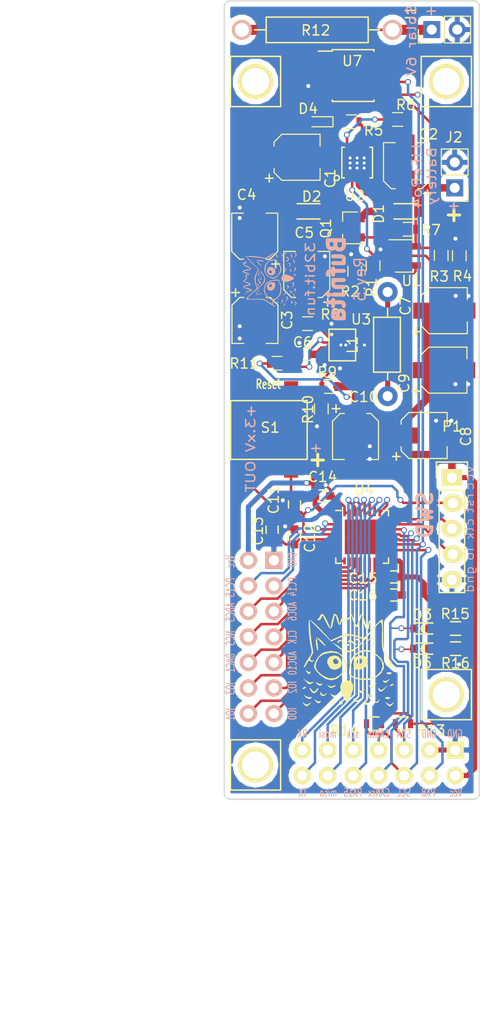
<source format=kicad_pcb>
(kicad_pcb (version 4) (host pcbnew 4.0.2+dfsg1-stable)

  (general
    (links 147)
    (no_connects 0)
    (area 66.392599 91.32298 123.013353 202.949001)
    (thickness 1.6)
    (drawings 64)
    (tracks 684)
    (zones 0)
    (modules 56)
    (nets 55)
  )

  (page A4)
  (layers
    (0 F.Cu signal)
    (31 B.Cu signal)
    (32 B.Adhes user)
    (33 F.Adhes user)
    (34 B.Paste user)
    (35 F.Paste user)
    (36 B.SilkS user)
    (37 F.SilkS user)
    (38 B.Mask user)
    (39 F.Mask user)
    (40 Dwgs.User user)
    (41 Cmts.User user)
    (42 Eco1.User user)
    (43 Eco2.User user)
    (44 Edge.Cuts user)
    (45 Margin user)
    (46 B.CrtYd user)
    (47 F.CrtYd user)
    (48 B.Fab user)
    (49 F.Fab user)
  )

  (setup
    (last_trace_width 0.16)
    (user_trace_width 0.25)
    (user_trace_width 0.5)
    (user_trace_width 0.75)
    (user_trace_width 1)
    (user_trace_width 2)
    (trace_clearance 0.16)
    (zone_clearance 0.508)
    (zone_45_only no)
    (trace_min 0.16)
    (segment_width 0.2)
    (edge_width 0.15)
    (via_size 0.6)
    (via_drill 0.4)
    (via_min_size 0.4)
    (via_min_drill 0.3)
    (uvia_size 0.3)
    (uvia_drill 0.1)
    (uvias_allowed no)
    (uvia_min_size 0.2)
    (uvia_min_drill 0.1)
    (pcb_text_width 0.3)
    (pcb_text_size 1.5 1.5)
    (mod_edge_width 0.15)
    (mod_text_size 1 1)
    (mod_text_width 0.15)
    (pad_size 1.99898 1.99898)
    (pad_drill 1.00076)
    (pad_to_mask_clearance 0.2)
    (aux_axis_origin 0 0)
    (visible_elements FFFFFF7F)
    (pcbplotparams
      (layerselection 0x01008_00000000)
      (usegerberextensions true)
      (excludeedgelayer true)
      (linewidth 0.100000)
      (plotframeref false)
      (viasonmask false)
      (mode 1)
      (useauxorigin false)
      (hpglpennumber 1)
      (hpglpenspeed 20)
      (hpglpendiameter 15)
      (hpglpenoverlay 2)
      (psnegative false)
      (psa4output false)
      (plotreference true)
      (plotvalue false)
      (plotinvisibletext false)
      (padsonsilk false)
      (subtractmaskfromsilk false)
      (outputformat 1)
      (mirror false)
      (drillshape 0)
      (scaleselection 1)
      (outputdirectory ""))
  )

  (net 0 "")
  (net 1 VDD)
  (net 2 "Net-(D4-Pad1)")
  (net 3 GND)
  (net 4 VBAT)
  (net 5 "Net-(Q1-Pad1)")
  (net 6 "Net-(D1-Pad1)")
  (net 7 /loadsharing/VSHARED)
  (net 8 /loadsharing/HALF_VDD)
  (net 9 /loadsharing/HALF_VBAT)
  (net 10 "Net-(R5-Pad2)")
  (net 11 "Net-(R6-Pad2)")
  (net 12 "Net-(U2-Pad6)")
  (net 13 "Net-(U2-Pad5)")
  (net 14 "Net-(C6-Pad1)")
  (net 15 "Net-(L1-Pad1)")
  (net 16 "Net-(L1-Pad2)")
  (net 17 "Net-(R8-Pad2)")
  (net 18 "Net-(R10-Pad1)")
  (net 19 "Net-(R11-Pad2)")
  (net 20 /VDDA)
  (net 21 /SWCLK)
  (net 22 /SWDIO)
  (net 23 /ADCIN_6)
  (net 24 /ADCIN_5)
  (net 25 /QSPI_CLK)
  (net 26 /QSPI_NCS)
  (net 27 /DAC1_OUT)
  (net 28 /ADCIN_10)
  (net 29 /QSPI_IO3)
  (net 30 /QSPI_IO2)
  (net 31 /QSPI_IO1)
  (net 32 /QSPI_IO0)
  (net 33 /GPIOOUT_PC14)
  (net 34 /GPIOOUT_PC15)
  (net 35 /GPIOIN_PA8)
  (net 36 /CAN1_RX)
  (net 37 /CAN1_TX)
  (net 38 /SPI3_SCK)
  (net 39 /GPIOIN_PA15)
  (net 40 /SPI3_MOSI)
  (net 41 /SPI3_MISO)
  (net 42 /USART1_RX)
  (net 43 /USART1_TX)
  (net 44 "Net-(P4-Pad1)")
  (net 45 "Net-(P5-Pad1)")
  (net 46 "Net-(P6-Pad1)")
  (net 47 "Net-(P7-Pad1)")
  (net 48 /voltageregulator/BUCKBOOST)
  (net 49 "Net-(J1-Pad1)")
  (net 50 /solarcharger/I2C_SDA)
  (net 51 /solarcharger/I2C_SCL)
  (net 52 /NRST)
  (net 53 "Net-(D3-Pad1)")
  (net 54 "Net-(D5-Pad1)")

  (net_class Default "This is the default net class."
    (clearance 0.16)
    (trace_width 0.16)
    (via_dia 0.6)
    (via_drill 0.4)
    (uvia_dia 0.3)
    (uvia_drill 0.1)
    (add_net /ADCIN_10)
    (add_net /ADCIN_5)
    (add_net /ADCIN_6)
    (add_net /CAN1_RX)
    (add_net /CAN1_TX)
    (add_net /DAC1_OUT)
    (add_net /GPIOIN_PA15)
    (add_net /GPIOIN_PA8)
    (add_net /GPIOOUT_PC14)
    (add_net /GPIOOUT_PC15)
    (add_net /NRST)
    (add_net /QSPI_CLK)
    (add_net /QSPI_IO0)
    (add_net /QSPI_IO1)
    (add_net /QSPI_IO2)
    (add_net /QSPI_IO3)
    (add_net /QSPI_NCS)
    (add_net /SPI3_MISO)
    (add_net /SPI3_MOSI)
    (add_net /SPI3_SCK)
    (add_net /SWCLK)
    (add_net /SWDIO)
    (add_net /USART1_RX)
    (add_net /USART1_TX)
    (add_net /VDDA)
    (add_net /loadsharing/HALF_VBAT)
    (add_net /loadsharing/HALF_VDD)
    (add_net /loadsharing/VSHARED)
    (add_net /solarcharger/I2C_SCL)
    (add_net /solarcharger/I2C_SDA)
    (add_net /voltageregulator/BUCKBOOST)
    (add_net GND)
    (add_net "Net-(C6-Pad1)")
    (add_net "Net-(D1-Pad1)")
    (add_net "Net-(D3-Pad1)")
    (add_net "Net-(D4-Pad1)")
    (add_net "Net-(D5-Pad1)")
    (add_net "Net-(J1-Pad1)")
    (add_net "Net-(L1-Pad1)")
    (add_net "Net-(L1-Pad2)")
    (add_net "Net-(P4-Pad1)")
    (add_net "Net-(P5-Pad1)")
    (add_net "Net-(P6-Pad1)")
    (add_net "Net-(P7-Pad1)")
    (add_net "Net-(Q1-Pad1)")
    (add_net "Net-(R10-Pad1)")
    (add_net "Net-(R11-Pad2)")
    (add_net "Net-(R5-Pad2)")
    (add_net "Net-(R6-Pad2)")
    (add_net "Net-(R8-Pad2)")
    (add_net "Net-(U2-Pad5)")
    (add_net "Net-(U2-Pad6)")
    (add_net VBAT)
    (add_net VDD)
  )

  (module Housings_SOIC:SOIC-8_3.9x4.9mm_Pitch1.27mm (layer F.Cu) (tedit 5A2DE13D) (tstamp 5A2DE162)
    (at 101.7194 108.4072)
    (descr "8-Lead Plastic Small Outline (SN) - Narrow, 3.90 mm Body [SOIC] (see Microchip Packaging Specification 00000049BS.pdf)")
    (tags "SOIC 1.27")
    (path /5A1BA42D/5A2DDDD2)
    (attr smd)
    (fp_text reference U7 (at -0.094 -1.4478) (layer F.SilkS)
      (effects (font (size 1 1) (thickness 0.15)))
    )
    (fp_text value INA219 (at 4.5974 -4.3434) (layer F.Fab) hide
      (effects (font (size 1 1) (thickness 0.15)))
    )
    (fp_line (start -3.75 -2.75) (end -3.75 2.75) (layer F.CrtYd) (width 0.05))
    (fp_line (start 3.75 -2.75) (end 3.75 2.75) (layer F.CrtYd) (width 0.05))
    (fp_line (start -3.75 -2.75) (end 3.75 -2.75) (layer F.CrtYd) (width 0.05))
    (fp_line (start -3.75 2.75) (end 3.75 2.75) (layer F.CrtYd) (width 0.05))
    (fp_line (start -2.075 -2.575) (end -2.075 -2.43) (layer F.SilkS) (width 0.15))
    (fp_line (start 2.075 -2.575) (end 2.075 -2.43) (layer F.SilkS) (width 0.15))
    (fp_line (start 2.075 2.575) (end 2.075 2.43) (layer F.SilkS) (width 0.15))
    (fp_line (start -2.075 2.575) (end -2.075 2.43) (layer F.SilkS) (width 0.15))
    (fp_line (start -2.075 -2.575) (end 2.075 -2.575) (layer F.SilkS) (width 0.15))
    (fp_line (start -2.075 2.575) (end 2.075 2.575) (layer F.SilkS) (width 0.15))
    (fp_line (start -2.075 -2.43) (end -3.475 -2.43) (layer F.SilkS) (width 0.15))
    (pad 1 smd rect (at -2.7 -1.905) (size 1.55 0.6) (layers F.Cu F.Paste F.Mask)
      (net 49 "Net-(J1-Pad1)"))
    (pad 2 smd rect (at -2.7 -0.635) (size 1.55 0.6) (layers F.Cu F.Paste F.Mask)
      (net 1 VDD))
    (pad 3 smd rect (at -2.7 0.635) (size 1.55 0.6) (layers F.Cu F.Paste F.Mask)
      (net 3 GND))
    (pad 4 smd rect (at -2.7 1.905) (size 1.55 0.6) (layers F.Cu F.Paste F.Mask)
      (net 4 VBAT))
    (pad 5 smd rect (at 2.7 1.905) (size 1.55 0.6) (layers F.Cu F.Paste F.Mask)
      (net 51 /solarcharger/I2C_SCL))
    (pad 6 smd rect (at 2.7 0.635) (size 1.55 0.6) (layers F.Cu F.Paste F.Mask)
      (net 50 /solarcharger/I2C_SDA))
    (pad 7 smd rect (at 2.7 -0.635) (size 1.55 0.6) (layers F.Cu F.Paste F.Mask)
      (net 3 GND))
    (pad 8 smd rect (at 2.7 -1.905) (size 1.55 0.6) (layers F.Cu F.Paste F.Mask)
      (net 3 GND))
    (model Housings_SOIC.3dshapes/SOIC-8_3.9x4.9mm_Pitch1.27mm.wrl
      (at (xyz 0 0 0))
      (scale (xyz 1 1 1))
      (rotate (xyz 0 0 0))
    )
  )

  (module dics-exotic-footprints:Pin_Header_Angled_2x07 (layer F.Cu) (tedit 5A25EC57) (tstamp 5A24A144)
    (at 111.887 175.514 270)
    (descr "Through hole pin header")
    (tags "pin header")
    (path /5A246782)
    (fp_text reference P3 (at -2.032 0 360) (layer F.SilkS) hide
      (effects (font (size 1 1) (thickness 0.15)))
    )
    (fp_text value bottom (at 5.9436 7.0104 360) (layer F.Fab) hide
      (effects (font (size 1 1) (thickness 0.15)))
    )
    (fp_line (start 12.7 2.54) (end 27.25 2.54) (layer F.CrtYd) (width 0.05))
    (pad 1 thru_hole rect (at 0 0 270) (size 1.7272 1.7272) (drill 1.016) (layers *.Cu *.Mask F.SilkS)
      (net 3 GND))
    (pad 2 thru_hole oval (at 2.54 0 270) (size 1.7272 1.7272) (drill 1.016) (layers *.Cu *.Mask F.SilkS)
      (net 48 /voltageregulator/BUCKBOOST))
    (pad 3 thru_hole oval (at 0 2.54 270) (size 1.7272 1.7272) (drill 1.016) (layers *.Cu *.Mask F.SilkS)
      (net 3 GND))
    (pad 4 thru_hole oval (at 2.54 2.54 270) (size 1.7272 1.7272) (drill 1.016) (layers *.Cu *.Mask F.SilkS)
      (net 35 /GPIOIN_PA8))
    (pad 5 thru_hole oval (at 0 5.08 270) (size 1.7272 1.7272) (drill 1.016) (layers *.Cu *.Mask F.SilkS)
      (net 50 /solarcharger/I2C_SDA))
    (pad 6 thru_hole oval (at 2.54 5.08 270) (size 1.7272 1.7272) (drill 1.016) (layers *.Cu *.Mask F.SilkS)
      (net 51 /solarcharger/I2C_SCL))
    (pad 7 thru_hole oval (at 0 7.62 270) (size 1.7272 1.7272) (drill 1.016) (layers *.Cu *.Mask F.SilkS)
      (net 37 /CAN1_TX))
    (pad 8 thru_hole oval (at 2.54 7.62 270) (size 1.7272 1.7272) (drill 1.016) (layers *.Cu *.Mask F.SilkS)
      (net 36 /CAN1_RX))
    (pad 9 thru_hole oval (at 0 10.16 270) (size 1.7272 1.7272) (drill 1.016) (layers *.Cu *.Mask F.SilkS)
      (net 38 /SPI3_SCK))
    (pad 10 thru_hole oval (at 2.54 10.16 270) (size 1.7272 1.7272) (drill 1.016) (layers *.Cu *.Mask F.SilkS)
      (net 39 /GPIOIN_PA15))
    (pad 11 thru_hole oval (at 0 12.7 270) (size 1.7272 1.7272) (drill 1.016) (layers *.Cu *.Mask F.SilkS)
      (net 40 /SPI3_MOSI))
    (pad 12 thru_hole oval (at 2.54 12.7 270) (size 1.7272 1.7272) (drill 1.016) (layers *.Cu *.Mask F.SilkS)
      (net 41 /SPI3_MISO))
    (pad 13 thru_hole oval (at 0 15.24 270) (size 1.7272 1.7272) (drill 1.016) (layers *.Cu *.Mask F.SilkS)
      (net 42 /USART1_RX))
    (pad 14 thru_hole oval (at 2.54 15.24 270) (size 1.7272 1.7272) (drill 1.016) (layers *.Cu *.Mask F.SilkS)
      (net 43 /USART1_TX))
  )

  (module LEDs:LED_0603 (layer F.Cu) (tedit 5A25ECB9) (tstamp 5A1BAC48)
    (at 98.4124 113.0046 180)
    (descr "LED 0603 smd package")
    (tags "LED led 0603 SMD smd SMT smt smdled SMDLED smtled SMTLED")
    (path /5A1BA42D/5A1BB234)
    (attr smd)
    (fp_text reference D4 (at 1.1812 1.2954 180) (layer F.SilkS)
      (effects (font (size 1 1) (thickness 0.15)))
    )
    (fp_text value LED (at 4.191 -0.254 270) (layer F.Fab) hide
      (effects (font (size 1 1) (thickness 0.15)))
    )
    (fp_line (start -1.3 -0.5) (end -1.3 0.5) (layer F.SilkS) (width 0.12))
    (fp_line (start -0.2 -0.2) (end -0.2 0.2) (layer F.Fab) (width 0.1))
    (fp_line (start -0.15 0) (end 0.15 -0.2) (layer F.Fab) (width 0.1))
    (fp_line (start 0.15 0.2) (end -0.15 0) (layer F.Fab) (width 0.1))
    (fp_line (start 0.15 -0.2) (end 0.15 0.2) (layer F.Fab) (width 0.1))
    (fp_line (start 0.8 0.4) (end -0.8 0.4) (layer F.Fab) (width 0.1))
    (fp_line (start 0.8 -0.4) (end 0.8 0.4) (layer F.Fab) (width 0.1))
    (fp_line (start -0.8 -0.4) (end 0.8 -0.4) (layer F.Fab) (width 0.1))
    (fp_line (start -0.8 0.4) (end -0.8 -0.4) (layer F.Fab) (width 0.1))
    (fp_line (start -1.3 0.5) (end 0.8 0.5) (layer F.SilkS) (width 0.12))
    (fp_line (start -1.3 -0.5) (end 0.8 -0.5) (layer F.SilkS) (width 0.12))
    (fp_line (start 1.45 -0.65) (end 1.45 0.65) (layer F.CrtYd) (width 0.05))
    (fp_line (start 1.45 0.65) (end -1.45 0.65) (layer F.CrtYd) (width 0.05))
    (fp_line (start -1.45 0.65) (end -1.45 -0.65) (layer F.CrtYd) (width 0.05))
    (fp_line (start -1.45 -0.65) (end 1.45 -0.65) (layer F.CrtYd) (width 0.05))
    (pad 2 smd rect (at 0.8 0) (size 0.8 0.8) (layers F.Cu F.Paste F.Mask)
      (net 1 VDD))
    (pad 1 smd rect (at -0.8 0) (size 0.8 0.8) (layers F.Cu F.Paste F.Mask)
      (net 2 "Net-(D4-Pad1)"))
    (model ${KISYS3DMOD}/LEDs.3dshapes/LED_0603.wrl
      (at (xyz 0 0 0))
      (scale (xyz 1 1 1))
      (rotate (xyz 0 0 180))
    )
  )

  (module Pin_Headers:Pin_Header_Straight_1x02_Pitch2.54mm (layer F.Cu) (tedit 5A25ED06) (tstamp 5A1BAC4E)
    (at 109.5502 103.8352 90)
    (descr "Through hole straight pin header, 1x02, 2.54mm pitch, single row")
    (tags "Through hole pin header THT 1x02 2.54mm single row")
    (path /5A1BA42D/5A1BB23A)
    (fp_text reference J1 (at 1.524 -2.0828 270) (layer F.SilkS)
      (effects (font (size 1 1) (thickness 0.15)))
    )
    (fp_text value SolarPanel (at 8.2296 9.6774 90) (layer F.Fab) hide
      (effects (font (size 1 1) (thickness 0.15)))
    )
    (fp_line (start -0.635 -1.27) (end 1.27 -1.27) (layer F.Fab) (width 0.1))
    (fp_line (start 1.27 -1.27) (end 1.27 3.81) (layer F.Fab) (width 0.1))
    (fp_line (start 1.27 3.81) (end -1.27 3.81) (layer F.Fab) (width 0.1))
    (fp_line (start -1.27 3.81) (end -1.27 -0.635) (layer F.Fab) (width 0.1))
    (fp_line (start -1.27 -0.635) (end -0.635 -1.27) (layer F.Fab) (width 0.1))
    (fp_line (start -1.33 3.87) (end 1.33 3.87) (layer F.SilkS) (width 0.12))
    (fp_line (start -1.33 1.27) (end -1.33 3.87) (layer F.SilkS) (width 0.12))
    (fp_line (start 1.33 1.27) (end 1.33 3.87) (layer F.SilkS) (width 0.12))
    (fp_line (start -1.33 1.27) (end 1.33 1.27) (layer F.SilkS) (width 0.12))
    (fp_line (start -1.33 0) (end -1.33 -1.33) (layer F.SilkS) (width 0.12))
    (fp_line (start -1.33 -1.33) (end 0 -1.33) (layer F.SilkS) (width 0.12))
    (fp_line (start -1.8 -1.8) (end -1.8 4.35) (layer F.CrtYd) (width 0.05))
    (fp_line (start -1.8 4.35) (end 1.8 4.35) (layer F.CrtYd) (width 0.05))
    (fp_line (start 1.8 4.35) (end 1.8 -1.8) (layer F.CrtYd) (width 0.05))
    (fp_line (start 1.8 -1.8) (end -1.8 -1.8) (layer F.CrtYd) (width 0.05))
    (fp_text user %R (at 0 1.27 180) (layer F.Fab) hide
      (effects (font (size 1 1) (thickness 0.15)))
    )
    (pad 1 thru_hole rect (at 0 0 90) (size 1.7 1.7) (drill 1) (layers *.Cu *.Mask)
      (net 49 "Net-(J1-Pad1)"))
    (pad 2 thru_hole oval (at 0 2.54 90) (size 1.7 1.7) (drill 1) (layers *.Cu *.Mask)
      (net 3 GND))
    (model ${KISYS3DMOD}/Pin_Headers.3dshapes/Pin_Header_Straight_1x02_Pitch2.54mm.wrl
      (at (xyz 0 0 0))
      (scale (xyz 1 1 1))
      (rotate (xyz 0 0 0))
    )
  )

  (module Pin_Headers:Pin_Header_Straight_1x02_Pitch2.54mm (layer F.Cu) (tedit 5A25ED01) (tstamp 5A1BAC54)
    (at 111.8362 119.5832 180)
    (descr "Through hole straight pin header, 1x02, 2.54mm pitch, single row")
    (tags "Through hole pin header THT 1x02 2.54mm single row")
    (path /5A1BA42D/5A1BB239)
    (fp_text reference J2 (at 0.0762 5.0292 180) (layer F.SilkS)
      (effects (font (size 1 1) (thickness 0.15)))
    )
    (fp_text value "LiFePo4 Battery" (at -3.048 5.334 180) (layer F.Fab) hide
      (effects (font (size 1 1) (thickness 0.15)))
    )
    (fp_line (start -0.635 -1.27) (end 1.27 -1.27) (layer F.Fab) (width 0.1))
    (fp_line (start 1.27 -1.27) (end 1.27 3.81) (layer F.Fab) (width 0.1))
    (fp_line (start 1.27 3.81) (end -1.27 3.81) (layer F.Fab) (width 0.1))
    (fp_line (start -1.27 3.81) (end -1.27 -0.635) (layer F.Fab) (width 0.1))
    (fp_line (start -1.27 -0.635) (end -0.635 -1.27) (layer F.Fab) (width 0.1))
    (fp_line (start -1.33 3.87) (end 1.33 3.87) (layer F.SilkS) (width 0.12))
    (fp_line (start -1.33 1.27) (end -1.33 3.87) (layer F.SilkS) (width 0.12))
    (fp_line (start 1.33 1.27) (end 1.33 3.87) (layer F.SilkS) (width 0.12))
    (fp_line (start -1.33 1.27) (end 1.33 1.27) (layer F.SilkS) (width 0.12))
    (fp_line (start -1.33 0) (end -1.33 -1.33) (layer F.SilkS) (width 0.12))
    (fp_line (start -1.33 -1.33) (end 0 -1.33) (layer F.SilkS) (width 0.12))
    (fp_line (start -1.8 -1.8) (end -1.8 4.35) (layer F.CrtYd) (width 0.05))
    (fp_line (start -1.8 4.35) (end 1.8 4.35) (layer F.CrtYd) (width 0.05))
    (fp_line (start 1.8 4.35) (end 1.8 -1.8) (layer F.CrtYd) (width 0.05))
    (fp_line (start 1.8 -1.8) (end -1.8 -1.8) (layer F.CrtYd) (width 0.05))
    (fp_text user %R (at 0 1.27 270) (layer F.Fab) hide
      (effects (font (size 1 1) (thickness 0.15)))
    )
    (pad 1 thru_hole rect (at 0 0 180) (size 1.7 1.7) (drill 1) (layers *.Cu *.Mask)
      (net 4 VBAT))
    (pad 2 thru_hole oval (at 0 2.54 180) (size 1.7 1.7) (drill 1) (layers *.Cu *.Mask)
      (net 3 GND))
    (model ${KISYS3DMOD}/Pin_Headers.3dshapes/Pin_Header_Straight_1x02_Pitch2.54mm.wrl
      (at (xyz 0 0 0))
      (scale (xyz 1 1 1))
      (rotate (xyz 0 0 0))
    )
  )

  (module TO_SOT_Packages_SMD:SOT-23 (layer F.Cu) (tedit 5A25ED0D) (tstamp 5A1BAC5B)
    (at 101.4382 123.5608 180)
    (descr "SOT-23, Standard")
    (tags SOT-23)
    (path /5A1BE5B5/5A1BE6E3)
    (attr smd)
    (fp_text reference Q1 (at 2.429 -0.061 270) (layer F.SilkS)
      (effects (font (size 1 1) (thickness 0.15)))
    )
    (fp_text value DMP1045U7 (at -1.3048 2.5 180) (layer F.Fab) hide
      (effects (font (size 1 1) (thickness 0.15)))
    )
    (fp_text user %R (at 0 0 270) (layer F.Fab) hide
      (effects (font (size 0.5 0.5) (thickness 0.075)))
    )
    (fp_line (start -0.7 -0.95) (end -0.7 1.5) (layer F.Fab) (width 0.1))
    (fp_line (start -0.15 -1.52) (end 0.7 -1.52) (layer F.Fab) (width 0.1))
    (fp_line (start -0.7 -0.95) (end -0.15 -1.52) (layer F.Fab) (width 0.1))
    (fp_line (start 0.7 -1.52) (end 0.7 1.52) (layer F.Fab) (width 0.1))
    (fp_line (start -0.7 1.52) (end 0.7 1.52) (layer F.Fab) (width 0.1))
    (fp_line (start 0.76 1.58) (end 0.76 0.65) (layer F.SilkS) (width 0.12))
    (fp_line (start 0.76 -1.58) (end 0.76 -0.65) (layer F.SilkS) (width 0.12))
    (fp_line (start -1.7 -1.75) (end 1.7 -1.75) (layer F.CrtYd) (width 0.05))
    (fp_line (start 1.7 -1.75) (end 1.7 1.75) (layer F.CrtYd) (width 0.05))
    (fp_line (start 1.7 1.75) (end -1.7 1.75) (layer F.CrtYd) (width 0.05))
    (fp_line (start -1.7 1.75) (end -1.7 -1.75) (layer F.CrtYd) (width 0.05))
    (fp_line (start 0.76 -1.58) (end -1.4 -1.58) (layer F.SilkS) (width 0.12))
    (fp_line (start 0.76 1.58) (end -0.7 1.58) (layer F.SilkS) (width 0.12))
    (pad 1 smd rect (at -1 -0.95 180) (size 0.9 0.8) (layers F.Cu F.Paste F.Mask)
      (net 5 "Net-(Q1-Pad1)"))
    (pad 2 smd rect (at -1 0.95 180) (size 0.9 0.8) (layers F.Cu F.Paste F.Mask)
      (net 6 "Net-(D1-Pad1)"))
    (pad 3 smd rect (at 1 0 180) (size 0.9 0.8) (layers F.Cu F.Paste F.Mask)
      (net 7 /loadsharing/VSHARED))
    (model ${KISYS3DMOD}/TO_SOT_Packages_SMD.3dshapes/SOT-23.wrl
      (at (xyz 0 0 0))
      (scale (xyz 1 1 1))
      (rotate (xyz 0 0 0))
    )
  )

  (module Resistors_SMD:R_0603 (layer F.Cu) (tedit 5A25ED26) (tstamp 5A1BAC61)
    (at 103.7082 127.3302 270)
    (descr "Resistor SMD 0603, reflow soldering, Vishay (see dcrcw.pdf)")
    (tags "resistor 0603")
    (path /5A1BE5B5/5A1BE6E7)
    (attr smd)
    (fp_text reference R1 (at 2.159 0.1524 450) (layer F.SilkS)
      (effects (font (size 1 1) (thickness 0.15)))
    )
    (fp_text value 100K (at -0.0134 3.6576 270) (layer F.Fab) hide
      (effects (font (size 1 1) (thickness 0.15)))
    )
    (fp_text user %R (at 0 0 270) (layer F.Fab) hide
      (effects (font (size 0.4 0.4) (thickness 0.075)))
    )
    (fp_line (start -0.8 0.4) (end -0.8 -0.4) (layer F.Fab) (width 0.1))
    (fp_line (start 0.8 0.4) (end -0.8 0.4) (layer F.Fab) (width 0.1))
    (fp_line (start 0.8 -0.4) (end 0.8 0.4) (layer F.Fab) (width 0.1))
    (fp_line (start -0.8 -0.4) (end 0.8 -0.4) (layer F.Fab) (width 0.1))
    (fp_line (start 0.5 0.68) (end -0.5 0.68) (layer F.SilkS) (width 0.12))
    (fp_line (start -0.5 -0.68) (end 0.5 -0.68) (layer F.SilkS) (width 0.12))
    (fp_line (start -1.25 -0.7) (end 1.25 -0.7) (layer F.CrtYd) (width 0.05))
    (fp_line (start -1.25 -0.7) (end -1.25 0.7) (layer F.CrtYd) (width 0.05))
    (fp_line (start 1.25 0.7) (end 1.25 -0.7) (layer F.CrtYd) (width 0.05))
    (fp_line (start 1.25 0.7) (end -1.25 0.7) (layer F.CrtYd) (width 0.05))
    (pad 1 smd rect (at -0.75 0 270) (size 0.5 0.9) (layers F.Cu F.Paste F.Mask)
      (net 1 VDD))
    (pad 2 smd rect (at 0.75 0 270) (size 0.5 0.9) (layers F.Cu F.Paste F.Mask)
      (net 8 /loadsharing/HALF_VDD))
    (model ${KISYS3DMOD}/Resistors_SMD.3dshapes/R_0603.wrl
      (at (xyz 0 0 0))
      (scale (xyz 1 1 1))
      (rotate (xyz 0 0 0))
    )
  )

  (module Resistors_SMD:R_0603 (layer F.Cu) (tedit 5A25ED2B) (tstamp 5A1BAC67)
    (at 101.8794 127.8756 90)
    (descr "Resistor SMD 0603, reflow soldering, Vishay (see dcrcw.pdf)")
    (tags "resistor 0603")
    (path /5A1BE5B5/5A1BE6E8)
    (attr smd)
    (fp_text reference R2 (at -2.02 -0.4572 180) (layer F.SilkS)
      (effects (font (size 1 1) (thickness 0.15)))
    )
    (fp_text value 100K (at -5.7792 1.3208 90) (layer F.Fab) hide
      (effects (font (size 1 1) (thickness 0.15)))
    )
    (fp_text user %R (at 0 0 90) (layer F.Fab) hide
      (effects (font (size 0.4 0.4) (thickness 0.075)))
    )
    (fp_line (start -0.8 0.4) (end -0.8 -0.4) (layer F.Fab) (width 0.1))
    (fp_line (start 0.8 0.4) (end -0.8 0.4) (layer F.Fab) (width 0.1))
    (fp_line (start 0.8 -0.4) (end 0.8 0.4) (layer F.Fab) (width 0.1))
    (fp_line (start -0.8 -0.4) (end 0.8 -0.4) (layer F.Fab) (width 0.1))
    (fp_line (start 0.5 0.68) (end -0.5 0.68) (layer F.SilkS) (width 0.12))
    (fp_line (start -0.5 -0.68) (end 0.5 -0.68) (layer F.SilkS) (width 0.12))
    (fp_line (start -1.25 -0.7) (end 1.25 -0.7) (layer F.CrtYd) (width 0.05))
    (fp_line (start -1.25 -0.7) (end -1.25 0.7) (layer F.CrtYd) (width 0.05))
    (fp_line (start 1.25 0.7) (end 1.25 -0.7) (layer F.CrtYd) (width 0.05))
    (fp_line (start 1.25 0.7) (end -1.25 0.7) (layer F.CrtYd) (width 0.05))
    (pad 1 smd rect (at -0.75 0 90) (size 0.5 0.9) (layers F.Cu F.Paste F.Mask)
      (net 8 /loadsharing/HALF_VDD))
    (pad 2 smd rect (at 0.75 0 90) (size 0.5 0.9) (layers F.Cu F.Paste F.Mask)
      (net 3 GND))
    (model ${KISYS3DMOD}/Resistors_SMD.3dshapes/R_0603.wrl
      (at (xyz 0 0 0))
      (scale (xyz 1 1 1))
      (rotate (xyz 0 0 0))
    )
  )

  (module Resistors_SMD:R_0603 (layer F.Cu) (tedit 5A25ED1A) (tstamp 5A1BAC6D)
    (at 110.49 126.3008 270)
    (descr "Resistor SMD 0603, reflow soldering, Vishay (see dcrcw.pdf)")
    (tags "resistor 0603")
    (path /5A1BE5B5/5A1BE6E9)
    (attr smd)
    (fp_text reference R3 (at 2.0962 0.2032 360) (layer F.SilkS)
      (effects (font (size 1 1) (thickness 0.15)))
    )
    (fp_text value 100K (at -2.5774 -6.0198 360) (layer F.Fab) hide
      (effects (font (size 1 1) (thickness 0.15)))
    )
    (fp_text user %R (at 0 0 270) (layer F.Fab) hide
      (effects (font (size 0.4 0.4) (thickness 0.075)))
    )
    (fp_line (start -0.8 0.4) (end -0.8 -0.4) (layer F.Fab) (width 0.1))
    (fp_line (start 0.8 0.4) (end -0.8 0.4) (layer F.Fab) (width 0.1))
    (fp_line (start 0.8 -0.4) (end 0.8 0.4) (layer F.Fab) (width 0.1))
    (fp_line (start -0.8 -0.4) (end 0.8 -0.4) (layer F.Fab) (width 0.1))
    (fp_line (start 0.5 0.68) (end -0.5 0.68) (layer F.SilkS) (width 0.12))
    (fp_line (start -0.5 -0.68) (end 0.5 -0.68) (layer F.SilkS) (width 0.12))
    (fp_line (start -1.25 -0.7) (end 1.25 -0.7) (layer F.CrtYd) (width 0.05))
    (fp_line (start -1.25 -0.7) (end -1.25 0.7) (layer F.CrtYd) (width 0.05))
    (fp_line (start 1.25 0.7) (end 1.25 -0.7) (layer F.CrtYd) (width 0.05))
    (fp_line (start 1.25 0.7) (end -1.25 0.7) (layer F.CrtYd) (width 0.05))
    (pad 1 smd rect (at -0.75 0 270) (size 0.5 0.9) (layers F.Cu F.Paste F.Mask)
      (net 4 VBAT))
    (pad 2 smd rect (at 0.75 0 270) (size 0.5 0.9) (layers F.Cu F.Paste F.Mask)
      (net 9 /loadsharing/HALF_VBAT))
    (model ${KISYS3DMOD}/Resistors_SMD.3dshapes/R_0603.wrl
      (at (xyz 0 0 0))
      (scale (xyz 1 1 1))
      (rotate (xyz 0 0 0))
    )
  )

  (module Resistors_SMD:R_0603 (layer F.Cu) (tedit 5A25ED20) (tstamp 5A1BAC73)
    (at 112.2934 126.3396 90)
    (descr "Resistor SMD 0603, reflow soldering, Vishay (see dcrcw.pdf)")
    (tags "resistor 0603")
    (path /5A1BE5B5/5A1BE6EA)
    (attr smd)
    (fp_text reference R4 (at -2.032 0.3048 360) (layer F.SilkS)
      (effects (font (size 1 1) (thickness 0.15)))
    )
    (fp_text value 100K (at -13.1198 2.54 90) (layer F.Fab) hide
      (effects (font (size 1 1) (thickness 0.15)))
    )
    (fp_text user %R (at 0 0 90) (layer F.Fab) hide
      (effects (font (size 0.4 0.4) (thickness 0.075)))
    )
    (fp_line (start -0.8 0.4) (end -0.8 -0.4) (layer F.Fab) (width 0.1))
    (fp_line (start 0.8 0.4) (end -0.8 0.4) (layer F.Fab) (width 0.1))
    (fp_line (start 0.8 -0.4) (end 0.8 0.4) (layer F.Fab) (width 0.1))
    (fp_line (start -0.8 -0.4) (end 0.8 -0.4) (layer F.Fab) (width 0.1))
    (fp_line (start 0.5 0.68) (end -0.5 0.68) (layer F.SilkS) (width 0.12))
    (fp_line (start -0.5 -0.68) (end 0.5 -0.68) (layer F.SilkS) (width 0.12))
    (fp_line (start -1.25 -0.7) (end 1.25 -0.7) (layer F.CrtYd) (width 0.05))
    (fp_line (start -1.25 -0.7) (end -1.25 0.7) (layer F.CrtYd) (width 0.05))
    (fp_line (start 1.25 0.7) (end 1.25 -0.7) (layer F.CrtYd) (width 0.05))
    (fp_line (start 1.25 0.7) (end -1.25 0.7) (layer F.CrtYd) (width 0.05))
    (pad 1 smd rect (at -0.75 0 90) (size 0.5 0.9) (layers F.Cu F.Paste F.Mask)
      (net 9 /loadsharing/HALF_VBAT))
    (pad 2 smd rect (at 0.75 0 90) (size 0.5 0.9) (layers F.Cu F.Paste F.Mask)
      (net 3 GND))
    (model ${KISYS3DMOD}/Resistors_SMD.3dshapes/R_0603.wrl
      (at (xyz 0 0 0))
      (scale (xyz 1 1 1))
      (rotate (xyz 0 0 0))
    )
  )

  (module Resistors_SMD:R_0603 (layer F.Cu) (tedit 5A25ECEF) (tstamp 5A1BAC79)
    (at 101.5492 113.0046)
    (descr "Resistor SMD 0603, reflow soldering, Vishay (see dcrcw.pdf)")
    (tags "resistor 0603")
    (path /5A1BA42D/5A1BB235)
    (attr smd)
    (fp_text reference R5 (at 2.2098 0.8636) (layer F.SilkS)
      (effects (font (size 1 1) (thickness 0.15)))
    )
    (fp_text value 1K (at 2.0962 0.1524 90) (layer F.Fab) hide
      (effects (font (size 1 1) (thickness 0.15)))
    )
    (fp_text user %R (at 1.5882 0.0508 90) (layer F.Fab) hide
      (effects (font (size 0.4 0.4) (thickness 0.075)))
    )
    (fp_line (start -0.8 0.4) (end -0.8 -0.4) (layer F.Fab) (width 0.1))
    (fp_line (start 0.8 0.4) (end -0.8 0.4) (layer F.Fab) (width 0.1))
    (fp_line (start 0.8 -0.4) (end 0.8 0.4) (layer F.Fab) (width 0.1))
    (fp_line (start -0.8 -0.4) (end 0.8 -0.4) (layer F.Fab) (width 0.1))
    (fp_line (start 0.5 0.68) (end -0.5 0.68) (layer F.SilkS) (width 0.12))
    (fp_line (start -0.5 -0.68) (end 0.5 -0.68) (layer F.SilkS) (width 0.12))
    (fp_line (start -1.25 -0.7) (end 1.25 -0.7) (layer F.CrtYd) (width 0.05))
    (fp_line (start -1.25 -0.7) (end -1.25 0.7) (layer F.CrtYd) (width 0.05))
    (fp_line (start 1.25 0.7) (end 1.25 -0.7) (layer F.CrtYd) (width 0.05))
    (fp_line (start 1.25 0.7) (end -1.25 0.7) (layer F.CrtYd) (width 0.05))
    (pad 1 smd rect (at -0.75 0) (size 0.5 0.9) (layers F.Cu F.Paste F.Mask)
      (net 2 "Net-(D4-Pad1)"))
    (pad 2 smd rect (at 0.75 0) (size 0.5 0.9) (layers F.Cu F.Paste F.Mask)
      (net 10 "Net-(R5-Pad2)"))
    (model ${KISYS3DMOD}/Resistors_SMD.3dshapes/R_0603.wrl
      (at (xyz 0 0 0))
      (scale (xyz 1 1 1))
      (rotate (xyz 0 0 0))
    )
  )

  (module Resistors_SMD:R_0603 (layer F.Cu) (tedit 5A25ECF4) (tstamp 5A1BAC7F)
    (at 106.16 112.776 180)
    (descr "Resistor SMD 0603, reflow soldering, Vishay (see dcrcw.pdf)")
    (tags "resistor 0603")
    (path /5A1BA42D/5A1BB236)
    (attr smd)
    (fp_text reference R6 (at -0.7994 1.4478 360) (layer F.SilkS)
      (effects (font (size 1 1) (thickness 0.15)))
    )
    (fp_text value 1.15K (at -10.9594 -0.7112 180) (layer F.Fab) hide
      (effects (font (size 1 1) (thickness 0.15)))
    )
    (fp_text user %R (at 0 0 180) (layer F.Fab) hide
      (effects (font (size 0.4 0.4) (thickness 0.075)))
    )
    (fp_line (start -0.8 0.4) (end -0.8 -0.4) (layer F.Fab) (width 0.1))
    (fp_line (start 0.8 0.4) (end -0.8 0.4) (layer F.Fab) (width 0.1))
    (fp_line (start 0.8 -0.4) (end 0.8 0.4) (layer F.Fab) (width 0.1))
    (fp_line (start -0.8 -0.4) (end 0.8 -0.4) (layer F.Fab) (width 0.1))
    (fp_line (start 0.5 0.68) (end -0.5 0.68) (layer F.SilkS) (width 0.12))
    (fp_line (start -0.5 -0.68) (end 0.5 -0.68) (layer F.SilkS) (width 0.12))
    (fp_line (start -1.25 -0.7) (end 1.25 -0.7) (layer F.CrtYd) (width 0.05))
    (fp_line (start -1.25 -0.7) (end -1.25 0.7) (layer F.CrtYd) (width 0.05))
    (fp_line (start 1.25 0.7) (end 1.25 -0.7) (layer F.CrtYd) (width 0.05))
    (fp_line (start 1.25 0.7) (end -1.25 0.7) (layer F.CrtYd) (width 0.05))
    (pad 1 smd rect (at -0.75 0 180) (size 0.5 0.9) (layers F.Cu F.Paste F.Mask)
      (net 3 GND))
    (pad 2 smd rect (at 0.75 0 180) (size 0.5 0.9) (layers F.Cu F.Paste F.Mask)
      (net 11 "Net-(R6-Pad2)"))
    (model ${KISYS3DMOD}/Resistors_SMD.3dshapes/R_0603.wrl
      (at (xyz 0 0 0))
      (scale (xyz 1 1 1))
      (rotate (xyz 0 0 0))
    )
  )

  (module TO_SOT_Packages_SMD:SOT-23-5 (layer F.Cu) (tedit 5A25ED32) (tstamp 5A1BAC88)
    (at 106.8402 126.3548)
    (descr "5-pin SOT23 package")
    (tags SOT-23-5)
    (path /5A1BE5B5/5A1BE6E4)
    (attr smd)
    (fp_text reference U1 (at 0.7034 2.474) (layer F.SilkS)
      (effects (font (size 1 1) (thickness 0.15)))
    )
    (fp_text value TS391ILT (at 11.1174 0.5436) (layer F.Fab) hide
      (effects (font (size 1 1) (thickness 0.15)))
    )
    (fp_text user %R (at 0 0 90) (layer F.Fab) hide
      (effects (font (size 0.5 0.5) (thickness 0.075)))
    )
    (fp_line (start -0.9 1.61) (end 0.9 1.61) (layer F.SilkS) (width 0.12))
    (fp_line (start 0.9 -1.61) (end -1.55 -1.61) (layer F.SilkS) (width 0.12))
    (fp_line (start -1.9 -1.8) (end 1.9 -1.8) (layer F.CrtYd) (width 0.05))
    (fp_line (start 1.9 -1.8) (end 1.9 1.8) (layer F.CrtYd) (width 0.05))
    (fp_line (start 1.9 1.8) (end -1.9 1.8) (layer F.CrtYd) (width 0.05))
    (fp_line (start -1.9 1.8) (end -1.9 -1.8) (layer F.CrtYd) (width 0.05))
    (fp_line (start -0.9 -0.9) (end -0.25 -1.55) (layer F.Fab) (width 0.1))
    (fp_line (start 0.9 -1.55) (end -0.25 -1.55) (layer F.Fab) (width 0.1))
    (fp_line (start -0.9 -0.9) (end -0.9 1.55) (layer F.Fab) (width 0.1))
    (fp_line (start 0.9 1.55) (end -0.9 1.55) (layer F.Fab) (width 0.1))
    (fp_line (start 0.9 -1.55) (end 0.9 1.55) (layer F.Fab) (width 0.1))
    (pad 1 smd rect (at -1.1 -0.95) (size 1.06 0.65) (layers F.Cu F.Paste F.Mask)
      (net 5 "Net-(Q1-Pad1)"))
    (pad 2 smd rect (at -1.1 0) (size 1.06 0.65) (layers F.Cu F.Paste F.Mask)
      (net 3 GND))
    (pad 3 smd rect (at -1.1 0.95) (size 1.06 0.65) (layers F.Cu F.Paste F.Mask)
      (net 9 /loadsharing/HALF_VBAT))
    (pad 4 smd rect (at 1.1 0.95) (size 1.06 0.65) (layers F.Cu F.Paste F.Mask)
      (net 8 /loadsharing/HALF_VDD))
    (pad 5 smd rect (at 1.1 -0.95) (size 1.06 0.65) (layers F.Cu F.Paste F.Mask)
      (net 4 VBAT))
    (model ${KISYS3DMOD}/TO_SOT_Packages_SMD.3dshapes/SOT-23-5.wrl
      (at (xyz 0 0 0))
      (scale (xyz 1 1 1))
      (rotate (xyz 0 0 0))
    )
  )

  (module dics-exotic-footprints:DFN10-3x3x0.9-MF (layer F.Cu) (tedit 5A25EB37) (tstamp 5A1BAC9E)
    (at 101.108 115.544)
    (path /5A1BA42D/5A1BB231)
    (fp_text reference U2 (at 0.762 4.826) (layer F.SilkS)
      (effects (font (size 1 1) (thickness 0.15)))
    )
    (fp_text value MCP73x23 (at 17.7894 -3.8094) (layer F.Fab) hide
      (effects (font (size 1 1) (thickness 0.15)))
    )
    (fp_line (start -0.508 0) (end -0.254 0) (layer F.SilkS) (width 0.15))
    (fp_line (start 2.54 0) (end 2.286 0) (layer F.SilkS) (width 0.15))
    (fp_line (start 2.54 3.048) (end 2.286 3.048) (layer F.SilkS) (width 0.15))
    (fp_line (start -0.508 3.048) (end -0.254 3.048) (layer F.SilkS) (width 0.15))
    (fp_circle (center -1.016 3.048) (end -1.016 3.302) (layer F.SilkS) (width 0.15))
    (fp_line (start 2.54 0) (end 2.54 3.048) (layer F.SilkS) (width 0.15))
    (fp_line (start -0.508 0) (end -0.508 3.048) (layer F.SilkS) (width 0.15))
    (pad 10 smd rect (at 0 0) (size 0.28 0.63) (layers F.Cu F.Paste F.Mask)
      (net 11 "Net-(R6-Pad2)"))
    (pad 9 smd rect (at 0.5 0) (size 0.28 0.63) (layers F.Cu F.Paste F.Mask)
      (net 3 GND))
    (pad 8 smd rect (at 1 0) (size 0.28 0.63) (layers F.Cu F.Paste F.Mask)
      (net 3 GND))
    (pad 7 smd rect (at 1.5 0) (size 0.28 0.63) (layers F.Cu F.Paste F.Mask)
      (net 10 "Net-(R5-Pad2)"))
    (pad 6 smd rect (at 2 0) (size 0.28 0.63) (layers F.Cu F.Paste F.Mask)
      (net 12 "Net-(U2-Pad6)"))
    (pad 5 smd rect (at 2 3.1) (size 0.28 0.63) (layers F.Cu F.Paste F.Mask)
      (net 13 "Net-(U2-Pad5)"))
    (pad 4 smd rect (at 1.5 3.1) (size 0.28 0.63) (layers F.Cu F.Paste F.Mask)
      (net 4 VBAT))
    (pad 3 smd rect (at 1 3.1) (size 0.28 0.63) (layers F.Cu F.Paste F.Mask)
      (net 4 VBAT))
    (pad 2 smd rect (at 0.5 3.1) (size 0.28 0.63) (layers F.Cu F.Paste F.Mask)
      (net 1 VDD))
    (pad 1 smd rect (at 0 3.1) (size 0.28 0.63) (layers F.Cu F.Paste F.Mask)
      (net 1 VDD))
    (pad 11 smd rect (at 1 1.55) (size 2.46 1.53) (layers F.Cu F.Paste F.Mask)
      (net 3 GND))
  )

  (module dics-exotic-footprints:SOD-323HE (layer F.Cu) (tedit 5A1BBD1D) (tstamp 5A1BB5D6)
    (at 106.304 121.92 270)
    (path /5A1BE5B5/5A1BE6E5)
    (fp_text reference D1 (at 0.254 2.032 270) (layer F.SilkS)
      (effects (font (size 1 1) (thickness 0.15)))
    )
    (fp_text value D_Schottky (at 0.254 -3.302 270) (layer F.Fab) hide
      (effects (font (size 1 1) (thickness 0.15)))
    )
    (fp_line (start -0.762 0.508) (end -0.762 -1.778) (layer F.SilkS) (width 0.15))
    (fp_line (start 0.762 0.508) (end 0.762 -1.778) (layer F.SilkS) (width 0.15))
    (pad 1 smd rect (at 0 0 270) (size 1.1 2) (layers F.Cu F.Paste F.Mask)
      (net 6 "Net-(D1-Pad1)"))
    (pad 2 smd rect (at 0 -1.9 270) (size 1.1 0.8) (layers F.Cu F.Paste F.Mask)
      (net 4 VBAT))
  )

  (module dics-exotic-footprints:SOD-323HE (layer F.Cu) (tedit 5A1BBD25) (tstamp 5A1BB5DE)
    (at 97.917 121.92 90)
    (path /5A1BE5B5/5A1BE6E6)
    (fp_text reference D2 (at 1.4732 -0.3302 180) (layer F.SilkS)
      (effects (font (size 1 1) (thickness 0.15)))
    )
    (fp_text value D_Schottky (at 0.254 -3.302 90) (layer F.Fab) hide
      (effects (font (size 1 1) (thickness 0.15)))
    )
    (fp_line (start -0.762 0.508) (end -0.762 -1.778) (layer F.SilkS) (width 0.15))
    (fp_line (start 0.762 0.508) (end 0.762 -1.778) (layer F.SilkS) (width 0.15))
    (pad 1 smd rect (at 0 0 90) (size 1.1 2) (layers F.Cu F.Paste F.Mask)
      (net 7 /loadsharing/VSHARED))
    (pad 2 smd rect (at 0 -1.9 90) (size 1.1 0.8) (layers F.Cu F.Paste F.Mask)
      (net 1 VDD))
  )

  (module Capacitors_SMD:CP_Elec_4x5.7 (layer F.Cu) (tedit 5A25ECD1) (tstamp 5A1BB61D)
    (at 96.139 116.5352)
    (descr "SMT capacitor, aluminium electrolytic, 4x5.7")
    (path /5A1BA42D/5A1BB232)
    (attr smd)
    (fp_text reference C1 (at 3.302 2.1082 90) (layer F.SilkS)
      (effects (font (size 1 1) (thickness 0.15)))
    )
    (fp_text value 4.7uF (at -0.0254 -3.0226) (layer F.Fab) hide
      (effects (font (size 1 1) (thickness 0.15)))
    )
    (fp_circle (center 0 0) (end 0.3 2.1) (layer F.Fab) (width 0.1))
    (fp_text user + (at -1.1 -0.08) (layer F.Fab)
      (effects (font (size 1 1) (thickness 0.15)))
    )
    (fp_text user + (at -2.77 2.01) (layer F.SilkS)
      (effects (font (size 1 1) (thickness 0.15)))
    )
    (fp_text user %R (at 3.302 2.1082 270) (layer F.Fab)
      (effects (font (size 1 1) (thickness 0.15)))
    )
    (fp_line (start 2.13 2.13) (end 2.13 -2.13) (layer F.Fab) (width 0.1))
    (fp_line (start -1.46 2.13) (end 2.13 2.13) (layer F.Fab) (width 0.1))
    (fp_line (start -2.13 1.46) (end -1.46 2.13) (layer F.Fab) (width 0.1))
    (fp_line (start -2.13 -1.46) (end -2.13 1.46) (layer F.Fab) (width 0.1))
    (fp_line (start -1.46 -2.13) (end -2.13 -1.46) (layer F.Fab) (width 0.1))
    (fp_line (start 2.13 -2.13) (end -1.46 -2.13) (layer F.Fab) (width 0.1))
    (fp_line (start 2.29 2.29) (end 2.29 1.12) (layer F.SilkS) (width 0.12))
    (fp_line (start 2.29 -2.29) (end 2.29 -1.12) (layer F.SilkS) (width 0.12))
    (fp_line (start -2.29 -1.52) (end -2.29 -1.12) (layer F.SilkS) (width 0.12))
    (fp_line (start -2.29 1.52) (end -2.29 1.12) (layer F.SilkS) (width 0.12))
    (fp_line (start -1.52 2.29) (end 2.29 2.29) (layer F.SilkS) (width 0.12))
    (fp_line (start -1.52 2.29) (end -2.29 1.52) (layer F.SilkS) (width 0.12))
    (fp_line (start -1.52 -2.29) (end 2.29 -2.29) (layer F.SilkS) (width 0.12))
    (fp_line (start -1.52 -2.29) (end -2.29 -1.52) (layer F.SilkS) (width 0.12))
    (fp_line (start -3.35 -2.39) (end 3.35 -2.39) (layer F.CrtYd) (width 0.05))
    (fp_line (start -3.35 -2.39) (end -3.35 2.38) (layer F.CrtYd) (width 0.05))
    (fp_line (start 3.35 2.38) (end 3.35 -2.39) (layer F.CrtYd) (width 0.05))
    (fp_line (start 3.35 2.38) (end -3.35 2.38) (layer F.CrtYd) (width 0.05))
    (pad 1 smd rect (at -1.8 0 180) (size 2.6 1.6) (layers F.Cu F.Paste F.Mask)
      (net 1 VDD))
    (pad 2 smd rect (at 1.8 0 180) (size 2.6 1.6) (layers F.Cu F.Paste F.Mask)
      (net 3 GND))
    (model Capacitors_SMD.3dshapes/CP_Elec_4x5.7.wrl
      (at (xyz 0 0 0))
      (scale (xyz 1 1 1))
      (rotate (xyz 0 0 180))
    )
  )

  (module Capacitors_SMD:CP_Elec_4x5.7 (layer F.Cu) (tedit 5A25ECD6) (tstamp 5A1BB623)
    (at 107.0356 117.3734 90)
    (descr "SMT capacitor, aluminium electrolytic, 4x5.7")
    (path /5A1BA42D/5A1BB237)
    (attr smd)
    (fp_text reference C2 (at 3.1242 2.1844 180) (layer F.SilkS)
      (effects (font (size 1 1) (thickness 0.15)))
    )
    (fp_text value 4.7uF (at 0 -3.54 90) (layer F.Fab) hide
      (effects (font (size 1 1) (thickness 0.15)))
    )
    (fp_circle (center 0 0) (end 0.3 2.1) (layer F.Fab) (width 0.1))
    (fp_text user + (at -1.1 -0.08 90) (layer F.Fab)
      (effects (font (size 1 1) (thickness 0.15)))
    )
    (fp_text user + (at -2.77 2.01 90) (layer F.SilkS)
      (effects (font (size 1 1) (thickness 0.15)))
    )
    (fp_text user %R (at 4.0894 0.4064 180) (layer F.Fab) hide
      (effects (font (size 1 1) (thickness 0.15)))
    )
    (fp_line (start 2.13 2.13) (end 2.13 -2.13) (layer F.Fab) (width 0.1))
    (fp_line (start -1.46 2.13) (end 2.13 2.13) (layer F.Fab) (width 0.1))
    (fp_line (start -2.13 1.46) (end -1.46 2.13) (layer F.Fab) (width 0.1))
    (fp_line (start -2.13 -1.46) (end -2.13 1.46) (layer F.Fab) (width 0.1))
    (fp_line (start -1.46 -2.13) (end -2.13 -1.46) (layer F.Fab) (width 0.1))
    (fp_line (start 2.13 -2.13) (end -1.46 -2.13) (layer F.Fab) (width 0.1))
    (fp_line (start 2.29 2.29) (end 2.29 1.12) (layer F.SilkS) (width 0.12))
    (fp_line (start 2.29 -2.29) (end 2.29 -1.12) (layer F.SilkS) (width 0.12))
    (fp_line (start -2.29 -1.52) (end -2.29 -1.12) (layer F.SilkS) (width 0.12))
    (fp_line (start -2.29 1.52) (end -2.29 1.12) (layer F.SilkS) (width 0.12))
    (fp_line (start -1.52 2.29) (end 2.29 2.29) (layer F.SilkS) (width 0.12))
    (fp_line (start -1.52 2.29) (end -2.29 1.52) (layer F.SilkS) (width 0.12))
    (fp_line (start -1.52 -2.29) (end 2.29 -2.29) (layer F.SilkS) (width 0.12))
    (fp_line (start -1.52 -2.29) (end -2.29 -1.52) (layer F.SilkS) (width 0.12))
    (fp_line (start -3.35 -2.39) (end 3.35 -2.39) (layer F.CrtYd) (width 0.05))
    (fp_line (start -3.35 -2.39) (end -3.35 2.38) (layer F.CrtYd) (width 0.05))
    (fp_line (start 3.35 2.38) (end 3.35 -2.39) (layer F.CrtYd) (width 0.05))
    (fp_line (start 3.35 2.38) (end -3.35 2.38) (layer F.CrtYd) (width 0.05))
    (pad 1 smd rect (at -1.8 0 270) (size 2.6 1.6) (layers F.Cu F.Paste F.Mask)
      (net 4 VBAT))
    (pad 2 smd rect (at 1.8 0 270) (size 2.6 1.6) (layers F.Cu F.Paste F.Mask)
      (net 3 GND))
    (model Capacitors_SMD.3dshapes/CP_Elec_4x5.7.wrl
      (at (xyz 0 0 0))
      (scale (xyz 1 1 1))
      (rotate (xyz 0 0 180))
    )
  )

  (module Resistors_SMD:R_0603 (layer F.Cu) (tedit 5A25ED12) (tstamp 5A1D7EB2)
    (at 107.2 123.698 180)
    (descr "Resistor SMD 0603, reflow soldering, Vishay (see dcrcw.pdf)")
    (tags "resistor 0603")
    (path /5A1BE5B5/5A1D815A)
    (attr smd)
    (fp_text reference R7 (at -2.274 -0.0762 360) (layer F.SilkS)
      (effects (font (size 1 1) (thickness 0.15)))
    )
    (fp_text value 10K (at 0 1.5 180) (layer F.Fab)
      (effects (font (size 1 1) (thickness 0.15)))
    )
    (fp_text user %R (at 0 0 180) (layer F.Fab) hide
      (effects (font (size 0.4 0.4) (thickness 0.075)))
    )
    (fp_line (start -0.8 0.4) (end -0.8 -0.4) (layer F.Fab) (width 0.1))
    (fp_line (start 0.8 0.4) (end -0.8 0.4) (layer F.Fab) (width 0.1))
    (fp_line (start 0.8 -0.4) (end 0.8 0.4) (layer F.Fab) (width 0.1))
    (fp_line (start -0.8 -0.4) (end 0.8 -0.4) (layer F.Fab) (width 0.1))
    (fp_line (start 0.5 0.68) (end -0.5 0.68) (layer F.SilkS) (width 0.12))
    (fp_line (start -0.5 -0.68) (end 0.5 -0.68) (layer F.SilkS) (width 0.12))
    (fp_line (start -1.25 -0.7) (end 1.25 -0.7) (layer F.CrtYd) (width 0.05))
    (fp_line (start -1.25 -0.7) (end -1.25 0.7) (layer F.CrtYd) (width 0.05))
    (fp_line (start 1.25 0.7) (end 1.25 -0.7) (layer F.CrtYd) (width 0.05))
    (fp_line (start 1.25 0.7) (end -1.25 0.7) (layer F.CrtYd) (width 0.05))
    (pad 1 smd rect (at -0.75 0 180) (size 0.5 0.9) (layers F.Cu F.Paste F.Mask)
      (net 4 VBAT))
    (pad 2 smd rect (at 0.75 0 180) (size 0.5 0.9) (layers F.Cu F.Paste F.Mask)
      (net 5 "Net-(Q1-Pad1)"))
    (model ${KISYS3DMOD}/Resistors_SMD.3dshapes/R_0603.wrl
      (at (xyz 0 0 0))
      (scale (xyz 1 1 1))
      (rotate (xyz 0 0 0))
    )
  )

  (module Capacitors_SMD:CP_Elec_4x5.7 (layer F.Cu) (tedit 5A25ECA0) (tstamp 5A1D9007)
    (at 91.948 132.7692 270)
    (descr "SMT capacitor, aluminium electrolytic, 4x5.7")
    (path /5A1D7AB3/5A1D8A81)
    (attr smd)
    (fp_text reference C3 (at -0.0288 -3.2004 270) (layer F.SilkS)
      (effects (font (size 1 1) (thickness 0.15)))
    )
    (fp_text value 10uF (at 1.8254 5.3594 360) (layer F.Fab) hide
      (effects (font (size 1 1) (thickness 0.15)))
    )
    (fp_circle (center 0 0) (end 0.3 2.1) (layer F.Fab) (width 0.1))
    (fp_text user + (at -1.1 -0.08 270) (layer F.Fab)
      (effects (font (size 1 1) (thickness 0.15)))
    )
    (fp_text user + (at -2.77 2.01 270) (layer F.SilkS)
      (effects (font (size 1 1) (thickness 0.15)))
    )
    (fp_text user %R (at 0 3.54 270) (layer F.Fab) hide
      (effects (font (size 1 1) (thickness 0.15)))
    )
    (fp_line (start 2.13 2.13) (end 2.13 -2.13) (layer F.Fab) (width 0.1))
    (fp_line (start -1.46 2.13) (end 2.13 2.13) (layer F.Fab) (width 0.1))
    (fp_line (start -2.13 1.46) (end -1.46 2.13) (layer F.Fab) (width 0.1))
    (fp_line (start -2.13 -1.46) (end -2.13 1.46) (layer F.Fab) (width 0.1))
    (fp_line (start -1.46 -2.13) (end -2.13 -1.46) (layer F.Fab) (width 0.1))
    (fp_line (start 2.13 -2.13) (end -1.46 -2.13) (layer F.Fab) (width 0.1))
    (fp_line (start 2.29 2.29) (end 2.29 1.12) (layer F.SilkS) (width 0.12))
    (fp_line (start 2.29 -2.29) (end 2.29 -1.12) (layer F.SilkS) (width 0.12))
    (fp_line (start -2.29 -1.52) (end -2.29 -1.12) (layer F.SilkS) (width 0.12))
    (fp_line (start -2.29 1.52) (end -2.29 1.12) (layer F.SilkS) (width 0.12))
    (fp_line (start -1.52 2.29) (end 2.29 2.29) (layer F.SilkS) (width 0.12))
    (fp_line (start -1.52 2.29) (end -2.29 1.52) (layer F.SilkS) (width 0.12))
    (fp_line (start -1.52 -2.29) (end 2.29 -2.29) (layer F.SilkS) (width 0.12))
    (fp_line (start -1.52 -2.29) (end -2.29 -1.52) (layer F.SilkS) (width 0.12))
    (fp_line (start -3.35 -2.39) (end 3.35 -2.39) (layer F.CrtYd) (width 0.05))
    (fp_line (start -3.35 -2.39) (end -3.35 2.38) (layer F.CrtYd) (width 0.05))
    (fp_line (start 3.35 2.38) (end 3.35 -2.39) (layer F.CrtYd) (width 0.05))
    (fp_line (start 3.35 2.38) (end -3.35 2.38) (layer F.CrtYd) (width 0.05))
    (pad 1 smd rect (at -1.8 0 90) (size 2.6 1.6) (layers F.Cu F.Paste F.Mask)
      (net 7 /loadsharing/VSHARED))
    (pad 2 smd rect (at 1.8 0 90) (size 2.6 1.6) (layers F.Cu F.Paste F.Mask)
      (net 3 GND))
    (model Capacitors_SMD.3dshapes/CP_Elec_4x5.7.wrl
      (at (xyz 0 0 0))
      (scale (xyz 1 1 1))
      (rotate (xyz 0 0 180))
    )
  )

  (module Capacitors_SMD:CP_Elec_4x5.7 (layer F.Cu) (tedit 5A25EC8A) (tstamp 5A1D900D)
    (at 91.9226 124.3872 90)
    (descr "SMT capacitor, aluminium electrolytic, 4x5.7")
    (path /5A1D7AB3/5A1D8A26)
    (attr smd)
    (fp_text reference C4 (at 4.1182 -0.8128 180) (layer F.SilkS)
      (effects (font (size 1 1) (thickness 0.15)))
    )
    (fp_text value 10uF (at 0.5554 6.2484 180) (layer F.Fab) hide
      (effects (font (size 1 1) (thickness 0.15)))
    )
    (fp_circle (center 0 0) (end 0.3 2.1) (layer F.Fab) (width 0.1))
    (fp_text user + (at -1.1 -0.08 90) (layer F.Fab)
      (effects (font (size 1 1) (thickness 0.15)))
    )
    (fp_text user + (at -2.77 2.01 90) (layer F.SilkS)
      (effects (font (size 1 1) (thickness 0.15)))
    )
    (fp_text user %R (at 0 3.54 90) (layer F.Fab) hide
      (effects (font (size 1 1) (thickness 0.15)))
    )
    (fp_line (start 2.13 2.13) (end 2.13 -2.13) (layer F.Fab) (width 0.1))
    (fp_line (start -1.46 2.13) (end 2.13 2.13) (layer F.Fab) (width 0.1))
    (fp_line (start -2.13 1.46) (end -1.46 2.13) (layer F.Fab) (width 0.1))
    (fp_line (start -2.13 -1.46) (end -2.13 1.46) (layer F.Fab) (width 0.1))
    (fp_line (start -1.46 -2.13) (end -2.13 -1.46) (layer F.Fab) (width 0.1))
    (fp_line (start 2.13 -2.13) (end -1.46 -2.13) (layer F.Fab) (width 0.1))
    (fp_line (start 2.29 2.29) (end 2.29 1.12) (layer F.SilkS) (width 0.12))
    (fp_line (start 2.29 -2.29) (end 2.29 -1.12) (layer F.SilkS) (width 0.12))
    (fp_line (start -2.29 -1.52) (end -2.29 -1.12) (layer F.SilkS) (width 0.12))
    (fp_line (start -2.29 1.52) (end -2.29 1.12) (layer F.SilkS) (width 0.12))
    (fp_line (start -1.52 2.29) (end 2.29 2.29) (layer F.SilkS) (width 0.12))
    (fp_line (start -1.52 2.29) (end -2.29 1.52) (layer F.SilkS) (width 0.12))
    (fp_line (start -1.52 -2.29) (end 2.29 -2.29) (layer F.SilkS) (width 0.12))
    (fp_line (start -1.52 -2.29) (end -2.29 -1.52) (layer F.SilkS) (width 0.12))
    (fp_line (start -3.35 -2.39) (end 3.35 -2.39) (layer F.CrtYd) (width 0.05))
    (fp_line (start -3.35 -2.39) (end -3.35 2.38) (layer F.CrtYd) (width 0.05))
    (fp_line (start 3.35 2.38) (end 3.35 -2.39) (layer F.CrtYd) (width 0.05))
    (fp_line (start 3.35 2.38) (end -3.35 2.38) (layer F.CrtYd) (width 0.05))
    (pad 1 smd rect (at -1.8 0 270) (size 2.6 1.6) (layers F.Cu F.Paste F.Mask)
      (net 7 /loadsharing/VSHARED))
    (pad 2 smd rect (at 1.8 0 270) (size 2.6 1.6) (layers F.Cu F.Paste F.Mask)
      (net 3 GND))
    (model Capacitors_SMD.3dshapes/CP_Elec_4x5.7.wrl
      (at (xyz 0 0 0))
      (scale (xyz 1 1 1))
      (rotate (xyz 0 0 180))
    )
  )

  (module Capacitors_SMD:CP_Elec_4x5.7 (layer F.Cu) (tedit 5A55CFDB) (tstamp 5A1D9013)
    (at 97.1042 128.1938 90)
    (descr "SMT capacitor, aluminium electrolytic, 4x5.7")
    (path /5A1D7AB3/5A1D88C9)
    (attr smd)
    (fp_text reference C5 (at 4.1402 -0.254 180) (layer F.SilkS)
      (effects (font (size 1 1) (thickness 0.15)))
    )
    (fp_text value 10uF (at 0.635 -11.7602 180) (layer F.Fab) hide
      (effects (font (size 1 1) (thickness 0.15)))
    )
    (fp_circle (center 0 0) (end 0.3 2.1) (layer F.Fab) (width 0.1))
    (fp_text user + (at -1.1 -0.08 90) (layer F.Fab)
      (effects (font (size 1 1) (thickness 0.15)))
    )
    (fp_text user + (at -2.77 2.01 90) (layer F.SilkS)
      (effects (font (size 1 1) (thickness 0.15)))
    )
    (fp_text user %R (at 0 3.54 90) (layer F.Fab) hide
      (effects (font (size 1 1) (thickness 0.15)))
    )
    (fp_line (start 2.13 2.13) (end 2.13 -2.13) (layer F.Fab) (width 0.1))
    (fp_line (start -1.46 2.13) (end 2.13 2.13) (layer F.Fab) (width 0.1))
    (fp_line (start -2.13 1.46) (end -1.46 2.13) (layer F.Fab) (width 0.1))
    (fp_line (start -2.13 -1.46) (end -2.13 1.46) (layer F.Fab) (width 0.1))
    (fp_line (start -1.46 -2.13) (end -2.13 -1.46) (layer F.Fab) (width 0.1))
    (fp_line (start 2.13 -2.13) (end -1.46 -2.13) (layer F.Fab) (width 0.1))
    (fp_line (start 2.29 2.29) (end 2.29 1.12) (layer F.SilkS) (width 0.12))
    (fp_line (start 2.29 -2.29) (end 2.29 -1.12) (layer F.SilkS) (width 0.12))
    (fp_line (start -2.29 -1.52) (end -2.29 -1.12) (layer F.SilkS) (width 0.12))
    (fp_line (start -2.29 1.52) (end -2.29 1.12) (layer F.SilkS) (width 0.12))
    (fp_line (start -1.52 2.29) (end 2.29 2.29) (layer F.SilkS) (width 0.12))
    (fp_line (start -1.52 2.29) (end -2.29 1.52) (layer F.SilkS) (width 0.12))
    (fp_line (start -1.52 -2.29) (end 2.29 -2.29) (layer F.SilkS) (width 0.12))
    (fp_line (start -1.52 -2.29) (end -2.29 -1.52) (layer F.SilkS) (width 0.12))
    (fp_line (start -3.35 -2.39) (end 3.35 -2.39) (layer F.CrtYd) (width 0.05))
    (fp_line (start -3.35 -2.39) (end -3.35 2.38) (layer F.CrtYd) (width 0.05))
    (fp_line (start 3.35 2.38) (end 3.35 -2.39) (layer F.CrtYd) (width 0.05))
    (fp_line (start 3.35 2.38) (end -3.35 2.38) (layer F.CrtYd) (width 0.05))
    (pad 1 smd rect (at -1.8 0 270) (size 2.6 1.6) (layers F.Cu F.Paste F.Mask)
      (net 7 /loadsharing/VSHARED))
    (pad 2 smd rect (at 1.8 0 270) (size 2.6 1.6) (layers F.Cu F.Paste F.Mask)
      (net 3 GND))
    (model Capacitors_SMD.3dshapes/CP_Elec_4x5.7.wrl
      (at (xyz 0 0 0))
      (scale (xyz 1 1 1))
      (rotate (xyz 0 0 180))
    )
  )

  (module Capacitors_SMD:C_0603 (layer F.Cu) (tedit 5A25ED3D) (tstamp 5A1D9019)
    (at 97.1176 136.144 180)
    (descr "Capacitor SMD 0603, reflow soldering, AVX (see smccp.pdf)")
    (tags "capacitor 0603")
    (path /5A1D7AB3/5A1D8D43)
    (attr smd)
    (fp_text reference C6 (at 0.4198 1.1938 360) (layer F.SilkS)
      (effects (font (size 1 1) (thickness 0.15)))
    )
    (fp_text value 100nF (at 10.8592 -0.1016 180) (layer F.Fab) hide
      (effects (font (size 1 1) (thickness 0.15)))
    )
    (fp_line (start 1.4 0.65) (end -1.4 0.65) (layer F.CrtYd) (width 0.05))
    (fp_line (start 1.4 0.65) (end 1.4 -0.65) (layer F.CrtYd) (width 0.05))
    (fp_line (start -1.4 -0.65) (end -1.4 0.65) (layer F.CrtYd) (width 0.05))
    (fp_line (start -1.4 -0.65) (end 1.4 -0.65) (layer F.CrtYd) (width 0.05))
    (fp_line (start 0.35 0.6) (end -0.35 0.6) (layer F.SilkS) (width 0.12))
    (fp_line (start -0.35 -0.6) (end 0.35 -0.6) (layer F.SilkS) (width 0.12))
    (fp_line (start -0.8 -0.4) (end 0.8 -0.4) (layer F.Fab) (width 0.1))
    (fp_line (start 0.8 -0.4) (end 0.8 0.4) (layer F.Fab) (width 0.1))
    (fp_line (start 0.8 0.4) (end -0.8 0.4) (layer F.Fab) (width 0.1))
    (fp_line (start -0.8 0.4) (end -0.8 -0.4) (layer F.Fab) (width 0.1))
    (fp_text user %R (at 0 0 180) (layer F.Fab) hide
      (effects (font (size 0.3 0.3) (thickness 0.075)))
    )
    (pad 2 smd rect (at 0.75 0 180) (size 0.8 0.75) (layers F.Cu F.Paste F.Mask)
      (net 3 GND))
    (pad 1 smd rect (at -0.75 0 180) (size 0.8 0.75) (layers F.Cu F.Paste F.Mask)
      (net 14 "Net-(C6-Pad1)"))
    (model Capacitors_SMD.3dshapes/C_0603.wrl
      (at (xyz 0 0 0))
      (scale (xyz 1 1 1))
      (rotate (xyz 0 0 0))
    )
  )

  (module Capacitors_SMD:CP_Elec_4x5.7 (layer F.Cu) (tedit 5A25EC1A) (tstamp 5A1D901F)
    (at 110.7982 131.8006)
    (descr "SMT capacitor, aluminium electrolytic, 4x5.7")
    (path /5A1D7AB3/5A1D906A)
    (attr smd)
    (fp_text reference C7 (at -3.8642 -0.4826 90) (layer F.SilkS)
      (effects (font (size 1 1) (thickness 0.15)))
    )
    (fp_text value 10uF (at 5.4068 -3.4544) (layer F.Fab) hide
      (effects (font (size 1 1) (thickness 0.15)))
    )
    (fp_circle (center 0 0) (end 0.3 2.1) (layer F.Fab) (width 0.1))
    (fp_text user + (at -1.1 -0.08) (layer F.Fab)
      (effects (font (size 1 1) (thickness 0.15)))
    )
    (fp_text user + (at -2.77 2.01) (layer F.SilkS)
      (effects (font (size 1 1) (thickness 0.15)))
    )
    (fp_text user %R (at 4.7972 3.7846) (layer F.Fab) hide
      (effects (font (size 1 1) (thickness 0.15)))
    )
    (fp_line (start 2.13 2.13) (end 2.13 -2.13) (layer F.Fab) (width 0.1))
    (fp_line (start -1.46 2.13) (end 2.13 2.13) (layer F.Fab) (width 0.1))
    (fp_line (start -2.13 1.46) (end -1.46 2.13) (layer F.Fab) (width 0.1))
    (fp_line (start -2.13 -1.46) (end -2.13 1.46) (layer F.Fab) (width 0.1))
    (fp_line (start -1.46 -2.13) (end -2.13 -1.46) (layer F.Fab) (width 0.1))
    (fp_line (start 2.13 -2.13) (end -1.46 -2.13) (layer F.Fab) (width 0.1))
    (fp_line (start 2.29 2.29) (end 2.29 1.12) (layer F.SilkS) (width 0.12))
    (fp_line (start 2.29 -2.29) (end 2.29 -1.12) (layer F.SilkS) (width 0.12))
    (fp_line (start -2.29 -1.52) (end -2.29 -1.12) (layer F.SilkS) (width 0.12))
    (fp_line (start -2.29 1.52) (end -2.29 1.12) (layer F.SilkS) (width 0.12))
    (fp_line (start -1.52 2.29) (end 2.29 2.29) (layer F.SilkS) (width 0.12))
    (fp_line (start -1.52 2.29) (end -2.29 1.52) (layer F.SilkS) (width 0.12))
    (fp_line (start -1.52 -2.29) (end 2.29 -2.29) (layer F.SilkS) (width 0.12))
    (fp_line (start -1.52 -2.29) (end -2.29 -1.52) (layer F.SilkS) (width 0.12))
    (fp_line (start -3.35 -2.39) (end 3.35 -2.39) (layer F.CrtYd) (width 0.05))
    (fp_line (start -3.35 -2.39) (end -3.35 2.38) (layer F.CrtYd) (width 0.05))
    (fp_line (start 3.35 2.38) (end 3.35 -2.39) (layer F.CrtYd) (width 0.05))
    (fp_line (start 3.35 2.38) (end -3.35 2.38) (layer F.CrtYd) (width 0.05))
    (pad 1 smd rect (at -1.8 0 180) (size 2.6 1.6) (layers F.Cu F.Paste F.Mask)
      (net 48 /voltageregulator/BUCKBOOST))
    (pad 2 smd rect (at 1.8 0 180) (size 2.6 1.6) (layers F.Cu F.Paste F.Mask)
      (net 3 GND))
    (model Capacitors_SMD.3dshapes/CP_Elec_4x5.7.wrl
      (at (xyz 0 0 0))
      (scale (xyz 1 1 1))
      (rotate (xyz 0 0 180))
    )
  )

  (module Capacitors_SMD:CP_Elec_4x5.7 (layer F.Cu) (tedit 5A25EC2C) (tstamp 5A1D9025)
    (at 108.7916 144.2212)
    (descr "SMT capacitor, aluminium electrolytic, 4x5.7")
    (path /5A1D7AB3/5A1D9656)
    (attr smd)
    (fp_text reference C8 (at 4.1622 0.1016 270) (layer F.SilkS)
      (effects (font (size 1 1) (thickness 0.15)))
    )
    (fp_text value 22uF (at 7.5658 -0.1524) (layer F.Fab) hide
      (effects (font (size 1 1) (thickness 0.15)))
    )
    (fp_circle (center 0 0) (end 0.3 2.1) (layer F.Fab) (width 0.1))
    (fp_text user + (at -1.1 -0.08) (layer F.Fab)
      (effects (font (size 1 1) (thickness 0.15)))
    )
    (fp_text user + (at -2.77 2.01) (layer F.SilkS)
      (effects (font (size 1 1) (thickness 0.15)))
    )
    (fp_text user %R (at 8.8358 3.2004) (layer F.Fab) hide
      (effects (font (size 1 1) (thickness 0.15)))
    )
    (fp_line (start 2.13 2.13) (end 2.13 -2.13) (layer F.Fab) (width 0.1))
    (fp_line (start -1.46 2.13) (end 2.13 2.13) (layer F.Fab) (width 0.1))
    (fp_line (start -2.13 1.46) (end -1.46 2.13) (layer F.Fab) (width 0.1))
    (fp_line (start -2.13 -1.46) (end -2.13 1.46) (layer F.Fab) (width 0.1))
    (fp_line (start -1.46 -2.13) (end -2.13 -1.46) (layer F.Fab) (width 0.1))
    (fp_line (start 2.13 -2.13) (end -1.46 -2.13) (layer F.Fab) (width 0.1))
    (fp_line (start 2.29 2.29) (end 2.29 1.12) (layer F.SilkS) (width 0.12))
    (fp_line (start 2.29 -2.29) (end 2.29 -1.12) (layer F.SilkS) (width 0.12))
    (fp_line (start -2.29 -1.52) (end -2.29 -1.12) (layer F.SilkS) (width 0.12))
    (fp_line (start -2.29 1.52) (end -2.29 1.12) (layer F.SilkS) (width 0.12))
    (fp_line (start -1.52 2.29) (end 2.29 2.29) (layer F.SilkS) (width 0.12))
    (fp_line (start -1.52 2.29) (end -2.29 1.52) (layer F.SilkS) (width 0.12))
    (fp_line (start -1.52 -2.29) (end 2.29 -2.29) (layer F.SilkS) (width 0.12))
    (fp_line (start -1.52 -2.29) (end -2.29 -1.52) (layer F.SilkS) (width 0.12))
    (fp_line (start -3.35 -2.39) (end 3.35 -2.39) (layer F.CrtYd) (width 0.05))
    (fp_line (start -3.35 -2.39) (end -3.35 2.38) (layer F.CrtYd) (width 0.05))
    (fp_line (start 3.35 2.38) (end 3.35 -2.39) (layer F.CrtYd) (width 0.05))
    (fp_line (start 3.35 2.38) (end -3.35 2.38) (layer F.CrtYd) (width 0.05))
    (pad 1 smd rect (at -1.8 0 180) (size 2.6 1.6) (layers F.Cu F.Paste F.Mask)
      (net 48 /voltageregulator/BUCKBOOST))
    (pad 2 smd rect (at 1.8 0 180) (size 2.6 1.6) (layers F.Cu F.Paste F.Mask)
      (net 3 GND))
    (model Capacitors_SMD.3dshapes/CP_Elec_4x5.7.wrl
      (at (xyz 0 0 0))
      (scale (xyz 1 1 1))
      (rotate (xyz 0 0 180))
    )
  )

  (module Capacitors_SMD:CP_Elec_4x5.7 (layer F.Cu) (tedit 5A25EC1E) (tstamp 5A1D902B)
    (at 110.766 137.7188)
    (descr "SMT capacitor, aluminium electrolytic, 4x5.7")
    (path /5A1D7AB3/5A1D96A9)
    (attr smd)
    (fp_text reference C9 (at -3.959 1.2954 90) (layer F.SilkS)
      (effects (font (size 1 1) (thickness 0.15)))
    )
    (fp_text value 22uF (at 5.8962 -3.81) (layer F.Fab) hide
      (effects (font (size 1 1) (thickness 0.15)))
    )
    (fp_circle (center 0 0) (end 0.3 2.1) (layer F.Fab) (width 0.1))
    (fp_text user + (at -1.1 -0.08) (layer F.Fab)
      (effects (font (size 1 1) (thickness 0.15)))
    )
    (fp_text user + (at -2.77 2.01) (layer F.SilkS)
      (effects (font (size 1 1) (thickness 0.15)))
    )
    (fp_text user %R (at 4.7532 3.937) (layer F.Fab) hide
      (effects (font (size 1 1) (thickness 0.15)))
    )
    (fp_line (start 2.13 2.13) (end 2.13 -2.13) (layer F.Fab) (width 0.1))
    (fp_line (start -1.46 2.13) (end 2.13 2.13) (layer F.Fab) (width 0.1))
    (fp_line (start -2.13 1.46) (end -1.46 2.13) (layer F.Fab) (width 0.1))
    (fp_line (start -2.13 -1.46) (end -2.13 1.46) (layer F.Fab) (width 0.1))
    (fp_line (start -1.46 -2.13) (end -2.13 -1.46) (layer F.Fab) (width 0.1))
    (fp_line (start 2.13 -2.13) (end -1.46 -2.13) (layer F.Fab) (width 0.1))
    (fp_line (start 2.29 2.29) (end 2.29 1.12) (layer F.SilkS) (width 0.12))
    (fp_line (start 2.29 -2.29) (end 2.29 -1.12) (layer F.SilkS) (width 0.12))
    (fp_line (start -2.29 -1.52) (end -2.29 -1.12) (layer F.SilkS) (width 0.12))
    (fp_line (start -2.29 1.52) (end -2.29 1.12) (layer F.SilkS) (width 0.12))
    (fp_line (start -1.52 2.29) (end 2.29 2.29) (layer F.SilkS) (width 0.12))
    (fp_line (start -1.52 2.29) (end -2.29 1.52) (layer F.SilkS) (width 0.12))
    (fp_line (start -1.52 -2.29) (end 2.29 -2.29) (layer F.SilkS) (width 0.12))
    (fp_line (start -1.52 -2.29) (end -2.29 -1.52) (layer F.SilkS) (width 0.12))
    (fp_line (start -3.35 -2.39) (end 3.35 -2.39) (layer F.CrtYd) (width 0.05))
    (fp_line (start -3.35 -2.39) (end -3.35 2.38) (layer F.CrtYd) (width 0.05))
    (fp_line (start 3.35 2.38) (end 3.35 -2.39) (layer F.CrtYd) (width 0.05))
    (fp_line (start 3.35 2.38) (end -3.35 2.38) (layer F.CrtYd) (width 0.05))
    (pad 1 smd rect (at -1.8 0 180) (size 2.6 1.6) (layers F.Cu F.Paste F.Mask)
      (net 48 /voltageregulator/BUCKBOOST))
    (pad 2 smd rect (at 1.8 0 180) (size 2.6 1.6) (layers F.Cu F.Paste F.Mask)
      (net 3 GND))
    (model Capacitors_SMD.3dshapes/CP_Elec_4x5.7.wrl
      (at (xyz 0 0 0))
      (scale (xyz 1 1 1))
      (rotate (xyz 0 0 180))
    )
  )

  (module Capacitors_SMD:CP_Elec_4x5.7 (layer F.Cu) (tedit 5A25EC68) (tstamp 5A1D9031)
    (at 101.9556 144.3194 270)
    (descr "SMT capacitor, aluminium electrolytic, 4x5.7")
    (path /5A1D7AB3/5A1D96FE)
    (attr smd)
    (fp_text reference C10 (at -3.9336 -0.8128 360) (layer F.SilkS)
      (effects (font (size 1 1) (thickness 0.15)))
    )
    (fp_text value 22uF (at 4.042 14.8336 360) (layer F.Fab) hide
      (effects (font (size 1 1) (thickness 0.15)))
    )
    (fp_circle (center 0 0) (end 0.3 2.1) (layer F.Fab) (width 0.1))
    (fp_text user + (at -1.1 -0.08 270) (layer F.Fab)
      (effects (font (size 1 1) (thickness 0.15)))
    )
    (fp_text user + (at -2.77 2.01 270) (layer F.SilkS)
      (effects (font (size 1 1) (thickness 0.15)))
    )
    (fp_text user %R (at 1.248 -13.9446 360) (layer F.Fab) hide
      (effects (font (size 1 1) (thickness 0.15)))
    )
    (fp_line (start 2.13 2.13) (end 2.13 -2.13) (layer F.Fab) (width 0.1))
    (fp_line (start -1.46 2.13) (end 2.13 2.13) (layer F.Fab) (width 0.1))
    (fp_line (start -2.13 1.46) (end -1.46 2.13) (layer F.Fab) (width 0.1))
    (fp_line (start -2.13 -1.46) (end -2.13 1.46) (layer F.Fab) (width 0.1))
    (fp_line (start -1.46 -2.13) (end -2.13 -1.46) (layer F.Fab) (width 0.1))
    (fp_line (start 2.13 -2.13) (end -1.46 -2.13) (layer F.Fab) (width 0.1))
    (fp_line (start 2.29 2.29) (end 2.29 1.12) (layer F.SilkS) (width 0.12))
    (fp_line (start 2.29 -2.29) (end 2.29 -1.12) (layer F.SilkS) (width 0.12))
    (fp_line (start -2.29 -1.52) (end -2.29 -1.12) (layer F.SilkS) (width 0.12))
    (fp_line (start -2.29 1.52) (end -2.29 1.12) (layer F.SilkS) (width 0.12))
    (fp_line (start -1.52 2.29) (end 2.29 2.29) (layer F.SilkS) (width 0.12))
    (fp_line (start -1.52 2.29) (end -2.29 1.52) (layer F.SilkS) (width 0.12))
    (fp_line (start -1.52 -2.29) (end 2.29 -2.29) (layer F.SilkS) (width 0.12))
    (fp_line (start -1.52 -2.29) (end -2.29 -1.52) (layer F.SilkS) (width 0.12))
    (fp_line (start -3.35 -2.39) (end 3.35 -2.39) (layer F.CrtYd) (width 0.05))
    (fp_line (start -3.35 -2.39) (end -3.35 2.38) (layer F.CrtYd) (width 0.05))
    (fp_line (start 3.35 2.38) (end 3.35 -2.39) (layer F.CrtYd) (width 0.05))
    (fp_line (start 3.35 2.38) (end -3.35 2.38) (layer F.CrtYd) (width 0.05))
    (pad 1 smd rect (at -1.8 0 90) (size 2.6 1.6) (layers F.Cu F.Paste F.Mask)
      (net 48 /voltageregulator/BUCKBOOST))
    (pad 2 smd rect (at 1.8 0 90) (size 2.6 1.6) (layers F.Cu F.Paste F.Mask)
      (net 3 GND))
    (model Capacitors_SMD.3dshapes/CP_Elec_4x5.7.wrl
      (at (xyz 0 0 0))
      (scale (xyz 1 1 1))
      (rotate (xyz 0 0 180))
    )
  )

  (module Resistors_SMD:R_0603 (layer F.Cu) (tedit 5A25ED37) (tstamp 5A1D903D)
    (at 97.1924 133.096)
    (descr "Resistor SMD 0603, reflow soldering, Vishay (see dcrcw.pdf)")
    (tags "resistor 0603")
    (path /5A1D7AB3/5A1D885B)
    (attr smd)
    (fp_text reference R8 (at 2.2486 -0.9144) (layer F.SilkS)
      (effects (font (size 1 1) (thickness 0.15)))
    )
    (fp_text value 10K (at -10.807 4.8768) (layer F.Fab) hide
      (effects (font (size 1 1) (thickness 0.15)))
    )
    (fp_text user %R (at 0 0) (layer F.Fab) hide
      (effects (font (size 0.4 0.4) (thickness 0.075)))
    )
    (fp_line (start -0.8 0.4) (end -0.8 -0.4) (layer F.Fab) (width 0.1))
    (fp_line (start 0.8 0.4) (end -0.8 0.4) (layer F.Fab) (width 0.1))
    (fp_line (start 0.8 -0.4) (end 0.8 0.4) (layer F.Fab) (width 0.1))
    (fp_line (start -0.8 -0.4) (end 0.8 -0.4) (layer F.Fab) (width 0.1))
    (fp_line (start 0.5 0.68) (end -0.5 0.68) (layer F.SilkS) (width 0.12))
    (fp_line (start -0.5 -0.68) (end 0.5 -0.68) (layer F.SilkS) (width 0.12))
    (fp_line (start -1.25 -0.7) (end 1.25 -0.7) (layer F.CrtYd) (width 0.05))
    (fp_line (start -1.25 -0.7) (end -1.25 0.7) (layer F.CrtYd) (width 0.05))
    (fp_line (start 1.25 0.7) (end 1.25 -0.7) (layer F.CrtYd) (width 0.05))
    (fp_line (start 1.25 0.7) (end -1.25 0.7) (layer F.CrtYd) (width 0.05))
    (pad 1 smd rect (at -0.75 0) (size 0.5 0.9) (layers F.Cu F.Paste F.Mask)
      (net 7 /loadsharing/VSHARED))
    (pad 2 smd rect (at 0.75 0) (size 0.5 0.9) (layers F.Cu F.Paste F.Mask)
      (net 17 "Net-(R8-Pad2)"))
    (model ${KISYS3DMOD}/Resistors_SMD.3dshapes/R_0603.wrl
      (at (xyz 0 0 0))
      (scale (xyz 1 1 1))
      (rotate (xyz 0 0 0))
    )
  )

  (module Resistors_SMD:R_0603 (layer F.Cu) (tedit 5A25ED48) (tstamp 5A1D9043)
    (at 99.3514 139.3444 180)
    (descr "Resistor SMD 0603, reflow soldering, Vishay (see dcrcw.pdf)")
    (tags "resistor 0603")
    (path /5A1D7AB3/5A1D911B)
    (attr smd)
    (fp_text reference R9 (at 0.2152 1.4224 180) (layer F.SilkS)
      (effects (font (size 1 1) (thickness 0.15)))
    )
    (fp_text value 274k (at 11.6198 -5.8928 180) (layer F.Fab) hide
      (effects (font (size 1 1) (thickness 0.15)))
    )
    (fp_text user %R (at 0 0 180) (layer F.Fab) hide
      (effects (font (size 0.4 0.4) (thickness 0.075)))
    )
    (fp_line (start -0.8 0.4) (end -0.8 -0.4) (layer F.Fab) (width 0.1))
    (fp_line (start 0.8 0.4) (end -0.8 0.4) (layer F.Fab) (width 0.1))
    (fp_line (start 0.8 -0.4) (end 0.8 0.4) (layer F.Fab) (width 0.1))
    (fp_line (start -0.8 -0.4) (end 0.8 -0.4) (layer F.Fab) (width 0.1))
    (fp_line (start 0.5 0.68) (end -0.5 0.68) (layer F.SilkS) (width 0.12))
    (fp_line (start -0.5 -0.68) (end 0.5 -0.68) (layer F.SilkS) (width 0.12))
    (fp_line (start -1.25 -0.7) (end 1.25 -0.7) (layer F.CrtYd) (width 0.05))
    (fp_line (start -1.25 -0.7) (end -1.25 0.7) (layer F.CrtYd) (width 0.05))
    (fp_line (start 1.25 0.7) (end 1.25 -0.7) (layer F.CrtYd) (width 0.05))
    (fp_line (start 1.25 0.7) (end -1.25 0.7) (layer F.CrtYd) (width 0.05))
    (pad 1 smd rect (at -0.75 0 180) (size 0.5 0.9) (layers F.Cu F.Paste F.Mask)
      (net 48 /voltageregulator/BUCKBOOST))
    (pad 2 smd rect (at 0.75 0 180) (size 0.5 0.9) (layers F.Cu F.Paste F.Mask)
      (net 18 "Net-(R10-Pad1)"))
    (model ${KISYS3DMOD}/Resistors_SMD.3dshapes/R_0603.wrl
      (at (xyz 0 0 0))
      (scale (xyz 1 1 1))
      (rotate (xyz 0 0 0))
    )
  )

  (module Resistors_SMD:R_0603 (layer F.Cu) (tedit 5A25ED5B) (tstamp 5A1D9049)
    (at 98.552 141.5796 270)
    (descr "Resistor SMD 0603, reflow soldering, Vishay (see dcrcw.pdf)")
    (tags "resistor 0603")
    (path /5A1D7AB3/5A1D914E)
    (attr smd)
    (fp_text reference R10 (at 0.0508 1.3208 270) (layer F.SilkS)
      (effects (font (size 1 1) (thickness 0.15)))
    )
    (fp_text value 100K (at 9.5892 -0.762 270) (layer F.Fab) hide
      (effects (font (size 1 1) (thickness 0.15)))
    )
    (fp_text user %R (at 0 0 270) (layer F.Fab) hide
      (effects (font (size 0.4 0.4) (thickness 0.075)))
    )
    (fp_line (start -0.8 0.4) (end -0.8 -0.4) (layer F.Fab) (width 0.1))
    (fp_line (start 0.8 0.4) (end -0.8 0.4) (layer F.Fab) (width 0.1))
    (fp_line (start 0.8 -0.4) (end 0.8 0.4) (layer F.Fab) (width 0.1))
    (fp_line (start -0.8 -0.4) (end 0.8 -0.4) (layer F.Fab) (width 0.1))
    (fp_line (start 0.5 0.68) (end -0.5 0.68) (layer F.SilkS) (width 0.12))
    (fp_line (start -0.5 -0.68) (end 0.5 -0.68) (layer F.SilkS) (width 0.12))
    (fp_line (start -1.25 -0.7) (end 1.25 -0.7) (layer F.CrtYd) (width 0.05))
    (fp_line (start -1.25 -0.7) (end -1.25 0.7) (layer F.CrtYd) (width 0.05))
    (fp_line (start 1.25 0.7) (end 1.25 -0.7) (layer F.CrtYd) (width 0.05))
    (fp_line (start 1.25 0.7) (end -1.25 0.7) (layer F.CrtYd) (width 0.05))
    (pad 1 smd rect (at -0.75 0 270) (size 0.5 0.9) (layers F.Cu F.Paste F.Mask)
      (net 18 "Net-(R10-Pad1)"))
    (pad 2 smd rect (at 0.75 0 270) (size 0.5 0.9) (layers F.Cu F.Paste F.Mask)
      (net 3 GND))
    (model ${KISYS3DMOD}/Resistors_SMD.3dshapes/R_0603.wrl
      (at (xyz 0 0 0))
      (scale (xyz 1 1 1))
      (rotate (xyz 0 0 0))
    )
  )

  (module Resistors_SMD:R_0603 (layer F.Cu) (tedit 5A25ED44) (tstamp 5A1D904F)
    (at 94.1324 137.033)
    (descr "Resistor SMD 0603, reflow soldering, Vishay (see dcrcw.pdf)")
    (tags "resistor 0603")
    (path /5A1D7AB3/5A1D94A5)
    (attr smd)
    (fp_text reference R11 (at -3.2766 0.0254) (layer F.SilkS)
      (effects (font (size 1 1) (thickness 0.15)))
    )
    (fp_text value 100K (at -4.953 -9.7282 90) (layer F.Fab) hide
      (effects (font (size 1 1) (thickness 0.15)))
    )
    (fp_text user %R (at 0 0) (layer F.Fab) hide
      (effects (font (size 0.4 0.4) (thickness 0.075)))
    )
    (fp_line (start -0.8 0.4) (end -0.8 -0.4) (layer F.Fab) (width 0.1))
    (fp_line (start 0.8 0.4) (end -0.8 0.4) (layer F.Fab) (width 0.1))
    (fp_line (start 0.8 -0.4) (end 0.8 0.4) (layer F.Fab) (width 0.1))
    (fp_line (start -0.8 -0.4) (end 0.8 -0.4) (layer F.Fab) (width 0.1))
    (fp_line (start 0.5 0.68) (end -0.5 0.68) (layer F.SilkS) (width 0.12))
    (fp_line (start -0.5 -0.68) (end 0.5 -0.68) (layer F.SilkS) (width 0.12))
    (fp_line (start -1.25 -0.7) (end 1.25 -0.7) (layer F.CrtYd) (width 0.05))
    (fp_line (start -1.25 -0.7) (end -1.25 0.7) (layer F.CrtYd) (width 0.05))
    (fp_line (start 1.25 0.7) (end 1.25 -0.7) (layer F.CrtYd) (width 0.05))
    (fp_line (start 1.25 0.7) (end -1.25 0.7) (layer F.CrtYd) (width 0.05))
    (pad 1 smd rect (at -0.75 0) (size 0.5 0.9) (layers F.Cu F.Paste F.Mask)
      (net 48 /voltageregulator/BUCKBOOST))
    (pad 2 smd rect (at 0.75 0) (size 0.5 0.9) (layers F.Cu F.Paste F.Mask)
      (net 19 "Net-(R11-Pad2)"))
    (model ${KISYS3DMOD}/Resistors_SMD.3dshapes/R_0603.wrl
      (at (xyz 0 0 0))
      (scale (xyz 1 1 1))
      (rotate (xyz 0 0 0))
    )
  )

  (module Choke_Axial_ThroughHole:Choke_Horizontal_RM10mm (layer F.Cu) (tedit 5A5BCEE3) (tstamp 5A1D938F)
    (at 105.156 135.2042 90)
    (descr "Choke, Axial, 10mm")
    (tags "Choke, Axial, 10mm")
    (path /5A1D7AB3/5A1D87A5)
    (fp_text reference L1 (at 0 -3.50012 90) (layer F.SilkS)
      (effects (font (size 1 1) (thickness 0.15)))
    )
    (fp_text value 1.5uH (at 2.2352 11.7856 180) (layer F.Fab) hide
      (effects (font (size 1 1) (thickness 0.15)))
    )
    (fp_line (start -2.71526 0) (end -3.47726 0) (layer F.SilkS) (width 0.15))
    (fp_line (start 2.74574 0) (end 3.63474 0) (layer F.SilkS) (width 0.15))
    (fp_line (start -2.71526 1.27) (end -2.71526 -1.397) (layer F.SilkS) (width 0.15))
    (fp_line (start -2.71526 -1.397) (end 2.74574 -1.397) (layer F.SilkS) (width 0.15))
    (fp_line (start 2.74574 -1.397) (end 2.74574 1.27) (layer F.SilkS) (width 0.15))
    (fp_line (start 2.74574 1.27) (end -2.71526 1.27) (layer F.SilkS) (width 0.15))
    (pad 1 thru_hole circle (at -5.10126 0 90) (size 1.99898 1.99898) (drill 1.00076) (layers *.Cu *.Mask)
      (net 15 "Net-(L1-Pad1)"))
    (pad 2 thru_hole circle (at 5.25874 0 90) (size 1.99898 1.99898) (drill 1.00076) (layers *.Cu *.Mask)
      (net 16 "Net-(L1-Pad2)"))
  )

  (module dics-exotic-footprints:TPS63070 (layer F.Cu) (tedit 5A25ECA5) (tstamp 5A1E2DF1)
    (at 99.8938 136.4912)
    (path /5A1D7AB3/5A1D873A)
    (fp_text reference U3 (at 2.6206 -3.827) (layer F.SilkS)
      (effects (font (size 1 1) (thickness 0.15)))
    )
    (fp_text value TPS63070 (at -14.9054 -5.5542) (layer F.Fab) hide
      (effects (font (size 1 1) (thickness 0.15)))
    )
    (fp_circle (center -0.31496 -2.32156) (end -0.28956 -2.30886) (layer F.SilkS) (width 0.15))
    (fp_line (start -0.57404 -2.03962) (end -0.57404 0.29972) (layer F.SilkS) (width 0.15))
    (fp_line (start 2.07518 -1.78562) (end 2.07518 0.29972) (layer F.SilkS) (width 0.15))
    (fp_line (start -0.57404 -2.02692) (end -0.57404 -2.84988) (layer F.SilkS) (width 0.15))
    (fp_line (start 0.9906 0.29972) (end -0.574048 0.29972) (layer F.SilkS) (width 0.15))
    (fp_line (start 0.9906 0.29972) (end 2.07518 0.29972) (layer F.SilkS) (width 0.15))
    (fp_line (start 2.07518 -2.849899) (end 2.07518 -2.68224) (layer F.SilkS) (width 0.15))
    (fp_line (start 0 -2.84988) (end 2.07518 -2.84988) (layer F.SilkS) (width 0.15))
    (fp_line (start 2.07518 -1.778) (end 2.07518 -2.6924) (layer F.SilkS) (width 0.15))
    (fp_line (start 0 -2.84988) (end -0.57404 -2.84988) (layer F.SilkS) (width 0.15))
    (pad 5 smd oval (at 0 0) (size 0.25 0.45) (layers F.Cu F.Paste F.Mask)
      (net 18 "Net-(R10-Pad1)"))
    (pad 6 smd oval (at 0.5 0) (size 0.25 0.45) (layers F.Cu F.Paste F.Mask)
      (net 3 GND))
    (pad 7 smd oval (at 1 0) (size 0.25 0.45) (layers F.Cu F.Paste F.Mask)
      (net 48 /voltageregulator/BUCKBOOST))
    (pad 7 smd oval (at 1.5 0) (size 0.25 0.45) (layers F.Cu F.Paste F.Mask)
      (net 48 /voltageregulator/BUCKBOOST))
    (pad 12 smd rect (at 1.25 -2.44856) (size 0.5 0.25) (layers F.Cu F.Paste F.Mask)
      (net 7 /loadsharing/VSHARED))
    (pad 15 smd oval (at 0 -2.55) (size 0.25 0.45) (layers F.Cu F.Paste F.Mask)
      (net 3 GND))
    (pad 14 smd oval (at 0.5 -2.55) (size 0.25 0.45) (layers F.Cu F.Paste F.Mask)
      (net 17 "Net-(R8-Pad2)"))
    (pad 12 smd oval (at 1 -2.55) (size 0.25 0.45) (layers F.Cu F.Paste F.Mask)
      (net 7 /loadsharing/VSHARED))
    (pad 12 smd oval (at 1.5 -2.55) (size 0.25 0.45) (layers F.Cu F.Paste F.Mask)
      (net 7 /loadsharing/VSHARED))
    (pad 7 smd rect (at 1.2446 -0.1016) (size 0.5 0.25) (layers F.Cu F.Paste F.Mask)
      (net 48 /voltageregulator/BUCKBOOST))
    (pad 4 smd oval (at -0.275 -0.525) (size 0.45 0.25) (layers F.Cu F.Paste F.Mask)
      (net 3 GND))
    (pad 3 smd oval (at -0.275 -1.025) (size 0.45 0.25) (layers F.Cu F.Paste F.Mask)
      (net 14 "Net-(C6-Pad1)"))
    (pad 2 smd oval (at -0.275 -1.525) (size 0.45 0.25) (layers F.Cu F.Paste F.Mask)
      (net 19 "Net-(R11-Pad2)"))
    (pad 1 smd rect (at -0.275 -2.025) (size 0.45 0.25) (layers F.Cu F.Paste F.Mask)
      (net 17 "Net-(R8-Pad2)"))
    (pad 11 smd oval (at 1.425 -1.775) (size 1.15 0.25) (layers F.Cu F.Paste F.Mask)
      (net 16 "Net-(L1-Pad2)"))
    (pad 10 smd oval (at 1.25 -1.275) (size 1.5 0.25) (layers F.Cu F.Paste F.Mask)
      (net 3 GND))
    (pad 9 smd oval (at 1.425 -0.775) (size 1.15 0.25) (layers F.Cu F.Paste F.Mask)
      (net 15 "Net-(L1-Pad1)"))
  )

  (module Capacitors_SMD:C_0603 (layer F.Cu) (tedit 5A25EC81) (tstamp 5A233F0D)
    (at 95.885 151.0792 90)
    (descr "Capacitor SMD 0603, reflow soldering, AVX (see smccp.pdf)")
    (tags "capacitor 0603")
    (path /5A23338B)
    (attr smd)
    (fp_text reference C11 (at 0.4826 -2.0828 90) (layer F.SilkS)
      (effects (font (size 1 1) (thickness 0.15)))
    )
    (fp_text value 100nF (at 8.8392 -13.9192 180) (layer F.Fab) hide
      (effects (font (size 1 1) (thickness 0.15)))
    )
    (fp_line (start -1.45 -0.75) (end 1.45 -0.75) (layer F.CrtYd) (width 0.05))
    (fp_line (start -1.45 0.75) (end 1.45 0.75) (layer F.CrtYd) (width 0.05))
    (fp_line (start -1.45 -0.75) (end -1.45 0.75) (layer F.CrtYd) (width 0.05))
    (fp_line (start 1.45 -0.75) (end 1.45 0.75) (layer F.CrtYd) (width 0.05))
    (fp_line (start -0.35 -0.6) (end 0.35 -0.6) (layer F.SilkS) (width 0.15))
    (fp_line (start 0.35 0.6) (end -0.35 0.6) (layer F.SilkS) (width 0.15))
    (pad 1 smd rect (at -0.75 0 90) (size 0.8 0.75) (layers F.Cu F.Paste F.Mask)
      (net 52 /NRST))
    (pad 2 smd rect (at 0.75 0 90) (size 0.8 0.75) (layers F.Cu F.Paste F.Mask)
      (net 3 GND))
    (model Capacitors_SMD.3dshapes/C_0603.wrl
      (at (xyz 0 0 0))
      (scale (xyz 1 1 1))
      (rotate (xyz 0 0 0))
    )
  )

  (module Capacitors_SMD:C_0603 (layer F.Cu) (tedit 5A25EC79) (tstamp 5A233F13)
    (at 95.885 154.305 90)
    (descr "Capacitor SMD 0603, reflow soldering, AVX (see smccp.pdf)")
    (tags "capacitor 0603")
    (path /5A233F0A)
    (attr smd)
    (fp_text reference C12 (at -0.127 1.524 270) (layer F.SilkS)
      (effects (font (size 1 1) (thickness 0.15)))
    )
    (fp_text value 100nF (at 10.0076 -14.6558 180) (layer F.Fab) hide
      (effects (font (size 1 1) (thickness 0.15)))
    )
    (fp_line (start -1.45 -0.75) (end 1.45 -0.75) (layer F.CrtYd) (width 0.05))
    (fp_line (start -1.45 0.75) (end 1.45 0.75) (layer F.CrtYd) (width 0.05))
    (fp_line (start -1.45 -0.75) (end -1.45 0.75) (layer F.CrtYd) (width 0.05))
    (fp_line (start 1.45 -0.75) (end 1.45 0.75) (layer F.CrtYd) (width 0.05))
    (fp_line (start -0.35 -0.6) (end 0.35 -0.6) (layer F.SilkS) (width 0.15))
    (fp_line (start 0.35 0.6) (end -0.35 0.6) (layer F.SilkS) (width 0.15))
    (pad 1 smd rect (at -0.75 0 90) (size 0.8 0.75) (layers F.Cu F.Paste F.Mask)
      (net 20 /VDDA))
    (pad 2 smd rect (at 0.75 0 90) (size 0.8 0.75) (layers F.Cu F.Paste F.Mask)
      (net 3 GND))
    (model Capacitors_SMD.3dshapes/C_0603.wrl
      (at (xyz 0 0 0))
      (scale (xyz 1 1 1))
      (rotate (xyz 0 0 0))
    )
  )

  (module Capacitors_SMD:C_0603 (layer F.Cu) (tedit 5A25EC3A) (tstamp 5A233F25)
    (at 105.803 158.2928 180)
    (descr "Capacitor SMD 0603, reflow soldering, AVX (see smccp.pdf)")
    (tags "capacitor 0603")
    (path /5A233672)
    (attr smd)
    (fp_text reference C15 (at 3.1108 -0.1524 360) (layer F.SilkS)
      (effects (font (size 1 1) (thickness 0.15)))
    )
    (fp_text value 100nF (at -13.4232 2.6162 180) (layer F.Fab) hide
      (effects (font (size 1 1) (thickness 0.15)))
    )
    (fp_line (start -1.45 -0.75) (end 1.45 -0.75) (layer F.CrtYd) (width 0.05))
    (fp_line (start -1.45 0.75) (end 1.45 0.75) (layer F.CrtYd) (width 0.05))
    (fp_line (start -1.45 -0.75) (end -1.45 0.75) (layer F.CrtYd) (width 0.05))
    (fp_line (start 1.45 -0.75) (end 1.45 0.75) (layer F.CrtYd) (width 0.05))
    (fp_line (start -0.35 -0.6) (end 0.35 -0.6) (layer F.SilkS) (width 0.15))
    (fp_line (start 0.35 0.6) (end -0.35 0.6) (layer F.SilkS) (width 0.15))
    (pad 1 smd rect (at -0.75 0 180) (size 0.8 0.75) (layers F.Cu F.Paste F.Mask)
      (net 48 /voltageregulator/BUCKBOOST))
    (pad 2 smd rect (at 0.75 0 180) (size 0.8 0.75) (layers F.Cu F.Paste F.Mask)
      (net 3 GND))
    (model Capacitors_SMD.3dshapes/C_0603.wrl
      (at (xyz 0 0 0))
      (scale (xyz 1 1 1))
      (rotate (xyz 0 0 0))
    )
  )

  (module Housings_DFN_QFN:QFN-32-1EP_5x5mm_Pitch0.5mm (layer F.Cu) (tedit 5A25EC3F) (tstamp 5A233F5B)
    (at 102.616 154.305)
    (descr "UH Package; 32-Lead Plastic QFN (5mm x 5mm); (see Linear Technology QFN_32_05-08-1693.pdf)")
    (tags "QFN 0.5")
    (path /5A22FFCF)
    (attr smd)
    (fp_text reference U4 (at 0.2032 -4.6482) (layer F.SilkS)
      (effects (font (size 1 1) (thickness 0.15)))
    )
    (fp_text value STM32L432 (at 12.9286 6.477 90) (layer F.Fab) hide
      (effects (font (size 1 1) (thickness 0.15)))
    )
    (fp_line (start -3 -3) (end -3 3) (layer F.CrtYd) (width 0.05))
    (fp_line (start 3 -3) (end 3 3) (layer F.CrtYd) (width 0.05))
    (fp_line (start -3 -3) (end 3 -3) (layer F.CrtYd) (width 0.05))
    (fp_line (start -3 3) (end 3 3) (layer F.CrtYd) (width 0.05))
    (fp_line (start 2.625 -2.625) (end 2.625 -2.1) (layer F.SilkS) (width 0.15))
    (fp_line (start -2.625 2.625) (end -2.625 2.1) (layer F.SilkS) (width 0.15))
    (fp_line (start 2.625 2.625) (end 2.625 2.1) (layer F.SilkS) (width 0.15))
    (fp_line (start -2.625 -2.625) (end -2.1 -2.625) (layer F.SilkS) (width 0.15))
    (fp_line (start -2.625 2.625) (end -2.1 2.625) (layer F.SilkS) (width 0.15))
    (fp_line (start 2.625 2.625) (end 2.1 2.625) (layer F.SilkS) (width 0.15))
    (fp_line (start 2.625 -2.625) (end 2.1 -2.625) (layer F.SilkS) (width 0.15))
    (pad 1 smd rect (at -2.4 -1.75) (size 0.7 0.25) (layers F.Cu F.Paste F.Mask)
      (net 48 /voltageregulator/BUCKBOOST))
    (pad 2 smd rect (at -2.4 -1.25) (size 0.7 0.25) (layers F.Cu F.Paste F.Mask)
      (net 33 /GPIOOUT_PC14))
    (pad 3 smd rect (at -2.4 -0.75) (size 0.7 0.25) (layers F.Cu F.Paste F.Mask)
      (net 34 /GPIOOUT_PC15))
    (pad 4 smd rect (at -2.4 -0.25) (size 0.7 0.25) (layers F.Cu F.Paste F.Mask)
      (net 52 /NRST))
    (pad 5 smd rect (at -2.4 0.25) (size 0.7 0.25) (layers F.Cu F.Paste F.Mask)
      (net 20 /VDDA))
    (pad 6 smd rect (at -2.4 0.75) (size 0.7 0.25) (layers F.Cu F.Paste F.Mask)
      (net 24 /ADCIN_5))
    (pad 7 smd rect (at -2.4 1.25) (size 0.7 0.25) (layers F.Cu F.Paste F.Mask)
      (net 23 /ADCIN_6))
    (pad 8 smd rect (at -2.4 1.75) (size 0.7 0.25) (layers F.Cu F.Paste F.Mask)
      (net 26 /QSPI_NCS))
    (pad 9 smd rect (at -1.75 2.4 90) (size 0.7 0.25) (layers F.Cu F.Paste F.Mask)
      (net 25 /QSPI_CLK))
    (pad 10 smd rect (at -1.25 2.4 90) (size 0.7 0.25) (layers F.Cu F.Paste F.Mask)
      (net 27 /DAC1_OUT))
    (pad 11 smd rect (at -0.75 2.4 90) (size 0.7 0.25) (layers F.Cu F.Paste F.Mask)
      (net 28 /ADCIN_10))
    (pad 12 smd rect (at -0.25 2.4 90) (size 0.7 0.25) (layers F.Cu F.Paste F.Mask)
      (net 29 /QSPI_IO3))
    (pad 13 smd rect (at 0.25 2.4 90) (size 0.7 0.25) (layers F.Cu F.Paste F.Mask)
      (net 30 /QSPI_IO2))
    (pad 14 smd rect (at 0.75 2.4 90) (size 0.7 0.25) (layers F.Cu F.Paste F.Mask)
      (net 31 /QSPI_IO1))
    (pad 15 smd rect (at 1.25 2.4 90) (size 0.7 0.25) (layers F.Cu F.Paste F.Mask)
      (net 32 /QSPI_IO0))
    (pad 16 smd rect (at 1.75 2.4 90) (size 0.7 0.25) (layers F.Cu F.Paste F.Mask)
      (net 3 GND))
    (pad 17 smd rect (at 2.4 1.75) (size 0.7 0.25) (layers F.Cu F.Paste F.Mask)
      (net 48 /voltageregulator/BUCKBOOST))
    (pad 18 smd rect (at 2.4 1.25) (size 0.7 0.25) (layers F.Cu F.Paste F.Mask)
      (net 35 /GPIOIN_PA8))
    (pad 19 smd rect (at 2.4 0.75) (size 0.7 0.25) (layers F.Cu F.Paste F.Mask)
      (net 51 /solarcharger/I2C_SCL))
    (pad 20 smd rect (at 2.4 0.25) (size 0.7 0.25) (layers F.Cu F.Paste F.Mask)
      (net 50 /solarcharger/I2C_SDA))
    (pad 21 smd rect (at 2.4 -0.25) (size 0.7 0.25) (layers F.Cu F.Paste F.Mask)
      (net 36 /CAN1_RX))
    (pad 22 smd rect (at 2.4 -0.75) (size 0.7 0.25) (layers F.Cu F.Paste F.Mask)
      (net 37 /CAN1_TX))
    (pad 23 smd rect (at 2.4 -1.25) (size 0.7 0.25) (layers F.Cu F.Paste F.Mask)
      (net 22 /SWDIO))
    (pad 24 smd rect (at 2.4 -1.75) (size 0.7 0.25) (layers F.Cu F.Paste F.Mask)
      (net 21 /SWCLK))
    (pad 25 smd rect (at 1.75 -2.4 90) (size 0.7 0.25) (layers F.Cu F.Paste F.Mask)
      (net 39 /GPIOIN_PA15))
    (pad 26 smd rect (at 1.25 -2.4 90) (size 0.7 0.25) (layers F.Cu F.Paste F.Mask)
      (net 38 /SPI3_SCK))
    (pad 27 smd rect (at 0.75 -2.4 90) (size 0.7 0.25) (layers F.Cu F.Paste F.Mask)
      (net 41 /SPI3_MISO))
    (pad 28 smd rect (at 0.25 -2.4 90) (size 0.7 0.25) (layers F.Cu F.Paste F.Mask)
      (net 40 /SPI3_MOSI))
    (pad 29 smd rect (at -0.25 -2.4 90) (size 0.7 0.25) (layers F.Cu F.Paste F.Mask)
      (net 43 /USART1_TX))
    (pad 30 smd rect (at -0.75 -2.4 90) (size 0.7 0.25) (layers F.Cu F.Paste F.Mask)
      (net 42 /USART1_RX))
    (pad 31 smd rect (at -1.25 -2.4 90) (size 0.7 0.25) (layers F.Cu F.Paste F.Mask)
      (net 3 GND))
    (pad 32 smd rect (at -1.75 -2.4 90) (size 0.7 0.25) (layers F.Cu F.Paste F.Mask)
      (net 3 GND))
    (pad 33 smd rect (at 0.8625 0.8625) (size 1.725 1.725) (layers F.Cu F.Paste F.Mask)
      (net 3 GND) (solder_paste_margin_ratio -0.2))
    (pad 33 smd rect (at 0.8625 -0.8625) (size 1.725 1.725) (layers F.Cu F.Paste F.Mask)
      (net 3 GND) (solder_paste_margin_ratio -0.2))
    (pad 33 smd rect (at -0.8625 0.8625) (size 1.725 1.725) (layers F.Cu F.Paste F.Mask)
      (net 3 GND) (solder_paste_margin_ratio -0.2))
    (pad 33 smd rect (at -0.8625 -0.8625) (size 1.725 1.725) (layers F.Cu F.Paste F.Mask)
      (net 3 GND) (solder_paste_margin_ratio -0.2))
    (model Housings_DFN_QFN.3dshapes/QFN-32-1EP_5x5mm_Pitch0.5mm.wrl
      (at (xyz 0 0 0))
      (scale (xyz 1 1 1))
      (rotate (xyz 0 0 0))
    )
  )

  (module Capacitors_SMD:C_0603 (layer F.Cu) (tedit 5A25ED70) (tstamp 5A2459B5)
    (at 98.679 150.241)
    (descr "Capacitor SMD 0603, reflow soldering, AVX (see smccp.pdf)")
    (tags "capacitor 0603")
    (path /5A2459F1)
    (attr smd)
    (fp_text reference C14 (at 0 -1.9) (layer F.SilkS)
      (effects (font (size 1 1) (thickness 0.15)))
    )
    (fp_text value 100nF (at 0 1.9) (layer F.Fab) hide
      (effects (font (size 1 1) (thickness 0.15)))
    )
    (fp_line (start -1.45 -0.75) (end 1.45 -0.75) (layer F.CrtYd) (width 0.05))
    (fp_line (start -1.45 0.75) (end 1.45 0.75) (layer F.CrtYd) (width 0.05))
    (fp_line (start -1.45 -0.75) (end -1.45 0.75) (layer F.CrtYd) (width 0.05))
    (fp_line (start 1.45 -0.75) (end 1.45 0.75) (layer F.CrtYd) (width 0.05))
    (fp_line (start -0.35 -0.6) (end 0.35 -0.6) (layer F.SilkS) (width 0.15))
    (fp_line (start 0.35 0.6) (end -0.35 0.6) (layer F.SilkS) (width 0.15))
    (pad 1 smd rect (at -0.75 0) (size 0.8 0.75) (layers F.Cu F.Paste F.Mask)
      (net 48 /voltageregulator/BUCKBOOST))
    (pad 2 smd rect (at 0.75 0) (size 0.8 0.75) (layers F.Cu F.Paste F.Mask)
      (net 3 GND))
    (model Capacitors_SMD.3dshapes/C_0603.wrl
      (at (xyz 0 0 0))
      (scale (xyz 1 1 1))
      (rotate (xyz 0 0 0))
    )
  )

  (module dics-exotic-footprints:Pin_Header_Angled_2x07 (layer B.Cu) (tedit 5A2DE112) (tstamp 5A24A133)
    (at 93.8276 156.6418 180)
    (descr "Through hole pin header")
    (tags "pin header")
    (path /5A2466FF)
    (fp_text reference P2 (at 0 5.1 180) (layer B.SilkS) hide
      (effects (font (size 1 1) (thickness 0.15)) (justify mirror))
    )
    (fp_text value side (at 6.0198 -7.4422 270) (layer B.Fab) hide
      (effects (font (size 1 1) (thickness 0.15)) (justify mirror))
    )
    (fp_line (start 12.7 -2.54) (end 27.25 -2.54) (layer B.CrtYd) (width 0.05))
    (pad 1 thru_hole rect (at 0 0 180) (size 1.7272 1.7272) (drill 1.016) (layers *.Cu *.Mask B.SilkS)
      (net 3 GND))
    (pad 2 thru_hole oval (at 2.54 0 180) (size 1.7272 1.7272) (drill 1.016) (layers *.Cu *.Mask B.SilkS)
      (net 48 /voltageregulator/BUCKBOOST))
    (pad 3 thru_hole oval (at 0 -2.54 180) (size 1.7272 1.7272) (drill 1.016) (layers *.Cu *.Mask B.SilkS)
      (net 33 /GPIOOUT_PC14))
    (pad 4 thru_hole oval (at 2.54 -2.54 180) (size 1.7272 1.7272) (drill 1.016) (layers *.Cu *.Mask B.SilkS)
      (net 34 /GPIOOUT_PC15))
    (pad 5 thru_hole oval (at 0 -5.08 180) (size 1.7272 1.7272) (drill 1.016) (layers *.Cu *.Mask B.SilkS)
      (net 23 /ADCIN_6))
    (pad 6 thru_hole oval (at 2.54 -5.08 180) (size 1.7272 1.7272) (drill 1.016) (layers *.Cu *.Mask B.SilkS)
      (net 24 /ADCIN_5))
    (pad 7 thru_hole oval (at 0 -7.62 180) (size 1.7272 1.7272) (drill 1.016) (layers *.Cu *.Mask B.SilkS)
      (net 25 /QSPI_CLK))
    (pad 8 thru_hole oval (at 2.54 -7.62 180) (size 1.7272 1.7272) (drill 1.016) (layers *.Cu *.Mask B.SilkS)
      (net 26 /QSPI_NCS))
    (pad 9 thru_hole oval (at 0 -10.16 180) (size 1.7272 1.7272) (drill 1.016) (layers *.Cu *.Mask B.SilkS)
      (net 28 /ADCIN_10))
    (pad 10 thru_hole oval (at 2.54 -10.16 180) (size 1.7272 1.7272) (drill 1.016) (layers *.Cu *.Mask B.SilkS)
      (net 27 /DAC1_OUT))
    (pad 11 thru_hole oval (at 0 -12.7 180) (size 1.7272 1.7272) (drill 1.016) (layers *.Cu *.Mask B.SilkS)
      (net 30 /QSPI_IO2))
    (pad 12 thru_hole oval (at 2.54 -12.7 180) (size 1.7272 1.7272) (drill 1.016) (layers *.Cu *.Mask B.SilkS)
      (net 29 /QSPI_IO3))
    (pad 13 thru_hole oval (at 0 -15.24 180) (size 1.7272 1.7272) (drill 1.016) (layers *.Cu *.Mask B.SilkS)
      (net 32 /QSPI_IO0))
    (pad 14 thru_hole oval (at 2.54 -15.24 180) (size 1.7272 1.7272) (drill 1.016) (layers *.Cu *.Mask B.SilkS)
      (net 31 /QSPI_IO1))
  )

  (module SMD_Packages:1Pin (layer F.Cu) (tedit 5A25EC53) (tstamp 5A24A224)
    (at 92 177)
    (descr "module 1 pin (ou trou mecanique de percage)")
    (tags DEV)
    (path /5A2506DF)
    (fp_text reference P4 (at 0.3544 -3.2386) (layer F.SilkS) hide
      (effects (font (size 1 1) (thickness 0.15)))
    )
    (fp_text value H1 (at 0.2528 4.6862) (layer F.Fab) hide
      (effects (font (size 1 1) (thickness 0.15)))
    )
    (fp_line (start -2.49936 -2.49936) (end 2.49936 -2.49936) (layer F.SilkS) (width 0.15))
    (fp_line (start 2.49936 -2.49936) (end 2.49936 2.49936) (layer F.SilkS) (width 0.15))
    (fp_line (start 2.49936 2.49936) (end -2.49936 2.49936) (layer F.SilkS) (width 0.15))
    (fp_line (start -2.49936 2.49936) (end -2.49936 -2.49936) (layer F.SilkS) (width 0.15))
    (pad 1 thru_hole oval (at 0 0) (size 3.5 3.5) (drill 2.7) (layers *.Cu *.Mask F.SilkS)
      (net 44 "Net-(P4-Pad1)"))
  )

  (module SMD_Packages:1Pin (layer F.Cu) (tedit 5A25ECE2) (tstamp 5A24A229)
    (at 92 109)
    (descr "module 1 pin (ou trou mecanique de percage)")
    (tags DEV)
    (path /5A2508D6)
    (fp_text reference P5 (at 0 -3.50012) (layer F.SilkS) hide
      (effects (font (size 1 1) (thickness 0.15)))
    )
    (fp_text value H2 (at 0.24892 3.74904) (layer F.Fab) hide
      (effects (font (size 1 1) (thickness 0.15)))
    )
    (fp_line (start -2.49936 -2.49936) (end 2.49936 -2.49936) (layer F.SilkS) (width 0.15))
    (fp_line (start 2.49936 -2.49936) (end 2.49936 2.49936) (layer F.SilkS) (width 0.15))
    (fp_line (start 2.49936 2.49936) (end -2.49936 2.49936) (layer F.SilkS) (width 0.15))
    (fp_line (start -2.49936 2.49936) (end -2.49936 -2.49936) (layer F.SilkS) (width 0.15))
    (pad 1 thru_hole circle (at 0 0) (size 3.5 3.5) (drill 2.7) (layers *.Cu *.Mask F.SilkS)
      (net 45 "Net-(P5-Pad1)"))
  )

  (module SMD_Packages:1Pin (layer F.Cu) (tedit 5A25ECC6) (tstamp 5A24A22E)
    (at 111 109)
    (descr "module 1 pin (ou trou mecanique de percage)")
    (tags DEV)
    (path /5A250953)
    (fp_text reference P6 (at 0 -3.50012) (layer F.SilkS) hide
      (effects (font (size 1 1) (thickness 0.15)))
    )
    (fp_text value H3 (at 0.24892 3.74904) (layer F.Fab) hide
      (effects (font (size 1 1) (thickness 0.15)))
    )
    (fp_line (start -2.49936 -2.49936) (end 2.49936 -2.49936) (layer F.SilkS) (width 0.15))
    (fp_line (start 2.49936 -2.49936) (end 2.49936 2.49936) (layer F.SilkS) (width 0.15))
    (fp_line (start 2.49936 2.49936) (end -2.49936 2.49936) (layer F.SilkS) (width 0.15))
    (fp_line (start -2.49936 2.49936) (end -2.49936 -2.49936) (layer F.SilkS) (width 0.15))
    (pad 1 thru_hole circle (at 0 0) (size 3.5 3.5) (drill 2.7) (layers *.Cu *.Mask F.SilkS)
      (net 46 "Net-(P6-Pad1)"))
  )

  (module SMD_Packages:1Pin (layer F.Cu) (tedit 5A25EC44) (tstamp 5A24A233)
    (at 111 170)
    (descr "module 1 pin (ou trou mecanique de percage)")
    (tags DEV)
    (path /5A2509D7)
    (fp_text reference P7 (at 0 -3.50012) (layer F.SilkS) hide
      (effects (font (size 1 1) (thickness 0.15)))
    )
    (fp_text value H4 (at 4.4684 0.0784) (layer F.Fab) hide
      (effects (font (size 1 1) (thickness 0.15)))
    )
    (fp_line (start -2.49936 -2.49936) (end 2.49936 -2.49936) (layer F.SilkS) (width 0.15))
    (fp_line (start 2.49936 -2.49936) (end 2.49936 2.49936) (layer F.SilkS) (width 0.15))
    (fp_line (start 2.49936 2.49936) (end -2.49936 2.49936) (layer F.SilkS) (width 0.15))
    (fp_line (start -2.49936 2.49936) (end -2.49936 -2.49936) (layer F.SilkS) (width 0.15))
    (pad 1 thru_hole circle (at 0 0) (size 3.5 3.5) (drill 2.7) (layers *.Cu *.Mask F.SilkS)
      (net 47 "Net-(P7-Pad1)"))
  )

  (module Downloads:bufnita_kicad (layer B.Cu) (tedit 0) (tstamp 5A2621AB)
    (at 93.3958 128.70977 270)
    (path /5A2623A6)
    (fp_text reference U6 (at 0 0 270) (layer B.SilkS) hide
      (effects (font (thickness 0.3)) (justify mirror))
    )
    (fp_text value Bufnita_Logo (at 0.75 0 270) (layer B.SilkS) hide
      (effects (font (thickness 0.3)) (justify mirror))
    )
    (fp_poly (pts (xy -2.227904 -2.499821) (xy -2.2752 -2.561167) (xy -2.393371 -2.679348) (xy -2.455333 -2.709333)
      (xy -2.552649 -2.650269) (xy -2.635467 -2.561167) (xy -2.70869 -2.460879) (xy -2.664846 -2.481904)
      (xy -2.6035 -2.5292) (xy -2.462732 -2.602821) (xy -2.328149 -2.545277) (xy -2.307167 -2.5292)
      (xy -2.20688 -2.455976) (xy -2.227904 -2.499821)) (layer B.SilkS) (width 0.01))
    (fp_poly (pts (xy 2.598096 -2.499821) (xy 2.5508 -2.561167) (xy 2.432629 -2.679348) (xy 2.370667 -2.709333)
      (xy 2.273351 -2.650269) (xy 2.190533 -2.561167) (xy 2.11731 -2.460879) (xy 2.161154 -2.481904)
      (xy 2.2225 -2.5292) (xy 2.363268 -2.602821) (xy 2.497851 -2.545277) (xy 2.518833 -2.5292)
      (xy 2.61912 -2.455976) (xy 2.598096 -2.499821)) (layer B.SilkS) (width 0.01))
    (fp_poly (pts (xy -0.788848 -2.415518) (xy -0.835867 -2.4765) (xy -0.999657 -2.604808) (xy -1.157904 -2.605034)
      (xy -1.227067 -2.54097) (xy -1.21339 -2.492972) (xy -1.146319 -2.508108) (xy -0.978399 -2.501548)
      (xy -0.866755 -2.443639) (xy -0.767386 -2.371216) (xy -0.788848 -2.415518)) (layer B.SilkS) (width 0.01))
    (fp_poly (pts (xy -0.512437 -2.408364) (xy -0.508 -2.446219) (xy -0.455275 -2.505668) (xy -0.410252 -2.489582)
      (xy -0.352315 -2.479602) (xy -0.372915 -2.526918) (xy -0.460373 -2.618788) (xy -0.542572 -2.55203)
      (xy -0.553815 -2.534367) (xy -0.572986 -2.416604) (xy -0.558812 -2.393256) (xy -0.512437 -2.408364)) (layer B.SilkS) (width 0.01))
    (fp_poly (pts (xy 1.176616 -2.499665) (xy 1.177592 -2.545917) (xy 1.167498 -2.552814) (xy 1.045135 -2.615211)
      (xy 1.016 -2.622074) (xy 0.915934 -2.582784) (xy 0.864502 -2.552814) (xy 0.847233 -2.503391)
      (xy 0.990365 -2.483762) (xy 1.016 -2.483555) (xy 1.176616 -2.499665)) (layer B.SilkS) (width 0.01))
    (fp_poly (pts (xy -1.98835 -2.311804) (xy -1.929876 -2.356789) (xy -1.772572 -2.422194) (xy -1.683961 -2.407207)
      (xy -1.622186 -2.39349) (xy -1.642915 -2.442251) (xy -1.756707 -2.533967) (xy -1.894316 -2.464358)
      (xy -1.958133 -2.391833) (xy -2.031268 -2.291621) (xy -1.98835 -2.311804)) (layer B.SilkS) (width 0.01))
    (fp_poly (pts (xy 1.761957 -2.350493) (xy 1.757987 -2.365375) (xy 1.666075 -2.500927) (xy 1.527446 -2.485126)
      (xy 1.430874 -2.394653) (xy 1.355729 -2.29254) (xy 1.396004 -2.310446) (xy 1.466953 -2.365222)
      (xy 1.596282 -2.443201) (xy 1.680283 -2.39995) (xy 1.706232 -2.365222) (xy 1.769224 -2.286254)
      (xy 1.761957 -2.350493)) (layer B.SilkS) (width 0.01))
    (fp_poly (pts (xy 0.107258 -1.248047) (xy 0.228983 -1.427143) (xy 0.234206 -1.709052) (xy 0.128283 -2.058204)
      (xy -0.004486 -2.320423) (xy -0.1195 -2.422298) (xy -0.207324 -2.389531) (xy -0.304764 -2.234237)
      (xy -0.406336 -1.990803) (xy -0.483327 -1.737206) (xy -0.508 -1.572927) (xy -0.438475 -1.333832)
      (xy -0.249648 -1.201818) (xy -0.127 -1.185333) (xy 0.107258 -1.248047)) (layer B.SilkS) (width 0.01))
    (fp_poly (pts (xy 0.746638 -2.240648) (xy 0.688133 -2.314731) (xy 0.515474 -2.441194) (xy 0.34905 -2.428857)
      (xy 0.310444 -2.398889) (xy 0.256059 -2.268961) (xy 0.255296 -2.250722) (xy 0.290632 -2.229723)
      (xy 0.33738 -2.286) (xy 0.417804 -2.36683) (xy 0.532226 -2.339529) (xy 0.61125 -2.293564)
      (xy 0.74094 -2.218393) (xy 0.746638 -2.240648)) (layer B.SilkS) (width 0.01))
    (fp_poly (pts (xy -2.580425 -2.058346) (xy -2.519912 -2.104972) (xy -2.346216 -2.177191) (xy -2.240348 -2.169442)
      (xy -2.152053 -2.162943) (xy -2.1596 -2.202303) (xy -2.288967 -2.282298) (xy -2.455998 -2.228919)
      (xy -2.5508 -2.137833) (xy -2.623998 -2.037568) (xy -2.580425 -2.058346)) (layer B.SilkS) (width 0.01))
    (fp_poly (pts (xy 1.405922 -1.990838) (xy 1.356358 -2.0955) (xy 1.258604 -2.256331) (xy 1.184981 -2.259781)
      (xy 1.129883 -2.155348) (xy 1.113383 -2.013435) (xy 1.13254 -1.971904) (xy 1.175514 -1.995133)
      (xy 1.185333 -2.076404) (xy 1.194029 -2.181945) (xy 1.244789 -2.156266) (xy 1.317004 -2.069349)
      (xy 1.408148 -1.960267) (xy 1.405922 -1.990838)) (layer B.SilkS) (width 0.01))
    (fp_poly (pts (xy 2.378738 -2.181495) (xy 2.399918 -2.2225) (xy 2.29069 -2.281288) (xy 2.243667 -2.286)
      (xy 2.110892 -2.24644) (xy 2.087415 -2.2225) (xy 2.126764 -2.174111) (xy 2.243667 -2.159)
      (xy 2.378738 -2.181495)) (layer B.SilkS) (width 0.01))
    (fp_poly (pts (xy -1.059072 -1.971206) (xy -1.00821 -2.010099) (xy -0.86902 -2.069254) (xy -0.804136 -2.052432)
      (xy -0.774516 -2.050597) (xy -0.795756 -2.0955) (xy -0.864909 -2.187737) (xy -0.937169 -2.159806)
      (xy -1.0268 -2.053167) (xy -1.099693 -1.953134) (xy -1.059072 -1.971206)) (layer B.SilkS) (width 0.01))
    (fp_poly (pts (xy -1.612588 -1.899196) (xy -1.608667 -1.933222) (xy -1.54769 -2.01727) (xy -1.423562 -2.021647)
      (xy -1.325739 -1.945217) (xy -1.299354 -1.925907) (xy -1.304533 -1.966383) (xy -1.395076 -2.075368)
      (xy -1.544667 -2.098264) (xy -1.651584 -2.031055) (xy -1.674266 -1.911418) (xy -1.659478 -1.885256)
      (xy -1.612588 -1.899196)) (layer B.SilkS) (width 0.01))
    (fp_poly (pts (xy -1.778 -1.660218) (xy -1.833306 -1.786308) (xy -1.949183 -1.90882) (xy -2.032 -1.947333)
      (xy -2.128468 -1.895196) (xy -2.1844 -1.845733) (xy -2.273989 -1.711687) (xy -2.286 -1.660218)
      (xy -2.244368 -1.652099) (xy -2.159 -1.740651) (xy -2.057166 -1.854659) (xy -1.981513 -1.833652)
      (xy -1.905 -1.740651) (xy -1.811177 -1.646744) (xy -1.778 -1.660218)) (layer B.SilkS) (width 0.01))
    (fp_poly (pts (xy 0.887121 -1.754063) (xy 0.853383 -1.799167) (xy 0.755998 -1.916659) (xy 0.719667 -1.947333)
      (xy 0.657547 -1.889865) (xy 0.581867 -1.799167) (xy 0.509013 -1.69916) (xy 0.549285 -1.716908)
      (xy 0.598914 -1.754819) (xy 0.737426 -1.815945) (xy 0.848831 -1.754819) (xy 0.92191 -1.69605)
      (xy 0.887121 -1.754063)) (layer B.SilkS) (width 0.01))
    (fp_poly (pts (xy 2.082378 -1.672167) (xy 1.926728 -1.827595) (xy 1.816135 -1.852405) (xy 1.749778 -1.806222)
      (xy 1.695392 -1.676295) (xy 1.69463 -1.658055) (xy 1.729645 -1.636212) (xy 1.774127 -1.689967)
      (xy 1.849208 -1.761011) (xy 1.954673 -1.721622) (xy 2.047998 -1.647633) (xy 2.243667 -1.481667)
      (xy 2.082378 -1.672167)) (layer B.SilkS) (width 0.01))
    (fp_poly (pts (xy -2.498266 -1.609636) (xy -2.588823 -1.679822) (xy -2.685868 -1.6916) (xy -2.709333 -1.660058)
      (xy -2.642921 -1.605682) (xy -2.577936 -1.576361) (xy -2.490537 -1.570444) (xy -2.498266 -1.609636)) (layer B.SilkS) (width 0.01))
    (fp_poly (pts (xy -1.221458 -1.470877) (xy -1.189446 -1.49887) (xy -1.026164 -1.554888) (xy -0.918363 -1.517058)
      (xy -0.794141 -1.467275) (xy -0.762 -1.475709) (xy -0.826661 -1.54422) (xy -0.922443 -1.603908)
      (xy -1.079917 -1.638391) (xy -1.193526 -1.543387) (xy -1.261274 -1.446978) (xy -1.221458 -1.470877)) (layer B.SilkS) (width 0.01))
    (fp_poly (pts (xy 1.59542 -1.375881) (xy 1.489711 -1.502833) (xy 1.363655 -1.64703) (xy 1.292528 -1.675115)
      (xy 1.216254 -1.595263) (xy 1.178617 -1.545167) (xy 1.109469 -1.447315) (xy 1.147978 -1.470076)
      (xy 1.184027 -1.501677) (xy 1.300915 -1.557353) (xy 1.43933 -1.489329) (xy 1.476277 -1.459344)
      (xy 1.59359 -1.362757) (xy 1.59542 -1.375881)) (layer B.SilkS) (width 0.01))
    (fp_poly (pts (xy -1.903683 -1.295804) (xy -1.845209 -1.340789) (xy -1.687906 -1.406194) (xy -1.599294 -1.391207)
      (xy -1.537519 -1.37749) (xy -1.558249 -1.426251) (xy -1.67204 -1.517967) (xy -1.809649 -1.448358)
      (xy -1.873467 -1.375833) (xy -1.946601 -1.275621) (xy -1.903683 -1.295804)) (layer B.SilkS) (width 0.01))
    (fp_poly (pts (xy 2.581734 -1.440303) (xy 2.491177 -1.510489) (xy 2.394132 -1.522267) (xy 2.370667 -1.490725)
      (xy 2.437079 -1.436348) (xy 2.502064 -1.407028) (xy 2.589463 -1.401111) (xy 2.581734 -1.440303)) (layer B.SilkS) (width 0.01))
    (fp_poly (pts (xy -2.488744 -1.208541) (xy -2.28442 -1.310367) (xy -2.150078 -1.306388) (xy -2.046669 -1.280373)
      (xy -2.091755 -1.327186) (xy -2.116667 -1.345383) (xy -2.254207 -1.424483) (xy -2.360567 -1.399703)
      (xy -2.500509 -1.25497) (xy -2.505711 -1.248833) (xy -2.667 -1.058333) (xy -2.488744 -1.208541)) (layer B.SilkS) (width 0.01))
    (fp_poly (pts (xy 2.343118 -1.146439) (xy 2.2968 -1.2065) (xy 2.146262 -1.340494) (xy 2.024566 -1.312361)
      (xy 1.981582 -1.256918) (xy 1.971314 -1.199224) (xy 2.022627 -1.221874) (xy 2.162857 -1.226278)
      (xy 2.268542 -1.171455) (xy 2.365667 -1.100996) (xy 2.343118 -1.146439)) (layer B.SilkS) (width 0.01))
    (fp_poly (pts (xy -0.682627 0.455736) (xy -0.38672 0.246121) (xy -0.177235 -0.105415) (xy -0.174973 -0.111345)
      (xy -0.110776 -0.295399) (xy -0.102337 -0.426547) (xy -0.165843 -0.559599) (xy -0.317477 -0.74937)
      (xy -0.387598 -0.831427) (xy -0.687982 -1.096114) (xy -0.996552 -1.193346) (xy -1.320725 -1.125)
      (xy -1.397 -1.08676) (xy -1.655862 -0.906867) (xy -1.873243 -0.690913) (xy -2.007833 -0.484484)
      (xy -2.013888 -0.459563) (xy -1.929487 -0.459563) (xy -1.824251 -0.659401) (xy -1.582322 -0.869816)
      (xy -1.518752 -0.914176) (xy -1.16893 -1.075038) (xy -0.841238 -1.068113) (xy -0.539107 -0.89391)
      (xy -0.401776 -0.748065) (xy -0.251548 -0.545088) (xy -0.197736 -0.395444) (xy -0.222189 -0.227778)
      (xy -0.248235 -0.144469) (xy -0.394578 0.173907) (xy -0.596219 0.351941) (xy -0.889309 0.412489)
      (xy -1.114104 0.40291) (xy -1.49431 0.315702) (xy -1.749438 0.128355) (xy -1.902733 -0.17758)
      (xy -1.918542 -0.235477) (xy -1.929487 -0.459563) (xy -2.013888 -0.459563) (xy -2.031684 -0.386326)
      (xy -1.967775 -0.134192) (xy -1.80895 0.134852) (xy -1.603362 0.350447) (xy -1.476116 0.425444)
      (xy -1.050558 0.51749) (xy -0.682627 0.455736)) (layer B.SilkS) (width 0.01))
    (fp_poly (pts (xy 1.295741 0.509902) (xy 1.509414 0.390208) (xy 1.844692 0.110956) (xy 2.017239 -0.188849)
      (xy 2.027568 -0.491653) (xy 1.876193 -0.779905) (xy 1.563628 -1.03605) (xy 1.466066 -1.090086)
      (xy 1.191604 -1.164732) (xy 0.835743 -1.174824) (xy 0.472711 -1.122546) (xy 0.264708 -1.054709)
      (xy 0.099712 -0.974273) (xy 0.019429 -0.883631) (xy 0.000491 -0.730414) (xy 0.086733 -0.730414)
      (xy 0.110247 -0.873434) (xy 0.192551 -0.951307) (xy 0.307867 -0.999049) (xy 0.733377 -1.089929)
      (xy 1.164794 -1.073503) (xy 1.538101 -0.954259) (xy 1.617312 -0.907257) (xy 1.86276 -0.662779)
      (xy 1.953162 -0.382373) (xy 1.890842 -0.092632) (xy 1.678124 0.179853) (xy 1.511454 0.304253)
      (xy 1.253395 0.443111) (xy 1.031213 0.487977) (xy 0.814554 0.469466) (xy 0.485324 0.354968)
      (xy 0.261328 0.123358) (xy 0.133067 -0.237897) (xy 0.1019 -0.470665) (xy 0.086733 -0.730414)
      (xy 0.000491 -0.730414) (xy 0.000252 -0.728487) (xy 0.0162 -0.483129) (xy 0.112287 -0.020386)
      (xy 0.312163 0.310126) (xy 0.614702 0.506927) (xy 0.806981 0.555156) (xy 1.071289 0.570972)
      (xy 1.295741 0.509902)) (layer B.SilkS) (width 0.01))
    (fp_poly (pts (xy -2.498405 -0.61654) (xy -2.447543 -0.655432) (xy -2.308354 -0.714588) (xy -2.243469 -0.697765)
      (xy -2.213849 -0.69593) (xy -2.235089 -0.740833) (xy -2.304242 -0.83307) (xy -2.376502 -0.805139)
      (xy -2.466133 -0.6985) (xy -2.539027 -0.598468) (xy -2.498405 -0.61654)) (layer B.SilkS) (width 0.01))
    (fp_poly (pts (xy 2.463404 -0.742161) (xy 2.484585 -0.783167) (xy 2.375357 -0.841955) (xy 2.328333 -0.846667)
      (xy 2.195559 -0.807106) (xy 2.172082 -0.783167) (xy 2.211431 -0.734778) (xy 2.328333 -0.719667)
      (xy 2.463404 -0.742161)) (layer B.SilkS) (width 0.01))
    (fp_poly (pts (xy 1.961479 2.317534) (xy 1.968136 2.206059) (xy 1.97466 1.965386) (xy 1.98013 1.635649)
      (xy 1.982646 1.397) (xy 1.988335 1.007589) (xy 2.005295 0.740443) (xy 2.044963 0.548493)
      (xy 2.118776 0.384672) (xy 2.238173 0.201911) (xy 2.291251 0.127) (xy 2.504703 -0.190648)
      (xy 2.63798 -0.428074) (xy 2.681205 -0.565813) (xy 2.656416 -0.592667) (xy 2.599713 -0.522544)
      (xy 2.564065 -0.421549) (xy 2.507265 -0.306009) (xy 2.410685 -0.340806) (xy 2.39907 -0.350227)
      (xy 2.268953 -0.405881) (xy 2.176578 -0.346995) (xy 2.124156 -0.276299) (xy 2.212358 -0.29649)
      (xy 2.213936 -0.297089) (xy 2.358722 -0.315468) (xy 2.385313 -0.219601) (xy 2.294276 -0.015944)
      (xy 2.172788 0.170477) (xy 2.052174 0.349034) (xy 1.975177 0.501703) (xy 1.932718 0.672937)
      (xy 1.915719 0.90719) (xy 1.915099 1.248917) (xy 1.917341 1.421209) (xy 1.92195 1.797921)
      (xy 1.912689 2.047602) (xy 1.873628 2.169769) (xy 1.788841 2.163938) (xy 1.642399 2.029625)
      (xy 1.418374 1.766348) (xy 1.119713 1.397) (xy 0.774839 0.982042) (xy 0.486537 0.681753)
      (xy 0.231767 0.497598) (xy -0.012516 0.431045) (xy -0.269355 0.48356) (xy -0.561791 0.65661)
      (xy -0.912868 0.951661) (xy -0.949956 0.987528) (xy -0.798167 0.908544) (xy -0.585072 0.776132)
      (xy -0.430708 0.643834) (xy -0.427967 0.640583) (xy -0.232401 0.527153) (xy 0.036975 0.528503)
      (xy 0.325603 0.642146) (xy 0.547818 0.81416) (xy 0.7028 0.981274) (xy 0.800672 1.128572)
      (xy 0.780763 1.204593) (xy 0.634329 1.270255) (xy 0.174899 1.393526) (xy -0.237962 1.381226)
      (xy -0.635 1.24455) (xy -1.024735 1.059846) (xy -1.34563 1.370181) (xy -1.540679 1.566333)
      (xy -2.273049 2.306646) (xy -2.212745 2.282486) (xy -2.039039 2.144182) (xy -1.809295 1.927535)
      (xy -1.638095 1.750592) (xy -1.058333 1.130736) (xy -0.602214 1.338241) (xy -0.327192 1.453937)
      (xy -0.122746 1.50074) (xy 0.090744 1.487956) (xy 0.306509 1.444457) (xy 0.566382 1.374874)
      (xy 0.751782 1.304005) (xy 0.807316 1.265174) (xy 0.87957 1.287127) (xy 1.027017 1.416054)
      (xy 1.220413 1.625633) (xy 1.260517 1.67309) (xy 1.571194 2.032816) (xy 1.78976 2.255405)
      (xy 1.919341 2.34373) (xy 1.961479 2.317534)) (layer B.SilkS) (width 0.01))
    (fp_poly (pts (xy -2.293429 2.31481) (xy -2.237811 1.615197) (xy -2.202457 1.249338) (xy -2.159526 0.918433)
      (xy -2.117055 0.682379) (xy -2.107889 0.646728) (xy -2.079523 0.416989) (xy -2.165154 0.247234)
      (xy -2.168624 0.243366) (xy -2.244645 0.100049) (xy -2.233388 -0.017331) (xy -2.14938 -0.052636)
      (xy -2.097735 -0.030633) (xy -2.046343 -0.026202) (xy -2.068789 -0.075696) (xy -2.159513 -0.132467)
      (xy -2.244084 -0.08432) (xy -2.344806 -0.047001) (xy -2.409159 -0.15723) (xy -2.517732 -0.352269)
      (xy -2.592003 -0.431358) (xy -2.627035 -0.430595) (xy -2.591571 -0.326508) (xy -2.506241 -0.158494)
      (xy -2.391672 0.034047) (xy -2.268492 0.211715) (xy -2.230453 0.259197) (xy -2.161419 0.444148)
      (xy -2.192556 0.646728) (xy -2.247538 0.900648) (xy -2.292577 1.22174) (xy -2.324793 1.566091)
      (xy -2.341306 1.889786) (xy -2.339236 2.148912) (xy -2.315701 2.299556) (xy -2.302197 2.318323)
      (xy -2.293429 2.31481)) (layer B.SilkS) (width 0.01))
    (fp_poly (pts (xy -2.273049 2.306646) (xy -2.293429 2.31481) (xy -2.294504 2.328333) (xy -2.273049 2.306646)) (layer B.SilkS) (width 0.01))
    (fp_poly (pts (xy -1.881253 1.265728) (xy -1.826411 0.900018) (xy -1.797803 0.637584) (xy -1.80516 0.520701)
      (xy -1.838533 0.556566) (xy -1.88797 0.752377) (xy -1.904475 0.84356) (xy -1.932358 1.131699)
      (xy -1.890433 1.266924) (xy -1.881253 1.265728)) (layer B.SilkS) (width 0.01))
    (fp_poly (pts (xy -1.775591 1.25196) (xy -1.603091 1.108117) (xy -1.44802 0.939525) (xy -1.361298 0.818998)
      (xy -1.354667 0.798289) (xy -1.405783 0.815649) (xy -1.53554 0.929357) (xy -1.619932 1.014461)
      (xy -1.857042 1.262573) (xy -1.775591 1.25196)) (layer B.SilkS) (width 0.01))
    (fp_poly (pts (xy -1.857042 1.262573) (xy -1.881253 1.265728) (xy -1.885198 1.292036) (xy -1.857042 1.262573)) (layer B.SilkS) (width 0.01))
    (fp_poly (pts (xy 1.501153 1.239099) (xy 1.457021 0.975061) (xy 1.45267 0.959393) (xy 1.361258 0.635)
      (xy 1.453291 1.36165) (xy 1.457148 1.362366) (xy 1.501153 1.239099)) (layer B.SilkS) (width 0.01))
    (fp_poly (pts (xy 0.889 0.889) (xy 1.138208 1.164725) (xy 1.333376 1.339396) (xy 1.408983 1.353427)
      (xy 0.889 0.889)) (layer B.SilkS) (width 0.01))
    (fp_poly (pts (xy 1.453291 1.36165) (xy 1.408983 1.353427) (xy 1.457768 1.397) (xy 1.453291 1.36165)) (layer B.SilkS) (width 0.01))
    (fp_poly (pts (xy 0.790542 2.569306) (xy 0.877943 2.371599) (xy 0.940574 2.18642) (xy 1.076815 1.735667)
      (xy 1.109907 2.032) (xy 1.154171 2.237612) (xy 1.250749 2.325062) (xy 1.354667 2.342202)
      (xy 1.489871 2.348418) (xy 1.461219 2.334237) (xy 1.375833 2.315147) (xy 1.230531 2.235911)
      (xy 1.185591 2.053922) (xy 1.185333 2.031108) (xy 1.154097 1.820736) (xy 1.078792 1.734218)
      (xy 0.987021 1.788837) (xy 0.941961 1.878739) (xy 0.871346 2.100295) (xy 0.803068 2.363992)
      (xy 0.801559 2.370667) (xy 0.743844 2.627153) (xy 0.790542 2.569306)) (layer B.SilkS) (width 0.01))
    (fp_poly (pts (xy -1.073633 1.827039) (xy -1.074888 1.820333) (xy -1.077931 1.827155) (xy -1.073633 1.827039)) (layer B.SilkS) (width 0.01))
    (fp_poly (pts (xy -0.703983 2.574936) (xy -0.622952 2.405968) (xy -0.585983 2.206318) (xy -0.575915 2.089515)
      (xy -0.548486 2.100833) (xy -0.491562 2.254744) (xy -0.457957 2.359036) (xy -0.398504 2.429586)
      (xy -0.302639 2.3759) (xy -0.18903 2.332071) (xy -0.058305 2.414633) (xy -0.010973 2.463061)
      (xy 0.162001 2.648727) (xy 0.243446 2.446197) (xy 0.333002 2.216152) (xy 0.385635 2.074333)
      (xy 0.4296 2.000418) (xy 0.475597 2.055266) (xy 0.537155 2.256874) (xy 0.544739 2.286)
      (xy 0.618273 2.507594) (xy 0.693155 2.637166) (xy 0.723716 2.652087) (xy 0.729354 2.645102)
      (xy 0.660128 2.370667) (xy 0.584799 2.083764) (xy 0.530564 1.93259) (xy 0.479264 1.888152)
      (xy 0.412741 1.921458) (xy 0.390202 1.939697) (xy 0.290288 2.088981) (xy 0.223634 2.289663)
      (xy 0.172861 2.543528) (xy -0.003902 2.366765) (xy -0.156064 2.251557) (xy -0.273735 2.268891)
      (xy -0.295462 2.285277) (xy -0.389912 2.325392) (xy -0.435611 2.217308) (xy -0.437964 2.202922)
      (xy -0.496576 2.038406) (xy -0.578788 2.028751) (xy -0.658451 2.166955) (xy -0.685215 2.26913)
      (xy -0.747471 2.510357) (xy -0.802868 2.583151) (xy -0.854154 2.488137) (xy -0.890137 2.315818)
      (xy -0.957705 1.988054) (xy -1.03097 1.825883) (xy -1.073633 1.827039) (xy -1.007304 2.181467)
      (xy -0.952222 2.42733) (xy -0.896033 2.606304) (xy -0.880269 2.638794) (xy -0.799565 2.666959)
      (xy -0.703983 2.574936)) (layer B.SilkS) (width 0.01))
    (fp_poly (pts (xy -1.476217 2.613999) (xy -1.33656 2.39456) (xy -1.250104 2.213173) (xy -1.077931 1.827155)
      (xy -1.121335 1.828331) (xy -1.240204 1.99442) (xy -1.376986 2.274161) (xy -1.482402 2.492085)
      (xy -1.543951 2.568394) (xy -1.578682 2.51947) (xy -1.587534 2.4765) (xy -1.668864 2.323874)
      (xy -1.762722 2.287297) (xy -1.845045 2.31282) (xy -1.814158 2.350797) (xy -1.708738 2.478736)
      (xy -1.666589 2.566533) (xy -1.585433 2.67065) (xy -1.476217 2.613999)) (layer B.SilkS) (width 0.01))
    (fp_poly (pts (xy 0.743844 2.627153) (xy 0.729354 2.645102) (xy 0.734878 2.667) (xy 0.743844 2.627153)) (layer B.SilkS) (width 0.01))
    (fp_poly (pts (xy -0.621676 0.187775) (xy -0.478175 0.024285) (xy -0.419289 -0.183692) (xy -0.462094 -0.38338)
      (xy -0.587101 -0.505021) (xy -0.838419 -0.586859) (xy -1.041717 -0.519621) (xy -1.129878 -0.437833)
      (xy -1.262231 -0.198445) (xy -1.253701 -0.078458) (xy -0.931333 -0.078458) (xy -0.875551 -0.223208)
      (xy -0.755792 -0.254) (xy -0.620855 -0.20838) (xy -0.608598 -0.106805) (xy -0.687303 0.030229)
      (xy -0.809338 0.071769) (xy -0.909233 0.012063) (xy -0.931333 -0.078458) (xy -1.253701 -0.078458)
      (xy -1.24644 0.023675) (xy -1.099916 0.187989) (xy -0.840072 0.253961) (xy -0.832712 0.254)
      (xy -0.621676 0.187775)) (layer B.SilkS) (width 0.01))
    (fp_poly (pts (xy 0.928013 0.203911) (xy 0.999067 0.1524) (xy 1.104832 -0.045013) (xy 1.076833 -0.249349)
      (xy 0.94583 -0.427457) (xy 0.742581 -0.546181) (xy 0.497846 -0.57237) (xy 0.359833 -0.536593)
      (xy 0.277151 -0.422853) (xy 0.258747 -0.217975) (xy 0.276634 -0.132005) (xy 0.436231 -0.132005)
      (xy 0.495937 -0.231899) (xy 0.586458 -0.254) (xy 0.731208 -0.198217) (xy 0.762 -0.078458)
      (xy 0.71638 0.056478) (xy 0.614805 0.068736) (xy 0.477771 -0.009969) (xy 0.436231 -0.132005)
      (xy 0.276634 -0.132005) (xy 0.306544 0.011743) (xy 0.341645 0.090233) (xy 0.491073 0.213504)
      (xy 0.712928 0.253893) (xy 0.928013 0.203911)) (layer B.SilkS) (width 0.01))
    (fp_poly (pts (xy -0.00121 0.881743) (xy 0.01189 0.814117) (xy -0.084667 0.798286) (xy -0.192656 0.825549)
      (xy -0.168124 0.881743) (xy -0.04822 0.915115) (xy -0.00121 0.881743)) (layer B.SilkS) (width 0.01))
    (fp_poly (pts (xy 0.143586 1.107141) (xy 0.355803 0.981639) (xy 0.422266 0.937917) (xy 0.488539 0.876852)
      (xy 0.404239 0.865454) (xy 0.364631 0.86799) (xy 0.23723 0.903864) (xy 0.222529 0.948909)
      (xy 0.195475 1.010903) (xy 0.058357 1.032564) (xy -0.02746 1.023929) (xy -0.059064 1.065265)
      (xy -0.043488 1.098798) (xy 0.021913 1.142248) (xy 0.143586 1.107141)) (layer B.SilkS) (width 0.01))
    (fp_poly (pts (xy -0.351709 1.051822) (xy -0.259518 0.946998) (xy -0.286749 0.956059) (xy -0.366286 1.015193)
      (xy -0.496354 1.088601) (xy -0.578337 1.039432) (xy -0.597823 1.010556) (xy -0.662557 0.947982)
      (xy -0.676037 0.989837) (xy -0.621423 1.124524) (xy -0.490008 1.143375) (xy -0.351709 1.051822)) (layer B.SilkS) (width 0.01))
    (fp_poly (pts (xy 0.557871 1.179078) (xy 0.668658 1.062855) (xy 0.646048 1.016174) (xy 0.639997 1.016)
      (xy 0.567775 1.075423) (xy 0.54948 1.102048) (xy 0.44364 1.146448) (xy 0.404401 1.1313)
      (xy 0.353009 1.126869) (xy 0.375456 1.176363) (xy 0.460398 1.234816) (xy 0.557871 1.179078)) (layer B.SilkS) (width 0.01))
  )

  (module Resistors_ThroughHole:Resistor_Horizontal_RM15mm (layer F.Cu) (tedit 5A55C18F) (tstamp 5A2DE14A)
    (at 105.6386 103.8606 180)
    (descr "Resistor, Axial, RM 15mm,")
    (tags "Resistor Axial RM 15mm")
    (path /5A1BA42D/5A2DE116)
    (fp_text reference R12 (at 7.6454 -0.0508 180) (layer F.SilkS)
      (effects (font (size 1 1) (thickness 0.15)))
    )
    (fp_text value Shunt (at -5.193 3.2766 180) (layer F.Fab) hide
      (effects (font (size 1 1) (thickness 0.15)))
    )
    (fp_line (start -1.25 1.5) (end -1.25 -1.5) (layer F.CrtYd) (width 0.05))
    (fp_line (start -1.25 -1.5) (end 16.25 -1.5) (layer F.CrtYd) (width 0.05))
    (fp_line (start 16.25 -1.5) (end 16.25 1.5) (layer F.CrtYd) (width 0.05))
    (fp_line (start 16.25 1.5) (end -1.25 1.5) (layer F.CrtYd) (width 0.05))
    (fp_line (start 2.42 -1.27) (end 2.42 1.27) (layer F.SilkS) (width 0.15))
    (fp_line (start 2.42 1.27) (end 12.58 1.27) (layer F.SilkS) (width 0.15))
    (fp_line (start 12.58 1.27) (end 12.58 -1.27) (layer F.SilkS) (width 0.15))
    (fp_line (start 12.58 -1.27) (end 2.42 -1.27) (layer F.SilkS) (width 0.15))
    (fp_line (start 13.73 0) (end 12.58 0) (layer F.SilkS) (width 0.15))
    (fp_line (start 1.27 0) (end 2.42 0) (layer F.SilkS) (width 0.15))
    (pad 1 thru_hole circle (at 0 0 180) (size 1.99898 1.99898) (drill 1.40076) (layers *.Cu *.SilkS *.Mask)
      (net 49 "Net-(J1-Pad1)"))
    (pad 2 thru_hole circle (at 15 0 180) (size 1.99898 1.99898) (drill 1.40076) (layers *.Cu *.SilkS *.Mask)
      (net 1 VDD))
    (model Resistors_ThroughHole.3dshapes/Resistor_Horizontal_RM15mm.wrl
      (at (xyz 0.2905 0 0))
      (scale (xyz 0.4 0.4 0.4))
      (rotate (xyz 0 0 0))
    )
  )

  (module Resistors_SMD:R_0603 (layer F.Cu) (tedit 5A2DE0F6) (tstamp 5A2DE150)
    (at 106.68 172.8978)
    (descr "Resistor SMD 0603, reflow soldering, Vishay (see dcrcw.pdf)")
    (tags "resistor 0603")
    (path /5A2E12B8)
    (attr smd)
    (fp_text reference R13 (at 2.794 0.6604) (layer F.SilkS)
      (effects (font (size 1 1) (thickness 0.15)))
    )
    (fp_text value 10K (at 7.5826 0.3556) (layer F.Fab) hide
      (effects (font (size 1 1) (thickness 0.15)))
    )
    (fp_line (start -1.3 -0.8) (end 1.3 -0.8) (layer F.CrtYd) (width 0.05))
    (fp_line (start -1.3 0.8) (end 1.3 0.8) (layer F.CrtYd) (width 0.05))
    (fp_line (start -1.3 -0.8) (end -1.3 0.8) (layer F.CrtYd) (width 0.05))
    (fp_line (start 1.3 -0.8) (end 1.3 0.8) (layer F.CrtYd) (width 0.05))
    (fp_line (start 0.5 0.675) (end -0.5 0.675) (layer F.SilkS) (width 0.15))
    (fp_line (start -0.5 -0.675) (end 0.5 -0.675) (layer F.SilkS) (width 0.15))
    (pad 1 smd rect (at -0.75 0) (size 0.5 0.9) (layers F.Cu F.Paste F.Mask)
      (net 50 /solarcharger/I2C_SDA))
    (pad 2 smd rect (at 0.75 0) (size 0.5 0.9) (layers F.Cu F.Paste F.Mask)
      (net 48 /voltageregulator/BUCKBOOST))
    (model Resistors_SMD.3dshapes/R_0603.wrl
      (at (xyz 0 0 0))
      (scale (xyz 1 1 1))
      (rotate (xyz 0 0 0))
    )
  )

  (module Resistors_SMD:R_0603 (layer F.Cu) (tedit 5A2DE0F3) (tstamp 5A2DE156)
    (at 103.7971 172.8978 180)
    (descr "Resistor SMD 0603, reflow soldering, Vishay (see dcrcw.pdf)")
    (tags "resistor 0603")
    (path /5A2E11C7)
    (attr smd)
    (fp_text reference R14 (at 2.8956 -0.6604 180) (layer F.SilkS)
      (effects (font (size 1 1) (thickness 0.15)))
    )
    (fp_text value 10K (at -8.013 0.9652 180) (layer F.Fab) hide
      (effects (font (size 1 1) (thickness 0.15)))
    )
    (fp_line (start -1.3 -0.8) (end 1.3 -0.8) (layer F.CrtYd) (width 0.05))
    (fp_line (start -1.3 0.8) (end 1.3 0.8) (layer F.CrtYd) (width 0.05))
    (fp_line (start -1.3 -0.8) (end -1.3 0.8) (layer F.CrtYd) (width 0.05))
    (fp_line (start 1.3 -0.8) (end 1.3 0.8) (layer F.CrtYd) (width 0.05))
    (fp_line (start 0.5 0.675) (end -0.5 0.675) (layer F.SilkS) (width 0.15))
    (fp_line (start -0.5 -0.675) (end 0.5 -0.675) (layer F.SilkS) (width 0.15))
    (pad 1 smd rect (at -0.75 0 180) (size 0.5 0.9) (layers F.Cu F.Paste F.Mask)
      (net 48 /voltageregulator/BUCKBOOST))
    (pad 2 smd rect (at 0.75 0 180) (size 0.5 0.9) (layers F.Cu F.Paste F.Mask)
      (net 51 /solarcharger/I2C_SCL))
    (model Resistors_SMD.3dshapes/R_0603.wrl
      (at (xyz 0 0 0))
      (scale (xyz 1 1 1))
      (rotate (xyz 0 0 0))
    )
  )

  (module Pin_Headers:Pin_Header_Straight_1x05 (layer F.Cu) (tedit 5A5BA3AC) (tstamp 5A55CAB5)
    (at 111.5568 148.4122)
    (descr "Through hole pin header")
    (tags "pin header")
    (path /5A55FAB7)
    (fp_text reference P1 (at 0 -5.1) (layer F.SilkS)
      (effects (font (size 1 1) (thickness 0.15)))
    )
    (fp_text value SWD (at 0 -3.1) (layer F.Fab) hide
      (effects (font (size 1 1) (thickness 0.15)))
    )
    (fp_line (start -1.55 0) (end -1.55 -1.55) (layer F.SilkS) (width 0.15))
    (fp_line (start -1.55 -1.55) (end 1.55 -1.55) (layer F.SilkS) (width 0.15))
    (fp_line (start 1.55 -1.55) (end 1.55 0) (layer F.SilkS) (width 0.15))
    (fp_line (start -1.75 -1.75) (end -1.75 11.95) (layer F.CrtYd) (width 0.05))
    (fp_line (start 1.75 -1.75) (end 1.75 11.95) (layer F.CrtYd) (width 0.05))
    (fp_line (start -1.75 -1.75) (end 1.75 -1.75) (layer F.CrtYd) (width 0.05))
    (fp_line (start -1.75 11.95) (end 1.75 11.95) (layer F.CrtYd) (width 0.05))
    (fp_line (start 1.27 1.27) (end 1.27 11.43) (layer F.SilkS) (width 0.15))
    (fp_line (start 1.27 11.43) (end -1.27 11.43) (layer F.SilkS) (width 0.15))
    (fp_line (start -1.27 11.43) (end -1.27 1.27) (layer F.SilkS) (width 0.15))
    (fp_line (start 1.27 1.27) (end -1.27 1.27) (layer F.SilkS) (width 0.15))
    (pad 1 thru_hole rect (at 0 0) (size 2.032 1.7272) (drill 1.016) (layers *.Cu *.Mask F.SilkS)
      (net 48 /voltageregulator/BUCKBOOST))
    (pad 2 thru_hole oval (at 0.1 2.54) (size 2.032 1.7272) (drill 1.016) (layers *.Cu *.Mask F.SilkS)
      (net 52 /NRST))
    (pad 3 thru_hole oval (at 0 5.08) (size 2.032 1.7272) (drill 1.016) (layers *.Cu *.Mask F.SilkS)
      (net 21 /SWCLK))
    (pad 4 thru_hole oval (at 0.1 7.62) (size 2.032 1.7272) (drill 1.016) (layers *.Cu *.Mask F.SilkS)
      (net 22 /SWDIO))
    (pad 5 thru_hole oval (at 0 10.16) (size 2.032 1.7272) (drill 1.016) (layers *.Cu *.Mask F.SilkS)
      (net 3 GND))
    (model Pin_Headers.3dshapes/Pin_Header_Straight_1x05.wrl
      (at (xyz 0 -0.2 0))
      (scale (xyz 1 1 1))
      (rotate (xyz 0 0 90))
    )
  )

  (module Capacitors_SMD:C_0603 (layer F.Cu) (tedit 5A5BA3A6) (tstamp 5A5B9BB6)
    (at 93.6498 153.5938 90)
    (descr "Capacitor SMD 0603, reflow soldering, AVX (see smccp.pdf)")
    (tags "capacitor 0603")
    (path /5A233F75)
    (attr smd)
    (fp_text reference C13 (at -0.127 -1.4224 270) (layer F.SilkS)
      (effects (font (size 1 1) (thickness 0.15)))
    )
    (fp_text value 1uF (at 0 1.9 90) (layer F.Fab) hide
      (effects (font (size 1 1) (thickness 0.15)))
    )
    (fp_line (start -1.45 -0.75) (end 1.45 -0.75) (layer F.CrtYd) (width 0.05))
    (fp_line (start -1.45 0.75) (end 1.45 0.75) (layer F.CrtYd) (width 0.05))
    (fp_line (start -1.45 -0.75) (end -1.45 0.75) (layer F.CrtYd) (width 0.05))
    (fp_line (start 1.45 -0.75) (end 1.45 0.75) (layer F.CrtYd) (width 0.05))
    (fp_line (start -0.35 -0.6) (end 0.35 -0.6) (layer F.SilkS) (width 0.15))
    (fp_line (start 0.35 0.6) (end -0.35 0.6) (layer F.SilkS) (width 0.15))
    (pad 1 smd rect (at -0.75 0 90) (size 0.8 0.75) (layers F.Cu F.Paste F.Mask)
      (net 20 /VDDA))
    (pad 2 smd rect (at 0.75 0 90) (size 0.8 0.75) (layers F.Cu F.Paste F.Mask)
      (net 3 GND))
    (model Capacitors_SMD.3dshapes/C_0603.wrl
      (at (xyz 0 0 0))
      (scale (xyz 1 1 1))
      (rotate (xyz 0 0 0))
    )
  )

  (module Capacitors_SMD:C_0603 (layer F.Cu) (tedit 5A5B9BE2) (tstamp 5A5B9BBB)
    (at 105.8164 160.0962 180)
    (descr "Capacitor SMD 0603, reflow soldering, AVX (see smccp.pdf)")
    (tags "capacitor 0603")
    (path /5A233793)
    (attr smd)
    (fp_text reference C16 (at 3.1108 -0.0254 180) (layer F.SilkS)
      (effects (font (size 1 1) (thickness 0.15)))
    )
    (fp_text value 1uF (at 0 1.9 180) (layer F.Fab) hide
      (effects (font (size 1 1) (thickness 0.15)))
    )
    (fp_line (start -1.45 -0.75) (end 1.45 -0.75) (layer F.CrtYd) (width 0.05))
    (fp_line (start -1.45 0.75) (end 1.45 0.75) (layer F.CrtYd) (width 0.05))
    (fp_line (start -1.45 -0.75) (end -1.45 0.75) (layer F.CrtYd) (width 0.05))
    (fp_line (start 1.45 -0.75) (end 1.45 0.75) (layer F.CrtYd) (width 0.05))
    (fp_line (start -0.35 -0.6) (end 0.35 -0.6) (layer F.SilkS) (width 0.15))
    (fp_line (start 0.35 0.6) (end -0.35 0.6) (layer F.SilkS) (width 0.15))
    (pad 1 smd rect (at -0.75 0 180) (size 0.8 0.75) (layers F.Cu F.Paste F.Mask)
      (net 48 /voltageregulator/BUCKBOOST))
    (pad 2 smd rect (at 0.75 0 180) (size 0.8 0.75) (layers F.Cu F.Paste F.Mask)
      (net 3 GND))
    (model Capacitors_SMD.3dshapes/C_0603.wrl
      (at (xyz 0 0 0))
      (scale (xyz 1 1 1))
      (rotate (xyz 0 0 0))
    )
  )

  (module LEDs:LED_0603 (layer F.Cu) (tedit 5A5C11D4) (tstamp 5A5C140F)
    (at 108.5596 163.4236 180)
    (descr "LED 0603 smd package")
    (tags "LED led 0603 SMD smd SMT smt smdled SMDLED smtled SMTLED")
    (path /5A5C12C3)
    (attr smd)
    (fp_text reference D3 (at -0.0635 1.3716 180) (layer F.SilkS)
      (effects (font (size 1 1) (thickness 0.15)))
    )
    (fp_text value LED (at -7.3279 1.4732 180) (layer F.Fab) hide
      (effects (font (size 1 1) (thickness 0.15)))
    )
    (fp_line (start -1.1 0.55) (end 0.8 0.55) (layer F.SilkS) (width 0.15))
    (fp_line (start -1.1 -0.55) (end 0.8 -0.55) (layer F.SilkS) (width 0.15))
    (fp_line (start -0.2 0) (end 0.25 0) (layer F.SilkS) (width 0.15))
    (fp_line (start -0.25 -0.25) (end -0.25 0.25) (layer F.SilkS) (width 0.15))
    (fp_line (start -0.25 0) (end 0 -0.25) (layer F.SilkS) (width 0.15))
    (fp_line (start 0 -0.25) (end 0 0.25) (layer F.SilkS) (width 0.15))
    (fp_line (start 0 0.25) (end -0.25 0) (layer F.SilkS) (width 0.15))
    (fp_line (start 1.4 -0.75) (end 1.4 0.75) (layer F.CrtYd) (width 0.05))
    (fp_line (start 1.4 0.75) (end -1.4 0.75) (layer F.CrtYd) (width 0.05))
    (fp_line (start -1.4 0.75) (end -1.4 -0.75) (layer F.CrtYd) (width 0.05))
    (fp_line (start -1.4 -0.75) (end 1.4 -0.75) (layer F.CrtYd) (width 0.05))
    (pad 2 smd rect (at 0.7493 0) (size 0.79756 0.79756) (layers F.Cu F.Paste F.Mask)
      (net 37 /CAN1_TX))
    (pad 1 smd rect (at -0.7493 0) (size 0.79756 0.79756) (layers F.Cu F.Paste F.Mask)
      (net 53 "Net-(D3-Pad1)"))
    (model LEDs.3dshapes/LED_0603.wrl
      (at (xyz 0 0 0))
      (scale (xyz 1 1 1))
      (rotate (xyz 0 0 180))
    )
  )

  (module LEDs:LED_0603 (layer F.Cu) (tedit 5A5C11DF) (tstamp 5A5C1415)
    (at 108.5469 165.4302 180)
    (descr "LED 0603 smd package")
    (tags "LED led 0603 SMD smd SMT smt smdled SMDLED smtled SMTLED")
    (path /5A5C148B)
    (attr smd)
    (fp_text reference D5 (at -0.0508 -1.4224 180) (layer F.SilkS)
      (effects (font (size 1 1) (thickness 0.15)))
    )
    (fp_text value LED (at -7.1628 1.1811 180) (layer F.Fab) hide
      (effects (font (size 1 1) (thickness 0.15)))
    )
    (fp_line (start -1.1 0.55) (end 0.8 0.55) (layer F.SilkS) (width 0.15))
    (fp_line (start -1.1 -0.55) (end 0.8 -0.55) (layer F.SilkS) (width 0.15))
    (fp_line (start -0.2 0) (end 0.25 0) (layer F.SilkS) (width 0.15))
    (fp_line (start -0.25 -0.25) (end -0.25 0.25) (layer F.SilkS) (width 0.15))
    (fp_line (start -0.25 0) (end 0 -0.25) (layer F.SilkS) (width 0.15))
    (fp_line (start 0 -0.25) (end 0 0.25) (layer F.SilkS) (width 0.15))
    (fp_line (start 0 0.25) (end -0.25 0) (layer F.SilkS) (width 0.15))
    (fp_line (start 1.4 -0.75) (end 1.4 0.75) (layer F.CrtYd) (width 0.05))
    (fp_line (start 1.4 0.75) (end -1.4 0.75) (layer F.CrtYd) (width 0.05))
    (fp_line (start -1.4 0.75) (end -1.4 -0.75) (layer F.CrtYd) (width 0.05))
    (fp_line (start -1.4 -0.75) (end 1.4 -0.75) (layer F.CrtYd) (width 0.05))
    (pad 2 smd rect (at 0.7493 0) (size 0.79756 0.79756) (layers F.Cu F.Paste F.Mask)
      (net 36 /CAN1_RX))
    (pad 1 smd rect (at -0.7493 0) (size 0.79756 0.79756) (layers F.Cu F.Paste F.Mask)
      (net 54 "Net-(D5-Pad1)"))
    (model LEDs.3dshapes/LED_0603.wrl
      (at (xyz 0 0 0))
      (scale (xyz 1 1 1))
      (rotate (xyz 0 0 180))
    )
  )

  (module Resistors_SMD:R_0603 (layer F.Cu) (tedit 5A5C117D) (tstamp 5A5C141B)
    (at 111.9251 163.4236 180)
    (descr "Resistor SMD 0603, reflow soldering, Vishay (see dcrcw.pdf)")
    (tags "resistor 0603")
    (path /5A5C116A)
    (attr smd)
    (fp_text reference R15 (at 0.0381 1.4478 180) (layer F.SilkS)
      (effects (font (size 1 1) (thickness 0.15)))
    )
    (fp_text value 1K (at 4.3568 3.0226 180) (layer F.Fab) hide
      (effects (font (size 1 1) (thickness 0.15)))
    )
    (fp_line (start -1.3 -0.8) (end 1.3 -0.8) (layer F.CrtYd) (width 0.05))
    (fp_line (start -1.3 0.8) (end 1.3 0.8) (layer F.CrtYd) (width 0.05))
    (fp_line (start -1.3 -0.8) (end -1.3 0.8) (layer F.CrtYd) (width 0.05))
    (fp_line (start 1.3 -0.8) (end 1.3 0.8) (layer F.CrtYd) (width 0.05))
    (fp_line (start 0.5 0.675) (end -0.5 0.675) (layer F.SilkS) (width 0.15))
    (fp_line (start -0.5 -0.675) (end 0.5 -0.675) (layer F.SilkS) (width 0.15))
    (pad 1 smd rect (at -0.75 0 180) (size 0.5 0.9) (layers F.Cu F.Paste F.Mask)
      (net 3 GND))
    (pad 2 smd rect (at 0.75 0 180) (size 0.5 0.9) (layers F.Cu F.Paste F.Mask)
      (net 53 "Net-(D3-Pad1)"))
    (model Resistors_SMD.3dshapes/R_0603.wrl
      (at (xyz 0 0 0))
      (scale (xyz 1 1 1))
      (rotate (xyz 0 0 0))
    )
  )

  (module Resistors_SMD:R_0603 (layer F.Cu) (tedit 5A5C1183) (tstamp 5A5C1421)
    (at 111.9251 165.4302 180)
    (descr "Resistor SMD 0603, reflow soldering, Vishay (see dcrcw.pdf)")
    (tags "resistor 0603")
    (path /5A5C152F)
    (attr smd)
    (fp_text reference R16 (at 0.0127 -1.4478 180) (layer F.SilkS)
      (effects (font (size 1 1) (thickness 0.15)))
    )
    (fp_text value 1K (at 3.7465 1.4478 180) (layer F.Fab) hide
      (effects (font (size 1 1) (thickness 0.15)))
    )
    (fp_line (start -1.3 -0.8) (end 1.3 -0.8) (layer F.CrtYd) (width 0.05))
    (fp_line (start -1.3 0.8) (end 1.3 0.8) (layer F.CrtYd) (width 0.05))
    (fp_line (start -1.3 -0.8) (end -1.3 0.8) (layer F.CrtYd) (width 0.05))
    (fp_line (start 1.3 -0.8) (end 1.3 0.8) (layer F.CrtYd) (width 0.05))
    (fp_line (start 0.5 0.675) (end -0.5 0.675) (layer F.SilkS) (width 0.15))
    (fp_line (start -0.5 -0.675) (end 0.5 -0.675) (layer F.SilkS) (width 0.15))
    (pad 1 smd rect (at -0.75 0 180) (size 0.5 0.9) (layers F.Cu F.Paste F.Mask)
      (net 3 GND))
    (pad 2 smd rect (at 0.75 0 180) (size 0.5 0.9) (layers F.Cu F.Paste F.Mask)
      (net 54 "Net-(D5-Pad1)"))
    (model Resistors_SMD.3dshapes/R_0603.wrl
      (at (xyz 0 0 0))
      (scale (xyz 1 1 1))
      (rotate (xyz 0 0 0))
    )
  )

  (module dics-exotic-footprints:SMD_Switch_B3FS-1015P (layer F.Cu) (tedit 5A5C1670) (tstamp 5A5C1429)
    (at 91.0463 147.6121 270)
    (path /5A5BAF85)
    (fp_text reference S1 (at -4.1783 -2.413 360) (layer F.SilkS)
      (effects (font (size 1 1) (thickness 0.15)))
    )
    (fp_text value B3FS-1015P (at -3.5052 3.429 270) (layer F.Fab) hide
      (effects (font (size 1 1) (thickness 0.15)))
    )
    (fp_line (start -6.858 1.524) (end -6.858 -6.096) (layer F.SilkS) (width 0.15))
    (fp_line (start -1.016 1.524) (end -6.858 1.524) (layer F.SilkS) (width 0.15))
    (fp_line (start -1.016 -6.096) (end -1.016 1.524) (layer F.SilkS) (width 0.15))
    (fp_line (start -6.858 -6.096) (end -1.016 -6.096) (layer F.SilkS) (width 0.15))
    (pad 1 smd rect (at 0 0 270) (size 1.6 1.4) (layers F.Cu F.Paste F.Mask)
      (net 52 /NRST))
    (pad 2 smd rect (at 0 -4.5 270) (size 1.6 1.4) (layers F.Cu F.Paste F.Mask)
      (net 3 GND))
    (pad 1 smd rect (at -8 0 270) (size 1.6 1.4) (layers F.Cu F.Paste F.Mask)
      (net 52 /NRST))
    (pad 2 smd rect (at -8 -4.5 270) (size 1.6 1.4) (layers F.Cu F.Paste F.Mask)
      (net 3 GND))
  )

  (module dics-exotic-footprints:Bufnita_LOGO_medium (layer F.Cu) (tedit 0) (tstamp 5A5C2C48)
    (at 101.3079 166.5351)
    (path /5A2620C6)
    (fp_text reference U5 (at 0 0) (layer F.SilkS) hide
      (effects (font (thickness 0.3)))
    )
    (fp_text value Bufnita_Logo (at 0.75 0) (layer F.SilkS) hide
      (effects (font (thickness 0.3)))
    )
    (fp_poly (pts (xy -3.819264 4.285407) (xy -3.900343 4.390571) (xy -4.102921 4.593169) (xy -4.209143 4.644571)
      (xy -4.37597 4.543318) (xy -4.517942 4.390571) (xy -4.643469 4.21865) (xy -4.568307 4.254692)
      (xy -4.463143 4.335772) (xy -4.221827 4.461979) (xy -3.991113 4.363332) (xy -3.955143 4.335772)
      (xy -3.783222 4.210245) (xy -3.819264 4.285407)) (layer F.SilkS) (width 0.01))
    (fp_poly (pts (xy 4.453879 4.285407) (xy 4.372799 4.390571) (xy 4.170221 4.593169) (xy 4.064 4.644571)
      (xy 3.897173 4.543318) (xy 3.7552 4.390571) (xy 3.629674 4.21865) (xy 3.704835 4.254692)
      (xy 3.81 4.335772) (xy 4.051316 4.461979) (xy 4.28203 4.363332) (xy 4.318 4.335772)
      (xy 4.489921 4.210245) (xy 4.453879 4.285407)) (layer F.SilkS) (width 0.01))
    (fp_poly (pts (xy -1.35231 4.140888) (xy -1.432915 4.245429) (xy -1.713697 4.465385) (xy -1.984979 4.465774)
      (xy -2.103544 4.355948) (xy -2.080097 4.273667) (xy -1.965119 4.299615) (xy -1.677255 4.288368)
      (xy -1.485866 4.189095) (xy -1.315519 4.064943) (xy -1.35231 4.140888)) (layer F.SilkS) (width 0.01))
    (fp_poly (pts (xy -0.878464 4.128625) (xy -0.870857 4.193518) (xy -0.780471 4.295432) (xy -0.703289 4.267854)
      (xy -0.603968 4.250747) (xy -0.639283 4.33186) (xy -0.789211 4.489352) (xy -0.930123 4.374909)
      (xy -0.949397 4.344629) (xy -0.982261 4.14275) (xy -0.957963 4.102724) (xy -0.878464 4.128625)) (layer F.SilkS) (width 0.01))
    (fp_poly (pts (xy 2.017056 4.285141) (xy 2.01873 4.364429) (xy 2.001425 4.376254) (xy 1.791659 4.483219)
      (xy 1.741714 4.494983) (xy 1.570172 4.42763) (xy 1.482004 4.376254) (xy 1.4524 4.291528)
      (xy 1.697769 4.257878) (xy 1.741714 4.257524) (xy 2.017056 4.285141)) (layer F.SilkS) (width 0.01))
    (fp_poly (pts (xy -3.408599 3.963092) (xy -3.308358 4.04021) (xy -3.038695 4.152333) (xy -2.886789 4.126641)
      (xy -2.78089 4.103126) (xy -2.816426 4.186717) (xy -3.011498 4.343943) (xy -3.247399 4.224614)
      (xy -3.3568 4.100286) (xy -3.482173 3.928493) (xy -3.408599 3.963092)) (layer F.SilkS) (width 0.01))
    (fp_poly (pts (xy 3.020498 4.029417) (xy 3.013693 4.054929) (xy 2.856128 4.287303) (xy 2.618479 4.260216)
      (xy 2.452927 4.10512) (xy 2.324107 3.930069) (xy 2.39315 3.960765) (xy 2.514776 4.054667)
      (xy 2.736483 4.188345) (xy 2.880485 4.114201) (xy 2.924969 4.054667) (xy 3.032955 3.919293)
      (xy 3.020498 4.029417)) (layer F.SilkS) (width 0.01))
    (fp_poly (pts (xy 0.183872 2.13951) (xy 0.392543 2.446532) (xy 0.401496 2.929803) (xy 0.219913 3.528349)
      (xy -0.00769 3.977869) (xy -0.204857 4.152511) (xy -0.355412 4.09634) (xy -0.522453 3.830121)
      (xy -0.696575 3.412805) (xy -0.828561 2.978068) (xy -0.870857 2.696446) (xy -0.751671 2.286569)
      (xy -0.427968 2.06026) (xy -0.217714 2.032) (xy 0.183872 2.13951)) (layer F.SilkS) (width 0.01))
    (fp_poly (pts (xy 1.279952 3.84111) (xy 1.179657 3.968111) (xy 0.88367 4.184903) (xy 0.598372 4.163754)
      (xy 0.53219 4.112381) (xy 0.438958 3.889648) (xy 0.437651 3.858381) (xy 0.498226 3.822383)
      (xy 0.578365 3.918857) (xy 0.716236 4.057424) (xy 0.912388 4.010622) (xy 1.047857 3.931825)
      (xy 1.270183 3.802959) (xy 1.279952 3.84111)) (layer F.SilkS) (width 0.01))
    (fp_poly (pts (xy -4.423586 3.528593) (xy -4.319848 3.608524) (xy -4.022085 3.732328) (xy -3.840596 3.719043)
      (xy -3.689234 3.707902) (xy -3.70217 3.775377) (xy -3.923943 3.912512) (xy -4.210282 3.821005)
      (xy -4.3728 3.664857) (xy -4.498282 3.492974) (xy -4.423586 3.528593)) (layer F.SilkS) (width 0.01))
    (fp_poly (pts (xy 2.410153 3.412865) (xy 2.325186 3.592286) (xy 2.157606 3.867997) (xy 2.031395 3.87391)
      (xy 1.936942 3.694883) (xy 1.908657 3.451604) (xy 1.941498 3.380407) (xy 2.015166 3.420229)
      (xy 2.032 3.559551) (xy 2.046908 3.740478) (xy 2.133925 3.696456) (xy 2.257721 3.547455)
      (xy 2.413968 3.360458) (xy 2.410153 3.412865)) (layer F.SilkS) (width 0.01))
    (fp_poly (pts (xy 4.077836 3.739705) (xy 4.114146 3.81) (xy 3.926898 3.91078) (xy 3.846286 3.918857)
      (xy 3.618672 3.85104) (xy 3.578426 3.81) (xy 3.645881 3.727048) (xy 3.846286 3.701143)
      (xy 4.077836 3.739705)) (layer F.SilkS) (width 0.01))
    (fp_poly (pts (xy -1.815551 3.379211) (xy -1.72836 3.445884) (xy -1.489749 3.547294) (xy -1.378518 3.518455)
      (xy -1.327741 3.515309) (xy -1.364153 3.592286) (xy -1.482701 3.750406) (xy -1.606575 3.702524)
      (xy -1.760228 3.519714) (xy -1.885188 3.348231) (xy -1.815551 3.379211)) (layer F.SilkS) (width 0.01))
    (fp_poly (pts (xy -2.764436 3.255766) (xy -2.757714 3.314095) (xy -2.653183 3.458177) (xy -2.440391 3.46568)
      (xy -2.272695 3.334657) (xy -2.227464 3.301555) (xy -2.236342 3.370943) (xy -2.391559 3.557774)
      (xy -2.648 3.597024) (xy -2.831287 3.481808) (xy -2.870171 3.276717) (xy -2.84482 3.231867)
      (xy -2.764436 3.255766)) (layer F.SilkS) (width 0.01))
    (fp_poly (pts (xy -3.048 2.846087) (xy -3.142809 3.062242) (xy -3.341456 3.272263) (xy -3.483429 3.338286)
      (xy -3.648802 3.248908) (xy -3.744686 3.164114) (xy -3.898267 2.93432) (xy -3.918857 2.846087)
      (xy -3.847488 2.83217) (xy -3.701143 2.983973) (xy -3.52657 3.179415) (xy -3.39688 3.143404)
      (xy -3.265714 2.983973) (xy -3.104875 2.82299) (xy -3.048 2.846087)) (layer F.SilkS) (width 0.01))
    (fp_poly (pts (xy 1.520779 3.006965) (xy 1.462942 3.084286) (xy 1.295997 3.285702) (xy 1.233714 3.338286)
      (xy 1.127224 3.239769) (xy 0.997486 3.084286) (xy 0.872594 2.912847) (xy 0.941632 2.943271)
      (xy 1.026711 3.008261) (xy 1.264159 3.113049) (xy 1.455139 3.008261) (xy 1.580418 2.907515)
      (xy 1.520779 3.006965)) (layer F.SilkS) (width 0.01))
    (fp_poly (pts (xy 3.56979 2.866571) (xy 3.302962 3.13302) (xy 3.113374 3.175552) (xy 2.999619 3.096381)
      (xy 2.906387 2.873648) (xy 2.90508 2.842381) (xy 2.965106 2.804935) (xy 3.041362 2.897086)
      (xy 3.170072 3.018876) (xy 3.350868 2.951352) (xy 3.510853 2.824514) (xy 3.846286 2.54)
      (xy 3.56979 2.866571)) (layer F.SilkS) (width 0.01))
    (fp_poly (pts (xy -4.282742 2.759377) (xy -4.437982 2.879695) (xy -4.604344 2.899887) (xy -4.644571 2.845814)
      (xy -4.530721 2.752597) (xy -4.419319 2.702334) (xy -4.269491 2.69219) (xy -4.282742 2.759377)) (layer F.SilkS) (width 0.01))
    (fp_poly (pts (xy -2.093927 2.521504) (xy -2.039051 2.569492) (xy -1.759137 2.665523) (xy -1.574336 2.600671)
      (xy -1.361385 2.515329) (xy -1.306286 2.529787) (xy -1.417132 2.647234) (xy -1.581331 2.749558)
      (xy -1.851286 2.808671) (xy -2.046045 2.645807) (xy -2.162184 2.480533) (xy -2.093927 2.521504)) (layer F.SilkS) (width 0.01))
    (fp_poly (pts (xy 2.735006 2.358654) (xy 2.55379 2.576286) (xy 2.337694 2.82348) (xy 2.215763 2.871625)
      (xy 2.085008 2.734737) (xy 2.020486 2.648857) (xy 1.901947 2.481111) (xy 1.967962 2.520131)
      (xy 2.029761 2.574304) (xy 2.23014 2.669748) (xy 2.467423 2.553135) (xy 2.530761 2.501732)
      (xy 2.731868 2.336155) (xy 2.735006 2.358654)) (layer F.SilkS) (width 0.01))
    (fp_poly (pts (xy -3.263456 2.221378) (xy -3.163215 2.298495) (xy -2.893552 2.410619) (xy -2.741647 2.384927)
      (xy -2.635747 2.361411) (xy -2.671283 2.445003) (xy -2.866355 2.602229) (xy -3.102256 2.4829)
      (xy -3.211657 2.358571) (xy -3.33703 2.186779) (xy -3.263456 2.221378)) (layer F.SilkS) (width 0.01))
    (fp_poly (pts (xy 4.42583 2.469091) (xy 4.27059 2.589409) (xy 4.104227 2.609601) (xy 4.064 2.555529)
      (xy 4.177851 2.462312) (xy 4.289253 2.412048) (xy 4.43908 2.401904) (xy 4.42583 2.469091)) (layer F.SilkS) (width 0.01))
    (fp_poly (pts (xy -4.266419 2.071785) (xy -3.916149 2.246344) (xy -3.685847 2.239522) (xy -3.508576 2.194926)
      (xy -3.585866 2.275176) (xy -3.628572 2.306371) (xy -3.864355 2.441972) (xy -4.046686 2.399491)
      (xy -4.286587 2.151377) (xy -4.295505 2.140857) (xy -4.572 1.814286) (xy -4.266419 2.071785)) (layer F.SilkS) (width 0.01))
    (fp_poly (pts (xy 4.016773 1.965325) (xy 3.937371 2.068286) (xy 3.679307 2.29799) (xy 3.470684 2.249761)
      (xy 3.396997 2.154717) (xy 3.379396 2.055813) (xy 3.467361 2.094641) (xy 3.707756 2.102191)
      (xy 3.888929 2.00821) (xy 4.05543 1.887422) (xy 4.016773 1.965325)) (layer F.SilkS) (width 0.01))
    (fp_poly (pts (xy -1.170217 -0.781261) (xy -0.662948 -0.421921) (xy -0.303831 0.180712) (xy -0.299954 0.190877)
      (xy -0.189901 0.506399) (xy -0.175435 0.731223) (xy -0.284301 0.959313) (xy -0.544246 1.284634)
      (xy -0.664453 1.425303) (xy -1.179398 1.879052) (xy -1.708374 2.045736) (xy -2.2641 1.928572)
      (xy -2.394857 1.863017) (xy -2.838621 1.55463) (xy -3.211273 1.184422) (xy -3.441999 0.830544)
      (xy -3.452379 0.787822) (xy -3.307692 0.787822) (xy -3.127288 1.130402) (xy -2.712551 1.491114)
      (xy -2.603574 1.56716) (xy -2.003879 1.842923) (xy -1.442121 1.831051) (xy -0.924184 1.532418)
      (xy -0.688759 1.282397) (xy -0.431225 0.934436) (xy -0.338976 0.677905) (xy -0.380894 0.390477)
      (xy -0.425545 0.247662) (xy -0.67642 -0.298126) (xy -1.022089 -0.603327) (xy -1.52453 -0.707123)
      (xy -1.909892 -0.690702) (xy -2.561675 -0.541203) (xy -2.999037 -0.220036) (xy -3.261828 0.304423)
      (xy -3.288928 0.403675) (xy -3.307692 0.787822) (xy -3.452379 0.787822) (xy -3.482886 0.662274)
      (xy -3.373328 0.230044) (xy -3.101057 -0.231175) (xy -2.748621 -0.600765) (xy -2.530485 -0.729332)
      (xy -1.800957 -0.887126) (xy -1.170217 -0.781261)) (layer F.SilkS) (width 0.01))
    (fp_poly (pts (xy 2.22127 -0.874118) (xy 2.587566 -0.668928) (xy 3.16233 -0.19021) (xy 3.458124 0.323741)
      (xy 3.475831 0.842834) (xy 3.21633 1.33698) (xy 2.680505 1.776086) (xy 2.513256 1.86872)
      (xy 2.042749 1.996684) (xy 1.432702 2.013984) (xy 0.810362 1.924364) (xy 0.453785 1.808073)
      (xy 0.170934 1.670182) (xy 0.033306 1.514797) (xy 0.000841 1.252139) (xy 0.148685 1.252139)
      (xy 0.188996 1.497316) (xy 0.330088 1.630812) (xy 0.527772 1.712656) (xy 1.257218 1.86845)
      (xy 1.996791 1.840291) (xy 2.636745 1.635873) (xy 2.772536 1.555298) (xy 3.193303 1.136193)
      (xy 3.348278 0.655497) (xy 3.241444 0.158797) (xy 2.876784 -0.308319) (xy 2.591064 -0.521577)
      (xy 2.148677 -0.759618) (xy 1.767793 -0.836532) (xy 1.396378 -0.804798) (xy 0.831983 -0.608516)
      (xy 0.447991 -0.21147) (xy 0.228115 0.407824) (xy 0.174686 0.806854) (xy 0.148685 1.252139)
      (xy 0.000841 1.252139) (xy 0.000432 1.248835) (xy 0.027771 0.828222) (xy 0.192492 0.034948)
      (xy 0.535137 -0.531644) (xy 1.053775 -0.869017) (xy 1.383397 -0.951696) (xy 1.836495 -0.978808)
      (xy 2.22127 -0.874118)) (layer F.SilkS) (width 0.01))
    (fp_poly (pts (xy -4.28298 1.056925) (xy -4.195788 1.123598) (xy -3.957177 1.225008) (xy -3.845947 1.196169)
      (xy -3.79517 1.193023) (xy -3.831582 1.27) (xy -3.950129 1.428121) (xy -4.074004 1.380239)
      (xy -4.227657 1.197428) (xy -4.352617 1.025945) (xy -4.28298 1.056925)) (layer F.SilkS) (width 0.01))
    (fp_poly (pts (xy 4.222979 1.272277) (xy 4.259288 1.342571) (xy 4.072041 1.443352) (xy 3.991429 1.451428)
      (xy 3.763815 1.383611) (xy 3.723569 1.342571) (xy 3.791024 1.259619) (xy 3.991429 1.233714)
      (xy 4.222979 1.272277)) (layer F.SilkS) (width 0.01))
    (fp_poly (pts (xy 3.362536 -3.972915) (xy 3.373947 -3.781815) (xy 3.385132 -3.369233) (xy 3.394509 -2.803969)
      (xy 3.398822 -2.394857) (xy 3.408574 -1.727295) (xy 3.437648 -1.26933) (xy 3.50565 -0.940274)
      (xy 3.632188 -0.659438) (xy 3.836868 -0.346134) (xy 3.927859 -0.217714) (xy 4.293777 0.326826)
      (xy 4.522251 0.733842) (xy 4.596351 0.969966) (xy 4.553856 1.016) (xy 4.456651 0.89579)
      (xy 4.395541 0.722655) (xy 4.298168 0.524588) (xy 4.132603 0.58424) (xy 4.112692 0.60039)
      (xy 3.889633 0.695796) (xy 3.731277 0.594849) (xy 3.64141 0.473656) (xy 3.792614 0.508268)
      (xy 3.795319 0.509296) (xy 4.043524 0.540803) (xy 4.089108 0.376459) (xy 3.933046 0.027332)
      (xy 3.72478 -0.292246) (xy 3.518012 -0.598344) (xy 3.386018 -0.860062) (xy 3.313231 -1.153606)
      (xy 3.284089 -1.555183) (xy 3.283027 -2.141001) (xy 3.28687 -2.436358) (xy 3.294772 -3.08215)
      (xy 3.278895 -3.510175) (xy 3.211934 -3.719604) (xy 3.066584 -3.709607) (xy 2.815541 -3.479358)
      (xy 2.431498 -3.028026) (xy 1.919509 -2.394857) (xy 1.328295 -1.683501) (xy 0.834064 -1.168718)
      (xy 0.397314 -0.853024) (xy -0.021456 -0.738933) (xy -0.461751 -0.828959) (xy -0.96307 -1.125616)
      (xy -1.564917 -1.631419) (xy -1.628495 -1.692905) (xy -1.368286 -1.557504) (xy -1.002981 -1.330512)
      (xy -0.738357 -1.103716) (xy -0.733657 -1.098142) (xy -0.398402 -0.90369) (xy 0.063387 -0.906005)
      (xy 0.558177 -1.100822) (xy 0.939116 -1.395703) (xy 1.2048 -1.682183) (xy 1.37258 -1.934694)
      (xy 1.338451 -2.065016) (xy 1.087422 -2.17758) (xy 0.299827 -2.388902) (xy -0.407935 -2.367816)
      (xy -1.088572 -2.133515) (xy -1.756688 -1.816879) (xy -2.306794 -2.348882) (xy -2.641164 -2.685143)
      (xy -3.896653 -3.954248) (xy -3.793277 -3.912832) (xy -3.495495 -3.675741) (xy -3.101649 -3.304345)
      (xy -2.808163 -3.001015) (xy -1.814286 -1.938405) (xy -1.032366 -2.294127) (xy -0.560901 -2.492463)
      (xy -0.210422 -2.572696) (xy 0.155562 -2.550782) (xy 0.525444 -2.476212) (xy 0.970941 -2.356927)
      (xy 1.288769 -2.235436) (xy 1.38397 -2.16887) (xy 1.507835 -2.206504) (xy 1.760601 -2.42752)
      (xy 2.092138 -2.786799) (xy 2.160886 -2.868154) (xy 2.693475 -3.484827) (xy 3.06816 -3.866408)
      (xy 3.2903 -4.017822) (xy 3.362536 -3.972915)) (layer F.SilkS) (width 0.01))
    (fp_poly (pts (xy -3.931592 -3.968246) (xy -3.836247 -2.76891) (xy -3.77564 -2.141721) (xy -3.702045 -1.574456)
      (xy -3.629236 -1.169792) (xy -3.613524 -1.108676) (xy -3.564896 -0.714838) (xy -3.711693 -0.423829)
      (xy -3.717642 -0.417198) (xy -3.847962 -0.171513) (xy -3.828666 0.029711) (xy -3.684651 0.090233)
      (xy -3.596117 0.052513) (xy -3.508016 0.044918) (xy -3.546496 0.129765) (xy -3.702023 0.227086)
      (xy -3.847001 0.144549) (xy -4.019668 0.080573) (xy -4.129986 0.269537) (xy -4.316113 0.60389)
      (xy -4.443433 0.739471) (xy -4.503488 0.738164) (xy -4.442694 0.559728) (xy -4.296413 0.271704)
      (xy -4.100009 -0.058366) (xy -3.888843 -0.362939) (xy -3.823633 -0.444338) (xy -3.705289 -0.761396)
      (xy -3.758667 -1.108676) (xy -3.852921 -1.543968) (xy -3.930131 -2.094411) (xy -3.985359 -2.684726)
      (xy -4.013667 -3.239633) (xy -4.010118 -3.683849) (xy -3.969773 -3.942096) (xy -3.946624 -3.974268)
      (xy -3.931592 -3.968246)) (layer F.SilkS) (width 0.01))
    (fp_poly (pts (xy -3.896653 -3.954248) (xy -3.931592 -3.968246) (xy -3.933435 -3.991429) (xy -3.896653 -3.954248)) (layer F.SilkS) (width 0.01))
    (fp_poly (pts (xy -3.225005 -2.169818) (xy -3.130991 -1.542888) (xy -3.081948 -1.093) (xy -3.094561 -0.89263)
      (xy -3.151771 -0.954113) (xy -3.236519 -1.289789) (xy -3.264814 -1.446102) (xy -3.312614 -1.940056)
      (xy -3.240742 -2.171869) (xy -3.225005 -2.169818)) (layer F.SilkS) (width 0.01))
    (fp_poly (pts (xy -3.04387 -2.146217) (xy -2.748156 -1.899628) (xy -2.482319 -1.610614) (xy -2.333654 -1.403997)
      (xy -2.322286 -1.368495) (xy -2.409914 -1.398256) (xy -2.632354 -1.593182) (xy -2.777027 -1.739075)
      (xy -3.1835 -2.164411) (xy -3.04387 -2.146217)) (layer F.SilkS) (width 0.01))
    (fp_poly (pts (xy -3.1835 -2.164411) (xy -3.225005 -2.169818) (xy -3.231768 -2.214918) (xy -3.1835 -2.164411)) (layer F.SilkS) (width 0.01))
    (fp_poly (pts (xy 2.573405 -2.124169) (xy 2.49775 -1.671534) (xy 2.490291 -1.644673) (xy 2.333585 -1.088572)
      (xy 2.416308 -1.741714) (xy 2.491356 -2.334257) (xy 2.497967 -2.335484) (xy 2.573405 -2.124169)) (layer F.SilkS) (width 0.01))
    (fp_poly (pts (xy 2.011516 -1.959429) (xy 1.524 -1.524) (xy 1.951214 -1.996671) (xy 2.285788 -2.296107)
      (xy 2.415399 -2.320161) (xy 2.011516 -1.959429)) (layer F.SilkS) (width 0.01))
    (fp_poly (pts (xy 2.491356 -2.334257) (xy 2.415399 -2.320161) (xy 2.499031 -2.394857) (xy 2.491356 -2.334257)) (layer F.SilkS) (width 0.01))
    (fp_poly (pts (xy 1.355215 -4.404524) (xy 1.505046 -4.065598) (xy 1.612413 -3.748149) (xy 1.845968 -2.975429)
      (xy 1.902698 -3.483429) (xy 1.978579 -3.835906) (xy 2.144141 -3.985821) (xy 2.322286 -4.015204)
      (xy 2.554065 -4.02586) (xy 2.504948 -4.001549) (xy 2.358571 -3.968823) (xy 2.109481 -3.83299)
      (xy 2.032441 -3.521009) (xy 2.032 -3.4819) (xy 1.978453 -3.121262) (xy 1.849358 -2.972945)
      (xy 1.692036 -3.066577) (xy 1.614791 -3.220695) (xy 1.493735 -3.600506) (xy 1.376689 -4.052558)
      (xy 1.374102 -4.064) (xy 1.275164 -4.503688) (xy 1.355215 -4.404524)) (layer F.SilkS) (width 0.01))
    (fp_poly (pts (xy -1.840513 -3.132067) (xy -1.842664 -3.120572) (xy -1.84788 -3.132266) (xy -1.840513 -3.132067)) (layer F.SilkS) (width 0.01))
    (fp_poly (pts (xy -1.206828 -4.414176) (xy -1.067917 -4.124517) (xy -1.004541 -3.782259) (xy -0.987283 -3.582025)
      (xy -0.940261 -3.601427) (xy -0.842678 -3.865276) (xy -0.785069 -4.044061) (xy -0.683149 -4.165004)
      (xy -0.518809 -4.07297) (xy -0.324051 -3.997836) (xy -0.099951 -4.13937) (xy -0.018811 -4.222389)
      (xy 0.277716 -4.540674) (xy 0.417336 -4.19348) (xy 0.570861 -3.799117) (xy 0.661089 -3.556)
      (xy 0.736457 -3.429289) (xy 0.815309 -3.523313) (xy 0.920838 -3.868927) (xy 0.933839 -3.918857)
      (xy 1.059897 -4.298733) (xy 1.188265 -4.520856) (xy 1.240656 -4.546434) (xy 1.250322 -4.53446)
      (xy 1.131648 -4.064) (xy 1.002513 -3.572167) (xy 0.909538 -3.313012) (xy 0.821596 -3.236833)
      (xy 0.707556 -3.293928) (xy 0.668917 -3.325194) (xy 0.497637 -3.58111) (xy 0.383373 -3.925136)
      (xy 0.296333 -4.360333) (xy -0.006688 -4.057312) (xy -0.267538 -3.859811) (xy -0.46926 -3.889528)
      (xy -0.506507 -3.917618) (xy -0.668421 -3.986387) (xy -0.746761 -3.801098) (xy -0.750795 -3.776438)
      (xy -0.851273 -3.494411) (xy -0.992207 -3.477859) (xy -1.128773 -3.71478) (xy -1.174653 -3.889937)
      (xy -1.281379 -4.30347) (xy -1.376345 -4.428258) (xy -1.464264 -4.265377) (xy -1.525949 -3.969974)
      (xy -1.64178 -3.408093) (xy -1.767377 -3.130086) (xy -1.840513 -3.132067) (xy -1.726806 -3.739658)
      (xy -1.63238 -4.161138) (xy -1.536056 -4.467949) (xy -1.509033 -4.523646) (xy -1.370682 -4.57193)
      (xy -1.206828 -4.414176)) (layer F.SilkS) (width 0.01))
    (fp_poly (pts (xy -2.530658 -4.481141) (xy -2.291246 -4.104959) (xy -2.143035 -3.79401) (xy -1.84788 -3.132266)
      (xy -1.922288 -3.134281) (xy -2.126063 -3.419006) (xy -2.360547 -3.898561) (xy -2.54126 -4.272146)
      (xy -2.646773 -4.402962) (xy -2.706311 -4.319091) (xy -2.721487 -4.245429) (xy -2.86091 -3.983784)
      (xy -3.021809 -3.92108) (xy -3.162934 -3.964834) (xy -3.109985 -4.029937) (xy -2.929265 -4.249261)
      (xy -2.85701 -4.399771) (xy -2.717885 -4.578257) (xy -2.530658 -4.481141)) (layer F.SilkS) (width 0.01))
    (fp_poly (pts (xy 1.275164 -4.503688) (xy 1.250322 -4.53446) (xy 1.259792 -4.572) (xy 1.275164 -4.503688)) (layer F.SilkS) (width 0.01))
    (fp_poly (pts (xy -1.06573 -0.3219) (xy -0.819729 -0.041631) (xy -0.71878 0.314902) (xy -0.792161 0.657223)
      (xy -1.006458 0.86575) (xy -1.43729 1.006045) (xy -1.7858 0.890779) (xy -1.936933 0.750571)
      (xy -2.163824 0.340191) (xy -2.149201 0.1345) (xy -1.596572 0.1345) (xy -1.500944 0.382643)
      (xy -1.295643 0.435429) (xy -1.064323 0.357222) (xy -1.04331 0.183095) (xy -1.178233 -0.051821)
      (xy -1.387437 -0.123032) (xy -1.558685 -0.02068) (xy -1.596572 0.1345) (xy -2.149201 0.1345)
      (xy -2.136753 -0.040585) (xy -1.88557 -0.322267) (xy -1.440123 -0.435362) (xy -1.427507 -0.435429)
      (xy -1.06573 -0.3219)) (layer F.SilkS) (width 0.01))
    (fp_poly (pts (xy 1.59088 -0.349561) (xy 1.712686 -0.261257) (xy 1.893997 0.077165) (xy 1.846 0.427456)
      (xy 1.621423 0.732783) (xy 1.272997 0.936311) (xy 0.85345 0.981207) (xy 0.616857 0.919875)
      (xy 0.475116 0.724891) (xy 0.443566 0.373672) (xy 0.47423 0.226294) (xy 0.747825 0.226294)
      (xy 0.850177 0.397542) (xy 1.005357 0.435429) (xy 1.2535 0.339801) (xy 1.306286 0.1345)
      (xy 1.22808 -0.09682) (xy 1.053952 -0.117833) (xy 0.819036 0.01709) (xy 0.747825 0.226294)
      (xy 0.47423 0.226294) (xy 0.525504 -0.020131) (xy 0.585678 -0.154685) (xy 0.841839 -0.366006)
      (xy 1.222162 -0.435244) (xy 1.59088 -0.349561)) (layer F.SilkS) (width 0.01))
    (fp_poly (pts (xy -0.002074 -1.511559) (xy 0.020383 -1.395629) (xy -0.145143 -1.36849) (xy -0.330267 -1.415227)
      (xy -0.288212 -1.511559) (xy -0.082662 -1.568769) (xy -0.002074 -1.511559)) (layer F.SilkS) (width 0.01))
    (fp_poly (pts (xy 0.246147 -1.897957) (xy 0.609948 -1.68281) (xy 0.723884 -1.607857) (xy 0.837496 -1.503175)
      (xy 0.692981 -1.483636) (xy 0.625082 -1.487983) (xy 0.40668 -1.549481) (xy 0.381478 -1.626701)
      (xy 0.3351 -1.732976) (xy 0.100041 -1.770109) (xy -0.047074 -1.755306) (xy -0.101252 -1.826168)
      (xy -0.074551 -1.883654) (xy 0.037565 -1.95814) (xy 0.246147 -1.897957)) (layer F.SilkS) (width 0.01))
    (fp_poly (pts (xy -0.602929 -1.803123) (xy -0.444887 -1.623424) (xy -0.49157 -1.638957) (xy -0.627919 -1.740331)
      (xy -0.850893 -1.866173) (xy -0.991434 -1.781884) (xy -1.02484 -1.732381) (xy -1.135812 -1.625111)
      (xy -1.15892 -1.696863) (xy -1.065297 -1.927755) (xy -0.840014 -1.960072) (xy -0.602929 -1.803123)) (layer F.SilkS) (width 0.01))
    (fp_poly (pts (xy 0.95635 -2.021276) (xy 1.146272 -1.822037) (xy 1.107511 -1.742013) (xy 1.097137 -1.741714)
      (xy 0.973328 -1.843582) (xy 0.941965 -1.889225) (xy 0.760527 -1.965339) (xy 0.693259 -1.93937)
      (xy 0.605159 -1.931775) (xy 0.643639 -2.016622) (xy 0.789255 -2.116827) (xy 0.95635 -2.021276)) (layer F.SilkS) (width 0.01))
  )

  (gr_text Reset (at 93.2688 139.1158) (layer F.SilkS)
    (effects (font (size 0.9 0.6) (thickness 0.15)))
  )
  (gr_arc (start 113.665 179.7812) (end 114.3 179.7812) (angle 90) (layer Edge.Cuts) (width 0.15))
  (gr_arc (start 89.535 179.7812) (end 89.535 180.4162) (angle 90) (layer Edge.Cuts) (width 0.15))
  (gr_arc (start 89.535 101.6) (end 88.9 101.6) (angle 90) (layer Edge.Cuts) (width 0.15))
  (gr_arc (start 113.665 101.6) (end 113.665 100.965) (angle 90) (layer Edge.Cuts) (width 0.15))
  (gr_text "GND\n" (at 111.8616 173.9138) (layer B.SilkS) (tstamp 5A5BA23F)
    (effects (font (size 0.8 0.5) (thickness 0.1)) (justify mirror))
  )
  (gr_text GND (at 95.6818 156.5656 90) (layer B.SilkS) (tstamp 5A5BA19F)
    (effects (font (size 0.8 0.5) (thickness 0.1)) (justify mirror))
  )
  (gr_text Vcc (at 89.5096 156.7688 90) (layer B.SilkS) (tstamp 5A5BA195)
    (effects (font (size 0.8 0.5) (thickness 0.1)) (justify mirror))
  )
  (gr_text PC14 (at 95.6818 159.258 90) (layer B.SilkS) (tstamp 5A5BA18B)
    (effects (font (size 0.8 0.5) (thickness 0.1)) (justify mirror))
  )
  (gr_text PC15 (at 89.5096 159.3342 90) (layer B.SilkS) (tstamp 5A5BA181)
    (effects (font (size 0.8 0.5) (thickness 0.1)) (justify mirror))
  )
  (gr_text ADC6 (at 95.6818 161.7218 90) (layer B.SilkS) (tstamp 5A5BA170)
    (effects (font (size 0.8 0.5) (thickness 0.1)) (justify mirror))
  )
  (gr_text ADC5 (at 89.5096 161.8234 90) (layer B.SilkS) (tstamp 5A5BA163)
    (effects (font (size 0.8 0.5) (thickness 0.1)) (justify mirror))
  )
  (gr_text CLK (at 95.6818 164.2872 90) (layer B.SilkS) (tstamp 5A5BA158)
    (effects (font (size 0.8 0.5) (thickness 0.1)) (justify mirror))
  )
  (gr_text NCS (at 89.5096 164.3888 90) (layer B.SilkS) (tstamp 5A5BA149)
    (effects (font (size 0.8 0.5) (thickness 0.1)) (justify mirror))
  )
  (gr_text ADC10 (at 95.6818 166.878 90) (layer B.SilkS) (tstamp 5A5BA12B)
    (effects (font (size 0.8 0.5) (thickness 0.1)) (justify mirror))
  )
  (gr_text DAC1 (at 89.5096 166.8526 90) (layer B.SilkS) (tstamp 5A5BA11E)
    (effects (font (size 0.8 0.5) (thickness 0.1)) (justify mirror))
  )
  (gr_text IO2 (at 95.6818 169.2656 90) (layer B.SilkS) (tstamp 5A5BA10D)
    (effects (font (size 0.8 0.5) (thickness 0.1)) (justify mirror))
  )
  (gr_text IO3 (at 89.5096 169.3926 90) (layer B.SilkS) (tstamp 5A5BA0FE)
    (effects (font (size 0.8 0.5) (thickness 0.1)) (justify mirror))
  )
  (gr_text IO0 (at 95.6818 171.9072 90) (layer B.SilkS) (tstamp 5A5BA0F1)
    (effects (font (size 0.8 0.5) (thickness 0.1)) (justify mirror))
  )
  (gr_text IO1 (at 89.5096 171.958 90) (layer B.SilkS) (tstamp 5A5BA0D7)
    (effects (font (size 0.8 0.5) (thickness 0.1)) (justify mirror))
  )
  (gr_text "GND\n" (at 109.2962 173.9138) (layer B.SilkS) (tstamp 5A5BA022)
    (effects (font (size 0.8 0.5) (thickness 0.1)) (justify mirror))
  )
  (gr_text Vcc (at 111.9378 179.7558) (layer B.SilkS) (tstamp 5A5BA015)
    (effects (font (size 0.8 0.5) (thickness 0.1)) (justify mirror))
  )
  (gr_text PA8 (at 109.22 179.7558) (layer B.SilkS) (tstamp 5A5BA00C)
    (effects (font (size 0.8 0.5) (thickness 0.1)) (justify mirror))
  )
  (gr_text SCL (at 106.7816 179.7558) (layer B.SilkS) (tstamp 5A5BA002)
    (effects (font (size 0.8 0.5) (thickness 0.1)) (justify mirror))
  )
  (gr_text SDA (at 106.7816 173.9138) (layer B.SilkS) (tstamp 5A5B9FF6)
    (effects (font (size 0.8 0.5) (thickness 0.1)) (justify mirror))
  )
  (gr_text CANrx (at 104.2924 179.7558) (layer B.SilkS) (tstamp 5A5B9FE0)
    (effects (font (size 0.8 0.5) (thickness 0.1)) (justify mirror))
  )
  (gr_text CANtx (at 104.2416 173.9138) (layer B.SilkS) (tstamp 5A5B9FCE)
    (effects (font (size 0.8 0.5) (thickness 0.1)) (justify mirror))
  )
  (gr_text sck (at 101.7016 173.9138) (layer B.SilkS) (tstamp 5A5B9FBD)
    (effects (font (size 0.8 0.5) (thickness 0.1)) (justify mirror))
  )
  (gr_text PA15 (at 101.7016 179.7558) (layer B.SilkS) (tstamp 5A5B9FA6)
    (effects (font (size 0.8 0.5) (thickness 0.1)) (justify mirror))
  )
  (gr_text mosi (at 99.187 173.9138) (layer B.SilkS) (tstamp 5A5B9F9A)
    (effects (font (size 0.8 0.5) (thickness 0.1)) (justify mirror))
  )
  (gr_text RX (at 96.6724 173.9138) (layer B.SilkS) (tstamp 5A5B9F90)
    (effects (font (size 0.8 0.5) (thickness 0.1)) (justify mirror))
  )
  (gr_text TX (at 96.6978 179.7558) (layer B.SilkS) (tstamp 5A5B9F82)
    (effects (font (size 0.8 0.5) (thickness 0.1)) (justify mirror))
  )
  (gr_text miso (at 99.2378 179.7558) (layer B.SilkS) (tstamp 5A5B9F4C)
    (effects (font (size 0.8 0.5) (thickness 0.1)) (justify mirror))
  )
  (gr_text gnd (at 113.3348 158.5468 90) (layer B.SilkS) (tstamp 5A5B9EC5)
    (effects (font (size 0.8 1) (thickness 0.1)) (justify mirror))
  )
  (gr_text io (at 113.3348 156.0068 90) (layer B.SilkS) (tstamp 5A5B9EB2)
    (effects (font (size 0.8 1) (thickness 0.1)) (justify mirror))
  )
  (gr_text clk (at 113.3348 153.5176 90) (layer B.SilkS) (tstamp 5A5B9EA3)
    (effects (font (size 0.8 1) (thickness 0.1)) (justify mirror))
  )
  (gr_text rst (at 113.3348 150.9268 90) (layer B.SilkS) (tstamp 5A5B9E95)
    (effects (font (size 0.8 1) (thickness 0.1)) (justify mirror))
  )
  (gr_text vcc (at 113.3348 148.463 90) (layer B.SilkS)
    (effects (font (size 0.8 1) (thickness 0.1)) (justify mirror))
  )
  (gr_text SWD (at 108.8898 152.1206 90) (layer B.SilkS)
    (effects (font (size 1.5 1.5) (thickness 0.3)) (justify mirror))
  )
  (gr_line (start 88.9 106.0704) (end 88.9 101.6) (layer Edge.Cuts) (width 0.15))
  (gr_line (start 114.3 106.0704) (end 114.3 101.6) (layer Edge.Cuts) (width 0.15))
  (gr_text Bufnita (at 100.076 128.6764 90) (layer B.SilkS)
    (effects (font (size 1.6 1.6) (thickness 0.4)) (justify mirror))
  )
  (gr_line (start 88.9 111.506) (end 88.9 106.0704) (layer Edge.Cuts) (width 0.15))
  (gr_line (start 114.3 111.506) (end 114.3 106.0704) (layer Edge.Cuts) (width 0.15))
  (gr_line (start 88.9 175.26) (end 88.9 179.7812) (layer Edge.Cuts) (width 0.15))
  (gr_line (start 114.3 175.26) (end 114.3 179.7812) (layer Edge.Cuts) (width 0.15))
  (gr_line (start 88.9 175.26) (end 88.9 147.701) (layer Edge.Cuts) (width 0.15))
  (gr_line (start 113.665 180.4162) (end 89.535 180.4162) (layer Edge.Cuts) (width 0.15))
  (gr_line (start 114.3 147.701) (end 114.3 175.26) (layer Edge.Cuts) (width 0.15))
  (gr_text Rev.5 (at 102.4128 128.67644 90) (layer B.SilkS)
    (effects (font (size 1.1 1.1) (thickness 0.15)) (justify mirror))
  )
  (gr_text 32bit.fun (at 97.4598 128.6764 90) (layer B.SilkS)
    (effects (font (size 0.9 1.1) (thickness 0.15)) (justify mirror))
  )
  (gr_text "+3.xV OUT" (at 91.5162 145.4912 90) (layer B.SilkS)
    (effects (font (size 0.9 1.1) (thickness 0.15)) (justify mirror))
  )
  (gr_text + (at 98.0186 145.4404) (layer B.SilkS) (tstamp 5A1E4975)
    (effects (font (size 0.9 1.1) (thickness 0.15)) (justify mirror))
  )
  (gr_text + (at 98.1964 146.558) (layer F.SilkS) (tstamp 5A1E4946)
    (effects (font (size 1.5 1.5) (thickness 0.3)))
  )
  (gr_line (start 88.9 129.032) (end 88.9 147.701) (layer Edge.Cuts) (width 0.15))
  (gr_line (start 114.3 129.032) (end 114.3 147.701) (layer Edge.Cuts) (width 0.15))
  (gr_text "+\n" (at 109.4994 101.9302) (layer B.SilkS)
    (effects (font (size 0.9 1.1) (thickness 0.15)) (justify mirror))
  )
  (gr_text + (at 111.76 121.3358) (layer B.SilkS)
    (effects (font (size 0.9 1.1) (thickness 0.15)) (justify mirror))
  )
  (gr_text "LiFePo4\nBattery" (at 108.8136 118.4148 90) (layer B.SilkS)
    (effects (font (size 0.9 1.1) (thickness 0.15)) (justify mirror))
  )
  (gr_text "Solar 6V" (at 107.5436 104.9274 90) (layer B.SilkS)
    (effects (font (size 0.9 1.1) (thickness 0.15)) (justify mirror))
  )
  (gr_text + (at 111.76 122.174) (layer F.SilkS)
    (effects (font (size 1.5 1.5) (thickness 0.3)))
  )
  (gr_line (start 114.3 129.032) (end 114.3 111.506) (layer Edge.Cuts) (width 0.15))
  (gr_line (start 88.9 111.506) (end 88.9 129.032) (layer Edge.Cuts) (width 0.15))
  (gr_line (start 89.535 100.965) (end 113.665 100.965) (layer Edge.Cuts) (width 0.15))

  (segment (start 96.9472 118.6434) (end 96.012 118.6434) (width 1) (layer F.Cu) (net 1))
  (segment (start 96.012 118.6434) (end 94.6472 118.6434) (width 1) (layer F.Cu) (net 1))
  (segment (start 96.017 121.92) (end 96.017 120.37) (width 1) (layer F.Cu) (net 1))
  (segment (start 96.017 120.37) (end 96.012 120.365) (width 1) (layer F.Cu) (net 1))
  (segment (start 96.012 120.365) (end 96.012 118.6434) (width 1) (layer F.Cu) (net 1))
  (segment (start 101.6254 119.7864) (end 101.6254 118.6614) (width 0.25) (layer F.Cu) (net 1))
  (segment (start 101.6254 118.6614) (end 101.608 118.644) (width 0.25) (layer F.Cu) (net 1))
  (segment (start 103.0986 125.6538) (end 103.0986 121.2596) (width 0.25) (layer B.Cu) (net 1))
  (segment (start 103.0986 121.2596) (end 101.6254 119.7864) (width 0.25) (layer B.Cu) (net 1))
  (via (at 101.6254 119.7864) (size 0.6) (drill 0.4) (layers F.Cu B.Cu) (net 1))
  (segment (start 103.7082 126.5802) (end 103.7082 126.2634) (width 0.25) (layer F.Cu) (net 1))
  (segment (start 103.7082 126.2634) (end 103.0986 125.6538) (width 0.25) (layer F.Cu) (net 1))
  (via (at 103.0986 125.6538) (size 0.6) (drill 0.4) (layers F.Cu B.Cu) (net 1))
  (segment (start 95.25 108.2802) (end 95.25 107.7976) (width 1) (layer F.Cu) (net 1))
  (segment (start 95.25 107.7976) (end 95.25 106.6546) (width 1) (layer F.Cu) (net 1))
  (segment (start 99.0194 107.7722) (end 95.2754 107.7722) (width 0.25) (layer F.Cu) (net 1))
  (segment (start 95.2754 107.7722) (end 95.25 107.7976) (width 0.25) (layer F.Cu) (net 1))
  (segment (start 95.25 113.8242) (end 95.25 113.0046) (width 1) (layer F.Cu) (net 1))
  (segment (start 95.25 113.0046) (end 95.25 108.2802) (width 1) (layer F.Cu) (net 1))
  (segment (start 97.6124 113.0046) (end 96.9624 113.0046) (width 0.25) (layer F.Cu) (net 1))
  (segment (start 96.9624 113.0046) (end 95.25 113.0046) (width 0.25) (layer F.Cu) (net 1))
  (segment (start 95.3262 108.3564) (end 95.25 108.2802) (width 0.25) (layer F.Cu) (net 1))
  (segment (start 94.339 116.5352) (end 94.339 114.7352) (width 1) (layer F.Cu) (net 1))
  (segment (start 94.339 114.7352) (end 95.25 113.8242) (width 1) (layer F.Cu) (net 1))
  (segment (start 95.25 106.6546) (end 92.456 103.8606) (width 1) (layer F.Cu) (net 1))
  (segment (start 92.456 103.8606) (end 90.6386 103.8606) (width 1) (layer F.Cu) (net 1))
  (segment (start 101.108 118.644) (end 96.9478 118.644) (width 1) (layer F.Cu) (net 1))
  (segment (start 96.9478 118.644) (end 96.9472 118.6434) (width 1) (layer F.Cu) (net 1))
  (segment (start 94.6472 118.6434) (end 94.339 118.3352) (width 1) (layer F.Cu) (net 1))
  (segment (start 94.339 118.3352) (end 94.339 116.5352) (width 1) (layer F.Cu) (net 1))
  (segment (start 101.608 118.644) (end 101.108 118.644) (width 0.25) (layer F.Cu) (net 1))
  (segment (start 100.7992 113.0046) (end 99.2124 113.0046) (width 0.25) (layer F.Cu) (net 2))
  (segment (start 112.6497 166.3312) (end 112.6497 166.5979) (width 0.16) (layer F.Cu) (net 3))
  (segment (start 112.6497 166.5979) (end 112.2553 166.9923) (width 0.16) (layer F.Cu) (net 3))
  (via (at 112.2553 166.9923) (size 0.6) (drill 0.4) (layers F.Cu B.Cu) (net 3))
  (segment (start 112.6497 165.4302) (end 112.6497 166.3312) (width 0.16) (layer F.Cu) (net 3))
  (segment (start 112.6497 165.4302) (end 112.6497 163.449) (width 0.16) (layer F.Cu) (net 3))
  (segment (start 112.6497 163.449) (end 112.6751 163.4236) (width 0.16) (layer F.Cu) (net 3))
  (segment (start 100.866 151.905) (end 100.866 151.68) (width 0.25) (layer F.Cu) (net 3))
  (segment (start 100.866 151.68) (end 100.8634 151.6774) (width 0.25) (layer F.Cu) (net 3))
  (segment (start 100.8634 151.6774) (end 100.8634 151.3078) (width 0.25) (layer F.Cu) (net 3))
  (segment (start 100.8634 151.3078) (end 99.7966 150.241) (width 0.25) (layer F.Cu) (net 3))
  (segment (start 99.7966 150.241) (end 99.429 150.241) (width 0.25) (layer F.Cu) (net 3))
  (segment (start 104.2924 156.3116) (end 104.2924 155.9814) (width 0.25) (layer F.Cu) (net 3))
  (segment (start 104.2924 155.9814) (end 103.4785 155.1675) (width 0.25) (layer F.Cu) (net 3))
  (segment (start 104.366 156.705) (end 104.366 156.3852) (width 0.25) (layer F.Cu) (net 3))
  (segment (start 104.366 156.3852) (end 104.2924 156.3116) (width 0.25) (layer F.Cu) (net 3))
  (segment (start 95.5336 147.6238) (end 95.5336 149.9778) (width 0.25) (layer F.Cu) (net 3))
  (segment (start 95.5336 149.9778) (end 95.885 150.3292) (width 0.25) (layer F.Cu) (net 3))
  (segment (start 95.5336 147.6238) (end 95.5336 139.6238) (width 0.25) (layer F.Cu) (net 3))
  (segment (start 98.552 142.3296) (end 98.552 142.875) (width 0.25) (layer F.Cu) (net 3))
  (segment (start 98.552 142.875) (end 98.1202 143.3068) (width 0.25) (layer F.Cu) (net 3))
  (segment (start 95.885 150.3292) (end 95.0602 150.3292) (width 0.25) (layer F.Cu) (net 3))
  (via (at 94.7166 150.6728) (size 0.6) (drill 0.4) (layers F.Cu B.Cu) (net 3))
  (segment (start 95.0602 150.3292) (end 94.7166 150.6728) (width 0.25) (layer F.Cu) (net 3))
  (segment (start 93.6498 152.8438) (end 94.5254 152.8438) (width 0.25) (layer F.Cu) (net 3))
  (segment (start 94.5254 152.8438) (end 94.9452 153.2636) (width 0.25) (layer F.Cu) (net 3))
  (segment (start 105.053 158.2928) (end 105.053 160.0828) (width 0.25) (layer F.Cu) (net 3))
  (segment (start 105.053 160.0828) (end 105.0664 160.0962) (width 0.25) (layer F.Cu) (net 3))
  (via (at 98.1202 143.3068) (size 0.6) (drill 0.4) (layers F.Cu B.Cu) (net 3))
  (segment (start 91.9226 122.5872) (end 91.4722 122.5872) (width 0.75) (layer F.Cu) (net 3))
  (segment (start 91.4722 122.5872) (end 90.424 121.539) (width 0.75) (layer F.Cu) (net 3))
  (via (at 90.424 121.539) (size 0.6) (drill 0.4) (layers F.Cu B.Cu) (net 3))
  (segment (start 91.9226 122.5872) (end 90.4308 122.5872) (width 0.75) (layer F.Cu) (net 3))
  (segment (start 90.4308 122.5872) (end 90.424 122.5804) (width 0.75) (layer F.Cu) (net 3))
  (via (at 90.424 122.5804) (size 0.6) (drill 0.4) (layers F.Cu B.Cu) (net 3))
  (segment (start 105.095 126.3548) (end 104.4448 125.7046) (width 0.25) (layer F.Cu) (net 3))
  (via (at 104.4448 125.7046) (size 0.6) (drill 0.4) (layers F.Cu B.Cu) (net 3))
  (segment (start 105.7402 126.3548) (end 105.095 126.3548) (width 0.25) (layer F.Cu) (net 3))
  (segment (start 101.8794 127.1256) (end 101.8794 126.5428) (width 0.25) (layer F.Cu) (net 3))
  (segment (start 101.8794 126.5428) (end 101.5238 126.1872) (width 0.25) (layer F.Cu) (net 3))
  (via (at 101.5238 126.1872) (size 0.6) (drill 0.4) (layers F.Cu B.Cu) (net 3))
  (segment (start 112.2934 125.5896) (end 112.2934 125.0188) (width 0.25) (layer F.Cu) (net 3))
  (segment (start 112.2934 125.0188) (end 111.9124 124.6378) (width 0.25) (layer F.Cu) (net 3))
  (via (at 111.9124 124.6378) (size 0.6) (drill 0.4) (layers F.Cu B.Cu) (net 3))
  (segment (start 99.0194 109.0422) (end 97.663 109.0422) (width 0.25) (layer F.Cu) (net 3))
  (segment (start 97.663 109.0422) (end 97.2566 109.4486) (width 0.25) (layer F.Cu) (net 3))
  (via (at 97.2566 109.4486) (size 0.6) (drill 0.4) (layers F.Cu B.Cu) (net 3))
  (segment (start 104.4194 107.7722) (end 103.3944 107.7722) (width 0.25) (layer F.Cu) (net 3))
  (segment (start 103.3944 107.7722) (end 102.1244 109.0422) (width 0.25) (layer F.Cu) (net 3))
  (segment (start 102.1244 109.0422) (end 100.0444 109.0422) (width 0.25) (layer F.Cu) (net 3))
  (segment (start 100.0444 109.0422) (end 99.0194 109.0422) (width 0.25) (layer F.Cu) (net 3))
  (segment (start 104.4194 107.7722) (end 104.4194 106.5022) (width 0.25) (layer F.Cu) (net 3))
  (segment (start 101.4174 117.1114) (end 97.4992 117.1114) (width 1) (layer F.Cu) (net 3))
  (segment (start 109.347 175.514) (end 111.887 175.514) (width 0.5) (layer F.Cu) (net 3))
  (segment (start 99.429 150.241) (end 99.429 149.594) (width 0.25) (layer F.Cu) (net 3))
  (segment (start 99.429 149.594) (end 98.9838 149.1488) (width 0.25) (layer F.Cu) (net 3))
  (via (at 98.9838 149.1488) (size 0.6) (drill 0.4) (layers F.Cu B.Cu) (net 3))
  (segment (start 104.366 156.705) (end 104.366 157.305) (width 0.25) (layer F.Cu) (net 3))
  (segment (start 104.403 158.2928) (end 105.053 158.2928) (width 0.25) (layer F.Cu) (net 3))
  (segment (start 104.366 157.305) (end 104.3686 157.3076) (width 0.25) (layer F.Cu) (net 3))
  (segment (start 104.3686 157.3076) (end 104.3686 158.2584) (width 0.25) (layer F.Cu) (net 3))
  (segment (start 104.3686 158.2584) (end 104.403 158.2928) (width 0.25) (layer F.Cu) (net 3))
  (segment (start 95.885 153.555) (end 95.2366 153.555) (width 0.25) (layer F.Cu) (net 3))
  (segment (start 95.2366 153.555) (end 94.9452 153.2636) (width 0.25) (layer F.Cu) (net 3))
  (via (at 94.9452 153.2636) (size 0.6) (drill 0.4) (layers F.Cu B.Cu) (net 3))
  (segment (start 103.4785 155.1675) (end 103.4785 153.4425) (width 0.25) (layer F.Cu) (net 3))
  (segment (start 101.7535 153.4425) (end 103.4785 153.4425) (width 0.25) (layer F.Cu) (net 3))
  (segment (start 101.7535 155.1675) (end 101.7535 153.4425) (width 0.25) (layer F.Cu) (net 3))
  (segment (start 101.366 151.905) (end 101.366 153.055) (width 0.25) (layer F.Cu) (net 3))
  (segment (start 101.366 153.055) (end 101.7535 153.4425) (width 0.25) (layer F.Cu) (net 3))
  (segment (start 101.366 151.905) (end 100.866 151.905) (width 0.25) (layer F.Cu) (net 3))
  (segment (start 101.9556 146.1194) (end 102.9394 146.1194) (width 0.75) (layer F.Cu) (net 3))
  (segment (start 102.9394 146.1194) (end 103.378 146.558) (width 0.75) (layer F.Cu) (net 3))
  (via (at 103.378 146.558) (size 0.6) (drill 0.4) (layers F.Cu B.Cu) (net 3))
  (segment (start 101.9556 146.1194) (end 102.5466 146.1194) (width 0.75) (layer F.Cu) (net 3))
  (segment (start 102.5466 146.1194) (end 103.378 145.288) (width 0.75) (layer F.Cu) (net 3))
  (via (at 103.378 145.288) (size 0.6) (drill 0.4) (layers F.Cu B.Cu) (net 3))
  (segment (start 112.5982 131.8006) (end 112.5982 130.937) (width 0.75) (layer F.Cu) (net 3))
  (segment (start 112.5982 130.937) (end 113.2078 130.3274) (width 0.75) (layer F.Cu) (net 3))
  (via (at 113.2078 130.3274) (size 0.6) (drill 0.4) (layers F.Cu B.Cu) (net 3))
  (segment (start 112.5982 130.9878) (end 111.9378 130.3274) (width 0.75) (layer F.Cu) (net 3))
  (via (at 111.9378 130.3274) (size 0.6) (drill 0.4) (layers F.Cu B.Cu) (net 3))
  (segment (start 112.5982 131.8006) (end 112.5982 130.9878) (width 0.75) (layer F.Cu) (net 3))
  (segment (start 112.566 137.7188) (end 112.566 138.4994) (width 0.75) (layer F.Cu) (net 3))
  (segment (start 112.566 138.4994) (end 113.1824 139.1158) (width 0.75) (layer F.Cu) (net 3))
  (via (at 113.1824 139.1158) (size 0.6) (drill 0.4) (layers F.Cu B.Cu) (net 3))
  (segment (start 112.566 137.7188) (end 112.566 138.4622) (width 0.75) (layer F.Cu) (net 3))
  (segment (start 112.566 138.4622) (end 111.9124 139.1158) (width 0.75) (layer F.Cu) (net 3))
  (via (at 111.9124 139.1158) (size 0.6) (drill 0.4) (layers F.Cu B.Cu) (net 3))
  (segment (start 110.5916 144.2212) (end 110.5916 143.3576) (width 0.75) (layer F.Cu) (net 3))
  (segment (start 110.5916 143.3576) (end 109.982 142.748) (width 0.75) (layer F.Cu) (net 3))
  (via (at 109.982 142.748) (size 0.6) (drill 0.4) (layers F.Cu B.Cu) (net 3))
  (segment (start 110.5916 144.2212) (end 110.5916 143.6624) (width 0.75) (layer F.Cu) (net 3))
  (segment (start 110.5916 143.6624) (end 111.506 142.748) (width 0.75) (layer F.Cu) (net 3))
  (via (at 111.506 142.748) (size 0.6) (drill 0.4) (layers F.Cu B.Cu) (net 3))
  (segment (start 110.5916 144.2212) (end 111.1758 144.2212) (width 0.75) (layer F.Cu) (net 3))
  (segment (start 91.948 134.5692) (end 91.6432 134.5692) (width 0.75) (layer F.Cu) (net 3))
  (segment (start 91.6432 134.5692) (end 90.424 133.35) (width 0.75) (layer F.Cu) (net 3))
  (via (at 90.424 133.35) (size 0.6) (drill 0.4) (layers F.Cu B.Cu) (net 3))
  (segment (start 91.948 134.5692) (end 90.424 134.5692) (width 0.75) (layer F.Cu) (net 3))
  (via (at 90.424 134.5692) (size 0.6) (drill 0.4) (layers F.Cu B.Cu) (net 3))
  (segment (start 91.948 134.5692) (end 91.5924 134.5692) (width 0.75) (layer F.Cu) (net 3))
  (segment (start 97.1042 126.3938) (end 98.9042 126.3938) (width 0.75) (layer F.Cu) (net 3))
  (segment (start 98.9042 126.3938) (end 98.9076 126.3904) (width 0.75) (layer F.Cu) (net 3))
  (via (at 98.9076 126.3904) (size 0.6) (drill 0.4) (layers F.Cu B.Cu) (net 3))
  (segment (start 99.8938 133.9412) (end 99.8938 133.4218) (width 0.25) (layer F.Cu) (net 3))
  (segment (start 99.8938 133.4218) (end 99.568 133.096) (width 0.25) (layer F.Cu) (net 3))
  (via (at 99.568 133.096) (size 0.6) (drill 0.4) (layers F.Cu B.Cu) (net 3))
  (segment (start 100.3938 136.4912) (end 100.3938 137.5286) (width 0.25) (layer F.Cu) (net 3))
  (segment (start 100.3938 137.5286) (end 100.4062 137.541) (width 0.25) (layer F.Cu) (net 3))
  (via (at 100.4062 137.541) (size 0.6) (drill 0.4) (layers F.Cu B.Cu) (net 3))
  (segment (start 99.6188 135.9662) (end 98.8822 136.7028) (width 0.25) (layer F.Cu) (net 3))
  (segment (start 98.8822 136.7028) (end 98.8822 137.2108) (width 0.25) (layer F.Cu) (net 3))
  (via (at 98.8822 137.2108) (size 0.6) (drill 0.4) (layers F.Cu B.Cu) (net 3))
  (segment (start 96.3676 136.144) (end 96.3676 135.001) (width 0.25) (layer F.Cu) (net 3))
  (via (at 96.3676 135.001) (size 0.6) (drill 0.4) (layers F.Cu B.Cu) (net 3))
  (via (at 100.9904 135.2162) (size 0.4) (drill 0.3) (layers F.Cu B.Cu) (net 3) (tstamp 5A1E31BC))
  (via (at 100.5078 135.2162) (size 0.4) (drill 0.3) (layers F.Cu B.Cu) (net 3) (tstamp 5A1E31B3))
  (via (at 102.8446 135.2162) (size 0.4) (drill 0.3) (layers F.Cu B.Cu) (net 3))
  (segment (start 101.1438 135.2162) (end 102.8446 135.2162) (width 0.25) (layer F.Cu) (net 3))
  (segment (start 107.0356 115.5734) (end 107.0356 112.9016) (width 0.25) (layer F.Cu) (net 3))
  (segment (start 107.0356 112.9016) (end 106.91 112.776) (width 0.25) (layer F.Cu) (net 3))
  (segment (start 107.0356 115.5734) (end 105.515 117.094) (width 0.75) (layer F.Cu) (net 3))
  (segment (start 105.515 117.094) (end 102.108 117.094) (width 0.75) (layer F.Cu) (net 3))
  (via (at 101.4174 117.1114) (size 0.4) (drill 0.3) (layers F.Cu B.Cu) (net 3) (tstamp 5A1BB7D5))
  (via (at 101.4174 116.6114) (size 0.4) (drill 0.3) (layers F.Cu B.Cu) (net 3) (tstamp 5A1BB7D0))
  (via (at 101.4174 117.6114) (size 0.4) (drill 0.3) (layers F.Cu B.Cu) (net 3) (tstamp 5A1BB7DA))
  (via (at 102.8174 117.6114) (size 0.4) (drill 0.3) (layers F.Cu B.Cu) (net 3) (tstamp 5A1BB7DC))
  (via (at 102.1174 117.6114) (size 0.4) (drill 0.3) (layers F.Cu B.Cu) (net 3) (tstamp 5A1BB7DB))
  (via (at 102.8174 117.1114) (size 0.4) (drill 0.3) (layers F.Cu B.Cu) (net 3) (tstamp 5A1BB7D7))
  (via (at 102.1174 117.1114) (size 0.4) (drill 0.3) (layers F.Cu B.Cu) (net 3) (tstamp 5A1BB7D6))
  (via (at 102.8174 116.6114) (size 0.4) (drill 0.3) (layers F.Cu B.Cu) (net 3) (tstamp 5A1BB7D2))
  (via (at 102.1174 116.6114) (size 0.4) (drill 0.3) (layers F.Cu B.Cu) (net 3) (tstamp 5A1BB7D1))
  (segment (start 102.108 115.544) (end 102.108 117.094) (width 0.28) (layer F.Cu) (net 3))
  (segment (start 101.608 115.544) (end 101.608 116.594) (width 0.28) (layer F.Cu) (net 3))
  (segment (start 101.608 116.594) (end 102.108 117.094) (width 0.25) (layer F.Cu) (net 3))
  (segment (start 111.8362 119.5832) (end 110.0328 119.5832) (width 0.75) (layer F.Cu) (net 4))
  (segment (start 107.7468 111.4298) (end 110.0328 113.7158) (width 0.25) (layer F.Cu) (net 4))
  (segment (start 110.0328 119.5832) (end 108.4072 119.5832) (width 0.75) (layer F.Cu) (net 4))
  (segment (start 110.0328 113.7158) (end 110.0328 119.5832) (width 0.25) (layer F.Cu) (net 4))
  (segment (start 101.162 111.4298) (end 107.7468 111.4298) (width 0.25) (layer F.Cu) (net 4))
  (segment (start 99.0194 110.3122) (end 100.0444 110.3122) (width 0.25) (layer F.Cu) (net 4))
  (segment (start 100.0444 110.3122) (end 101.162 111.4298) (width 0.25) (layer F.Cu) (net 4))
  (segment (start 107.95 123.698) (end 107.95 122.174) (width 0.25) (layer F.Cu) (net 4))
  (segment (start 107.95 122.174) (end 108.204 121.92) (width 0.25) (layer F.Cu) (net 4))
  (segment (start 107.95 123.698) (end 107.95 125.395) (width 0.25) (layer F.Cu) (net 4))
  (segment (start 107.95 125.395) (end 107.9402 125.4048) (width 0.25) (layer F.Cu) (net 4))
  (segment (start 108.204 121.92) (end 108.204 120.3418) (width 0.75) (layer F.Cu) (net 4))
  (segment (start 108.204 120.3418) (end 107.0356 119.1734) (width 0.75) (layer F.Cu) (net 4))
  (segment (start 110.49 125.5508) (end 108.0862 125.5508) (width 0.25) (layer F.Cu) (net 4))
  (segment (start 108.4072 119.5832) (end 107.4454 119.5832) (width 0.75) (layer F.Cu) (net 4))
  (segment (start 108.4022 119.5882) (end 108.4072 119.5832) (width 0.75) (layer F.Cu) (net 4))
  (segment (start 107.4454 119.5832) (end 107.0356 119.1734) (width 0.75) (layer F.Cu) (net 4))
  (segment (start 102.343007 118.827607) (end 102.343007 119.259407) (width 0.75) (layer F.Cu) (net 4))
  (segment (start 102.343007 119.259407) (end 103.0986 120.015) (width 0.75) (layer F.Cu) (net 4))
  (segment (start 103.0986 120.015) (end 106.194 120.015) (width 0.75) (layer F.Cu) (net 4))
  (segment (start 106.194 120.015) (end 107.0356 119.1734) (width 0.75) (layer F.Cu) (net 4))
  (segment (start 107.337 118.872) (end 107.0356 119.1734) (width 0.75) (layer F.Cu) (net 4))
  (segment (start 108.0862 125.5508) (end 107.9402 125.4048) (width 0.25) (layer F.Cu) (net 4))
  (segment (start 102.343007 118.827607) (end 102.343007 118.6942) (width 0.25) (layer F.Cu) (net 4))
  (segment (start 102.108 118.644) (end 102.292807 118.644) (width 0.25) (layer F.Cu) (net 4))
  (segment (start 102.292807 118.644) (end 102.343007 118.6942) (width 0.25) (layer F.Cu) (net 4))
  (segment (start 102.608 118.644) (end 102.393207 118.644) (width 0.25) (layer F.Cu) (net 4))
  (segment (start 102.393207 118.644) (end 102.343007 118.6942) (width 0.25) (layer F.Cu) (net 4))
  (segment (start 105.664 123.984) (end 105.664 124.4854) (width 0.25) (layer F.Cu) (net 5))
  (segment (start 105.664 124.4854) (end 105.664 125.3286) (width 0.25) (layer F.Cu) (net 5))
  (segment (start 102.4382 124.5108) (end 105.6386 124.5108) (width 0.25) (layer F.Cu) (net 5))
  (segment (start 105.6386 124.5108) (end 105.664 124.4854) (width 0.25) (layer F.Cu) (net 5))
  (segment (start 106.45 123.698) (end 105.95 123.698) (width 0.25) (layer F.Cu) (net 5))
  (segment (start 105.95 123.698) (end 105.664 123.984) (width 0.25) (layer F.Cu) (net 5))
  (segment (start 105.664 125.3286) (end 105.7402 125.4048) (width 0.25) (layer F.Cu) (net 5))
  (segment (start 106.304 121.92) (end 103.129 121.92) (width 0.75) (layer F.Cu) (net 6))
  (segment (start 103.129 121.92) (end 102.4382 122.6108) (width 0.75) (layer F.Cu) (net 6))
  (segment (start 91.9226 126.1872) (end 91.9226 130.9438) (width 0.75) (layer F.Cu) (net 7))
  (segment (start 91.9226 130.9438) (end 91.948 130.9692) (width 0.75) (layer F.Cu) (net 7))
  (segment (start 99.9474 121.92) (end 97.917 121.92) (width 0.75) (layer F.Cu) (net 7))
  (segment (start 100.4382 123.5608) (end 100.4382 122.4108) (width 0.75) (layer F.Cu) (net 7))
  (segment (start 100.4382 122.4108) (end 99.9474 121.92) (width 0.75) (layer F.Cu) (net 7))
  (segment (start 98.6576 129.9972) (end 100.5332 129.9972) (width 0.75) (layer F.Cu) (net 7))
  (segment (start 100.4382 129.9022) (end 100.5332 129.9972) (width 0.75) (layer F.Cu) (net 7))
  (segment (start 100.5332 129.9972) (end 101.1438 129.9972) (width 0.75) (layer F.Cu) (net 7))
  (segment (start 100.4382 123.5608) (end 100.4382 129.9022) (width 0.75) (layer F.Cu) (net 7))
  (segment (start 97.1042 129.9938) (end 92.9234 129.9938) (width 0.75) (layer F.Cu) (net 7))
  (segment (start 92.9234 129.9938) (end 91.948 130.9692) (width 0.75) (layer F.Cu) (net 7))
  (segment (start 96.4424 133.096) (end 96.4424 130.6556) (width 0.25) (layer F.Cu) (net 7))
  (segment (start 96.4424 130.6556) (end 97.1042 129.9938) (width 0.25) (layer F.Cu) (net 7))
  (segment (start 101.1438 132.9944) (end 101.1438 133.7808) (width 0.75) (layer F.Cu) (net 7))
  (segment (start 101.1438 129.9972) (end 101.1438 132.9944) (width 0.75) (layer F.Cu) (net 7))
  (segment (start 97.1042 129.9938) (end 98.6542 129.9938) (width 0.75) (layer F.Cu) (net 7))
  (segment (start 98.6542 129.9938) (end 98.6576 129.9972) (width 0.75) (layer F.Cu) (net 7))
  (segment (start 101.1438 134.04264) (end 101.1438 133.7808) (width 0.16) (layer F.Cu) (net 7))
  (segment (start 103.7082 128.0802) (end 107.7398 128.0802) (width 0.25) (layer F.Cu) (net 8))
  (segment (start 107.7398 128.0802) (end 107.9402 127.8798) (width 0.25) (layer F.Cu) (net 8))
  (segment (start 107.9402 127.8798) (end 107.9402 127.3048) (width 0.25) (layer F.Cu) (net 8))
  (segment (start 103.6628 128.6256) (end 101.8794 128.6256) (width 0.25) (layer F.Cu) (net 8))
  (segment (start 103.7082 128.0802) (end 103.7082 128.5802) (width 0.25) (layer F.Cu) (net 8))
  (segment (start 103.7082 128.5802) (end 103.6628 128.6256) (width 0.25) (layer F.Cu) (net 8))
  (segment (start 110.49 127.0508) (end 112.2546 127.0508) (width 0.25) (layer F.Cu) (net 9))
  (segment (start 112.2546 127.0508) (end 112.2934 127.0896) (width 0.25) (layer F.Cu) (net 9))
  (segment (start 110.49 127.0508) (end 109.6518 127.0508) (width 0.25) (layer F.Cu) (net 9))
  (segment (start 109.6518 127.0508) (end 108.9406 126.3396) (width 0.25) (layer F.Cu) (net 9))
  (segment (start 106.5022 127.3048) (end 105.7402 127.3048) (width 0.25) (layer F.Cu) (net 9))
  (segment (start 108.9406 126.3396) (end 107.1118 126.3396) (width 0.25) (layer F.Cu) (net 9))
  (segment (start 107.1118 126.3396) (end 106.8578 126.5936) (width 0.25) (layer F.Cu) (net 9))
  (segment (start 106.8578 126.5936) (end 106.8578 126.9492) (width 0.25) (layer F.Cu) (net 9))
  (segment (start 106.8578 126.9492) (end 106.5022 127.3048) (width 0.25) (layer F.Cu) (net 9))
  (segment (start 102.608 115.544) (end 102.608 113.3776) (width 0.25) (layer F.Cu) (net 10))
  (segment (start 102.608 113.3776) (end 102.2992 113.0688) (width 0.25) (layer F.Cu) (net 10))
  (segment (start 102.2992 113.0688) (end 102.2992 113.0046) (width 0.25) (layer F.Cu) (net 10))
  (segment (start 103.886 112.776) (end 102.616 112.776) (width 0.25) (layer B.Cu) (net 11))
  (segment (start 105.41 112.776) (end 103.886 112.776) (width 0.25) (layer F.Cu) (net 11))
  (via (at 103.886 112.776) (size 0.6) (drill 0.4) (layers F.Cu B.Cu) (net 11))
  (segment (start 101.092 114.3) (end 102.616 112.776) (width 0.25) (layer B.Cu) (net 11))
  (segment (start 101.108 115.544) (end 101.108 114.316) (width 0.25) (layer F.Cu) (net 11))
  (segment (start 101.108 114.316) (end 101.092 114.3) (width 0.25) (layer F.Cu) (net 11))
  (via (at 101.092 114.3) (size 0.6) (drill 0.4) (layers F.Cu B.Cu) (net 11))
  (segment (start 99.6188 135.4662) (end 98.5454 135.4662) (width 0.25) (layer F.Cu) (net 14))
  (segment (start 98.5454 135.4662) (end 97.8676 136.144) (width 0.25) (layer F.Cu) (net 14))
  (segment (start 105.156 140.20546) (end 105.156 136.0678) (width 0.5) (layer F.Cu) (net 15))
  (segment (start 102.16489 135.89609) (end 102.3366 136.0678) (width 0.5) (layer F.Cu) (net 15))
  (segment (start 102.3366 136.0678) (end 105.156 136.0678) (width 0.5) (layer F.Cu) (net 15))
  (segment (start 101.86761 135.75121) (end 101.3188 135.75121) (width 0.4) (layer F.Cu) (net 15))
  (segment (start 102.16489 135.89) (end 102.0261 135.75121) (width 0.4) (layer F.Cu) (net 15))
  (segment (start 102.0261 135.75121) (end 101.86761 135.75121) (width 0.4) (layer F.Cu) (net 15))
  (segment (start 101.854 134.62) (end 101.854 134.6454) (width 0.4) (layer F.Cu) (net 16))
  (segment (start 101.854 134.6454) (end 101.81821 134.68119) (width 0.4) (layer F.Cu) (net 16))
  (segment (start 101.81821 134.68119) (end 101.3188 134.68119) (width 0.4) (layer F.Cu) (net 16))
  (segment (start 102.108 134.366) (end 101.854 134.62) (width 0.4) (layer F.Cu) (net 16))
  (segment (start 105.156 134.366) (end 102.108 134.366) (width 0.5) (layer F.Cu) (net 16))
  (segment (start 105.156 130.04546) (end 105.156 134.366) (width 0.5) (layer F.Cu) (net 16))
  (segment (start 99.6188 134.4662) (end 99.3126 134.4662) (width 0.25) (layer F.Cu) (net 17))
  (segment (start 99.3126 134.4662) (end 97.9424 133.096) (width 0.25) (layer F.Cu) (net 17))
  (segment (start 100.3938 133.9412) (end 100.3938 134.4162) (width 0.25) (layer F.Cu) (net 17))
  (segment (start 100.3938 134.4162) (end 100.3438 134.4662) (width 0.25) (layer F.Cu) (net 17))
  (segment (start 100.3438 134.4662) (end 100.0938 134.4662) (width 0.25) (layer F.Cu) (net 17))
  (segment (start 100.0938 134.4662) (end 99.6188 134.4662) (width 0.25) (layer F.Cu) (net 17))
  (segment (start 98.552 140.8296) (end 98.552 139.3938) (width 0.25) (layer F.Cu) (net 18))
  (segment (start 98.552 139.3938) (end 98.6014 139.3444) (width 0.25) (layer F.Cu) (net 18))
  (segment (start 99.8938 136.4912) (end 99.8938 136.5912) (width 0.25) (layer F.Cu) (net 18))
  (segment (start 99.8938 136.5912) (end 99.6188 136.8662) (width 0.25) (layer F.Cu) (net 18))
  (segment (start 99.6188 136.8662) (end 99.6188 137.6934) (width 0.25) (layer F.Cu) (net 18))
  (segment (start 99.6188 137.6934) (end 98.6014 138.7108) (width 0.25) (layer F.Cu) (net 18))
  (segment (start 98.6014 138.7108) (end 98.6014 139.3444) (width 0.25) (layer F.Cu) (net 18))
  (segment (start 97.3582 137.3886) (end 95.238 137.3886) (width 0.25) (layer F.Cu) (net 19))
  (segment (start 95.238 137.3886) (end 94.8824 137.033) (width 0.25) (layer F.Cu) (net 19))
  (segment (start 97.3582 135.7884) (end 97.3582 137.3886) (width 0.25) (layer B.Cu) (net 19))
  (segment (start 98.4504 134.6962) (end 97.3582 135.7884) (width 0.25) (layer B.Cu) (net 19))
  (via (at 97.3582 137.3886) (size 0.6) (drill 0.4) (layers F.Cu B.Cu) (net 19))
  (segment (start 99.6188 134.9662) (end 98.7204 134.9662) (width 0.25) (layer F.Cu) (net 19))
  (segment (start 98.7204 134.9662) (end 98.4504 134.6962) (width 0.25) (layer F.Cu) (net 19))
  (via (at 98.4504 134.6962) (size 0.6) (drill 0.4) (layers F.Cu B.Cu) (net 19))
  (segment (start 93.6498 154.3438) (end 94.2748 154.3438) (width 0.25) (layer F.Cu) (net 20))
  (segment (start 94.2748 154.3438) (end 94.986 155.055) (width 0.25) (layer F.Cu) (net 20))
  (segment (start 94.986 155.055) (end 95.26 155.055) (width 0.25) (layer F.Cu) (net 20))
  (segment (start 95.885 155.055) (end 95.26 155.055) (width 0.25) (layer F.Cu) (net 20))
  (segment (start 100.216 154.555) (end 96.3462 154.555) (width 0.25) (layer F.Cu) (net 20))
  (segment (start 96.3462 154.555) (end 95.885 155.0162) (width 0.25) (layer F.Cu) (net 20))
  (segment (start 95.885 155.0162) (end 95.885 155.055) (width 0.25) (layer F.Cu) (net 20))
  (segment (start 105.016 152.555) (end 110.6196 152.555) (width 0.25) (layer F.Cu) (net 21))
  (segment (start 110.6196 152.555) (end 111.5568 153.4922) (width 0.25) (layer F.Cu) (net 21))
  (segment (start 105.016 153.055) (end 108.4272 153.055) (width 0.25) (layer F.Cu) (net 22))
  (segment (start 108.4272 153.055) (end 111.4044 156.0322) (width 0.25) (layer F.Cu) (net 22))
  (segment (start 111.4044 156.0322) (end 111.5568 156.0322) (width 0.25) (layer F.Cu) (net 22))
  (segment (start 94.691199 160.537462) (end 94.691199 160.858201) (width 0.25) (layer F.Cu) (net 23))
  (segment (start 99.673661 155.555) (end 94.691199 160.537462) (width 0.25) (layer F.Cu) (net 23))
  (segment (start 100.216 155.555) (end 99.673661 155.555) (width 0.25) (layer F.Cu) (net 23))
  (segment (start 94.691199 160.858201) (end 93.8276 161.7218) (width 0.25) (layer F.Cu) (net 23))
  (segment (start 99.593818 155.055) (end 94.197018 160.4518) (width 0.25) (layer F.Cu) (net 24))
  (segment (start 94.197018 160.4518) (end 92.5576 160.4518) (width 0.25) (layer F.Cu) (net 24))
  (segment (start 100.216 155.055) (end 99.593818 155.055) (width 0.25) (layer F.Cu) (net 24))
  (segment (start 92.5576 160.4518) (end 92.151199 160.858201) (width 0.25) (layer F.Cu) (net 24))
  (segment (start 92.151199 160.858201) (end 91.2876 161.7218) (width 0.25) (layer F.Cu) (net 24))
  (segment (start 95.710935 162.074411) (end 94.691199 163.094147) (width 0.25) (layer F.Cu) (net 25))
  (segment (start 94.691199 163.094147) (end 94.691199 163.398201) (width 0.25) (layer F.Cu) (net 25))
  (segment (start 95.710935 160.677408) (end 95.710935 162.074411) (width 0.25) (layer F.Cu) (net 25))
  (segment (start 100.26601 156.92999) (end 99.458353 156.92999) (width 0.25) (layer F.Cu) (net 25))
  (segment (start 100.491 156.705) (end 100.26601 156.92999) (width 0.25) (layer F.Cu) (net 25))
  (segment (start 99.458353 156.92999) (end 95.710935 160.677408) (width 0.25) (layer F.Cu) (net 25))
  (segment (start 100.866 156.705) (end 100.491 156.705) (width 0.25) (layer F.Cu) (net 25))
  (segment (start 94.691199 163.398201) (end 93.8276 164.2618) (width 0.25) (layer F.Cu) (net 25))
  (segment (start 92.151199 163.398201) (end 91.2876 164.2618) (width 0.25) (layer F.Cu) (net 26))
  (segment (start 92.56121 162.98819) (end 92.151199 163.398201) (width 0.25) (layer F.Cu) (net 26))
  (segment (start 95.300924 161.904579) (end 94.217313 162.98819) (width 0.25) (layer F.Cu) (net 26))
  (segment (start 95.300924 160.507576) (end 95.300924 161.904579) (width 0.25) (layer F.Cu) (net 26))
  (segment (start 99.616 156.43) (end 99.3785 156.43) (width 0.25) (layer F.Cu) (net 26))
  (segment (start 99.991 156.055) (end 99.616 156.43) (width 0.25) (layer F.Cu) (net 26))
  (segment (start 100.216 156.055) (end 99.991 156.055) (width 0.25) (layer F.Cu) (net 26))
  (segment (start 94.217313 162.98819) (end 92.56121 162.98819) (width 0.25) (layer F.Cu) (net 26))
  (segment (start 99.3785 156.43) (end 95.300924 160.507576) (width 0.25) (layer F.Cu) (net 26))
  (segment (start 92.151199 165.938201) (end 91.2876 166.8018) (width 0.25) (layer F.Cu) (net 27))
  (segment (start 92.5576 165.5318) (end 92.151199 165.938201) (width 0.25) (layer F.Cu) (net 27))
  (segment (start 94.28119 165.5318) (end 92.5576 165.5318) (width 0.25) (layer F.Cu) (net 27))
  (segment (start 95.181145 164.631845) (end 94.28119 165.5318) (width 0.25) (layer F.Cu) (net 27))
  (segment (start 95.181145 163.184038) (end 95.181145 164.631845) (width 0.25) (layer F.Cu) (net 27))
  (segment (start 96.120946 162.244242) (end 95.181145 163.184038) (width 0.25) (layer F.Cu) (net 27))
  (segment (start 96.120946 160.84724) (end 96.120946 162.244242) (width 0.25) (layer F.Cu) (net 27))
  (segment (start 101.219 157.340001) (end 99.628185 157.340001) (width 0.25) (layer F.Cu) (net 27))
  (segment (start 101.366 156.705) (end 101.366 157.193001) (width 0.25) (layer F.Cu) (net 27))
  (segment (start 99.628185 157.340001) (end 96.120946 160.84724) (width 0.25) (layer F.Cu) (net 27))
  (segment (start 101.366 157.193001) (end 101.219 157.340001) (width 0.25) (layer F.Cu) (net 27))
  (segment (start 94.691199 165.938201) (end 93.8276 166.8018) (width 0.25) (layer F.Cu) (net 28))
  (segment (start 101.866 157.305) (end 101.411603 157.759397) (width 0.25) (layer F.Cu) (net 28))
  (segment (start 95.591156 163.35387) (end 95.591156 164.801676) (width 0.25) (layer F.Cu) (net 28))
  (segment (start 99.788632 157.759397) (end 96.530957 161.017072) (width 0.25) (layer F.Cu) (net 28))
  (segment (start 94.691199 165.701633) (end 94.691199 165.938201) (width 0.25) (layer F.Cu) (net 28))
  (segment (start 101.411603 157.759397) (end 99.788632 157.759397) (width 0.25) (layer F.Cu) (net 28))
  (segment (start 101.866 156.705) (end 101.866 157.305) (width 0.25) (layer F.Cu) (net 28))
  (segment (start 96.530957 162.414074) (end 95.591156 163.35387) (width 0.25) (layer F.Cu) (net 28))
  (segment (start 95.591156 164.801676) (end 94.691199 165.701633) (width 0.25) (layer F.Cu) (net 28))
  (segment (start 96.530957 161.017072) (end 96.530957 162.414074) (width 0.25) (layer F.Cu) (net 28))
  (segment (start 102.053592 158.169408) (end 99.958464 158.169408) (width 0.25) (layer F.Cu) (net 29))
  (segment (start 96.001167 163.523702) (end 96.001167 164.971507) (width 0.25) (layer F.Cu) (net 29))
  (segment (start 96.001167 164.971507) (end 95.148398 165.824276) (width 0.25) (layer F.Cu) (net 29))
  (segment (start 92.151199 168.478201) (end 91.2876 169.3418) (width 0.25) (layer F.Cu) (net 29))
  (segment (start 92.5576 168.0718) (end 92.151199 168.478201) (width 0.25) (layer F.Cu) (net 29))
  (segment (start 94.5896 168.0718) (end 92.5576 168.0718) (width 0.25) (layer F.Cu) (net 29))
  (segment (start 95.148398 167.513002) (end 94.5896 168.0718) (width 0.25) (layer F.Cu) (net 29))
  (segment (start 95.148398 165.824276) (end 95.148398 167.513002) (width 0.25) (layer F.Cu) (net 29))
  (segment (start 96.940968 162.583906) (end 96.001167 163.523702) (width 0.25) (layer F.Cu) (net 29))
  (segment (start 96.940968 161.186904) (end 96.940968 162.583906) (width 0.25) (layer F.Cu) (net 29))
  (segment (start 99.958464 158.169408) (end 96.940968 161.186904) (width 0.25) (layer F.Cu) (net 29))
  (segment (start 102.366 157.857) (end 102.053592 158.169408) (width 0.25) (layer F.Cu) (net 29))
  (segment (start 102.366 156.705) (end 102.366 157.857) (width 0.25) (layer F.Cu) (net 29))
  (segment (start 102.866 158.23412) (end 102.520701 158.579419) (width 0.25) (layer F.Cu) (net 30))
  (segment (start 97.350979 162.753737) (end 96.411178 163.693534) (width 0.25) (layer F.Cu) (net 30))
  (segment (start 95.048914 169.3418) (end 93.8276 169.3418) (width 0.25) (layer F.Cu) (net 30))
  (segment (start 95.558409 165.994107) (end 95.558409 168.832305) (width 0.25) (layer F.Cu) (net 30))
  (segment (start 96.411178 165.141338) (end 95.558409 165.994107) (width 0.25) (layer F.Cu) (net 30))
  (segment (start 97.350979 161.356736) (end 97.350979 162.753737) (width 0.25) (layer F.Cu) (net 30))
  (segment (start 102.520701 158.579419) (end 100.128296 158.579419) (width 0.25) (layer F.Cu) (net 30))
  (segment (start 100.128296 158.579419) (end 97.350979 161.356736) (width 0.25) (layer F.Cu) (net 30))
  (segment (start 96.411178 163.693534) (end 96.411178 165.141338) (width 0.25) (layer F.Cu) (net 30))
  (segment (start 95.558409 168.832305) (end 95.048914 169.3418) (width 0.25) (layer F.Cu) (net 30))
  (segment (start 102.866 156.705) (end 102.866 158.23412) (width 0.25) (layer F.Cu) (net 30))
  (segment (start 96.821189 165.311169) (end 96.821189 163.863369) (width 0.25) (layer F.Cu) (net 31))
  (segment (start 100.298128 158.98943) (end 102.690532 158.98943) (width 0.25) (layer F.Cu) (net 31))
  (segment (start 103.366 158.313962) (end 103.366 157.305) (width 0.25) (layer F.Cu) (net 31))
  (segment (start 102.690532 158.98943) (end 103.366 158.313962) (width 0.25) (layer F.Cu) (net 31))
  (segment (start 97.76099 161.526568) (end 100.298128 158.98943) (width 0.25) (layer F.Cu) (net 31))
  (segment (start 97.760989 162.923569) (end 97.76099 161.526568) (width 0.25) (layer F.Cu) (net 31))
  (segment (start 96.821189 163.863369) (end 97.760989 162.923569) (width 0.25) (layer F.Cu) (net 31))
  (segment (start 95.96842 166.163938) (end 96.821189 165.311169) (width 0.25) (layer F.Cu) (net 31))
  (segment (start 103.366 157.305) (end 103.366 156.705) (width 0.25) (layer F.Cu) (net 31))
  (segment (start 95.96842 169.156781) (end 95.96842 166.163938) (width 0.25) (layer F.Cu) (net 31))
  (segment (start 94.5134 170.6118) (end 95.96842 169.156781) (width 0.25) (layer F.Cu) (net 31))
  (segment (start 91.2876 171.8818) (end 92.5576 170.6118) (width 0.25) (layer F.Cu) (net 31))
  (segment (start 92.5576 170.6118) (end 94.5134 170.6118) (width 0.25) (layer F.Cu) (net 31))
  (segment (start 103.866 156.705) (end 103.866 158.393802) (width 0.25) (layer F.Cu) (net 32))
  (segment (start 97.2312 164.033198) (end 97.2312 165.481) (width 0.25) (layer F.Cu) (net 32))
  (segment (start 103.866 158.393802) (end 102.860362 159.39944) (width 0.25) (layer F.Cu) (net 32))
  (segment (start 102.860362 159.39944) (end 100.46796 159.39944) (width 0.25) (layer F.Cu) (net 32))
  (segment (start 97.2312 165.481) (end 96.393 166.3192) (width 0.25) (layer F.Cu) (net 32))
  (segment (start 100.46796 159.39944) (end 98.171 161.696398) (width 0.25) (layer F.Cu) (net 32))
  (segment (start 98.171 161.696398) (end 98.171 161.9758) (width 0.25) (layer F.Cu) (net 32))
  (segment (start 98.171 161.9758) (end 98.170997 163.093401) (width 0.25) (layer F.Cu) (net 32))
  (segment (start 98.170997 163.093401) (end 97.2312 164.033198) (width 0.25) (layer F.Cu) (net 32))
  (segment (start 96.393 166.3192) (end 96.393 169.3164) (width 0.25) (layer F.Cu) (net 32))
  (segment (start 96.393 169.3164) (end 94.691199 171.018201) (width 0.25) (layer F.Cu) (net 32))
  (segment (start 94.691199 171.018201) (end 93.8276 171.8818) (width 0.25) (layer F.Cu) (net 32))
  (segment (start 98.933 152.96999) (end 98.933 153.624592) (width 0.25) (layer B.Cu) (net 33))
  (segment (start 98.933 153.624592) (end 98.481192 154.0764) (width 0.25) (layer B.Cu) (net 33))
  (segment (start 98.481192 154.0764) (end 96.3422 154.0764) (width 0.25) (layer B.Cu) (net 33))
  (segment (start 96.3422 154.0764) (end 95.73621 154.68239) (width 0.25) (layer B.Cu) (net 33))
  (segment (start 95.73621 154.68239) (end 95.73621 157.57799) (width 0.25) (layer B.Cu) (net 33))
  (segment (start 95.73621 157.57799) (end 94.1324 159.1818) (width 0.25) (layer B.Cu) (net 33))
  (segment (start 94.1324 159.1818) (end 93.8276 159.1818) (width 0.25) (layer B.Cu) (net 33))
  (segment (start 100.216 153.055) (end 99.01801 153.055) (width 0.25) (layer F.Cu) (net 33))
  (segment (start 99.01801 153.055) (end 98.933 152.96999) (width 0.25) (layer F.Cu) (net 33))
  (via (at 98.933 152.96999) (size 0.6) (drill 0.4) (layers F.Cu B.Cu) (net 33))
  (segment (start 98.2218 153.46999) (end 96.31361 153.46999) (width 0.25) (layer B.Cu) (net 34))
  (segment (start 92.151199 158.318201) (end 91.2876 159.1818) (width 0.25) (layer B.Cu) (net 34))
  (segment (start 96.31361 153.46999) (end 95.3262 154.4574) (width 0.25) (layer B.Cu) (net 34))
  (segment (start 95.3262 154.4574) (end 95.3262 157.383402) (width 0.25) (layer B.Cu) (net 34))
  (segment (start 95.3262 157.383402) (end 94.797802 157.9118) (width 0.25) (layer B.Cu) (net 34))
  (segment (start 94.797802 157.9118) (end 92.5576 157.9118) (width 0.25) (layer B.Cu) (net 34))
  (segment (start 92.5576 157.9118) (end 92.151199 158.318201) (width 0.25) (layer B.Cu) (net 34))
  (segment (start 100.216 153.555) (end 98.30681 153.555) (width 0.25) (layer F.Cu) (net 34))
  (segment (start 98.30681 153.555) (end 98.2218 153.46999) (width 0.25) (layer F.Cu) (net 34))
  (via (at 98.2218 153.46999) (size 0.6) (drill 0.4) (layers F.Cu B.Cu) (net 34))
  (segment (start 109.22 155.6004) (end 108.48701 156.33339) (width 0.25) (layer B.Cu) (net 35))
  (segment (start 108.48701 156.33339) (end 108.48701 172.62201) (width 0.25) (layer B.Cu) (net 35))
  (segment (start 108.48701 172.62201) (end 110.617 174.752) (width 0.25) (layer B.Cu) (net 35))
  (segment (start 110.617 174.752) (end 110.617 176.784) (width 0.25) (layer B.Cu) (net 35))
  (segment (start 110.617 176.784) (end 109.347 178.054) (width 0.25) (layer B.Cu) (net 35))
  (segment (start 105.016 155.555) (end 105.616 155.555) (width 0.25) (layer F.Cu) (net 35))
  (segment (start 105.616 155.555) (end 105.687601 155.626601) (width 0.25) (layer F.Cu) (net 35))
  (segment (start 105.687601 155.626601) (end 109.193799 155.626601) (width 0.25) (layer F.Cu) (net 35))
  (segment (start 109.193799 155.626601) (end 109.22 155.6004) (width 0.25) (layer F.Cu) (net 35))
  (via (at 109.22 155.6004) (size 0.6) (drill 0.4) (layers F.Cu B.Cu) (net 35))
  (segment (start 106.5403 165.4937) (end 107.7214 165.4937) (width 0.16) (layer F.Cu) (net 36))
  (segment (start 107.7214 165.4937) (end 107.7976 165.4175) (width 0.16) (layer F.Cu) (net 36))
  (segment (start 105.83271 165.4937) (end 105.83271 166.36091) (width 0.25) (layer B.Cu) (net 36))
  (segment (start 105.83271 164.65189) (end 105.83271 165.4937) (width 0.25) (layer B.Cu) (net 36))
  (segment (start 105.83271 165.4937) (end 106.5403 165.4937) (width 0.16) (layer B.Cu) (net 36))
  (via (at 106.5403 165.4937) (size 0.6) (drill 0.4) (layers F.Cu B.Cu) (net 36))
  (segment (start 107.061 164.4777) (end 106.0069 164.4777) (width 0.25) (layer B.Cu) (net 36))
  (segment (start 106.0069 164.4777) (end 105.83271 164.65189) (width 0.25) (layer B.Cu) (net 36))
  (segment (start 104.267 178.054) (end 105.537 176.784) (width 0.25) (layer B.Cu) (net 36))
  (segment (start 105.537 176.784) (end 105.537 173.602526) (width 0.25) (layer B.Cu) (net 36))
  (segment (start 105.537 173.602526) (end 107.19161 171.947917) (width 0.25) (layer B.Cu) (net 36))
  (segment (start 107.19161 171.947917) (end 107.19161 166.8145) (width 0.25) (layer B.Cu) (net 36))
  (segment (start 107.19161 166.8145) (end 107.1245 166.74739) (width 0.25) (layer B.Cu) (net 36))
  (segment (start 107.1245 166.74739) (end 106.21919 166.74739) (width 0.25) (layer B.Cu) (net 36))
  (segment (start 107.19161 154.25059) (end 107.4928 153.9494) (width 0.25) (layer B.Cu) (net 36))
  (segment (start 106.21919 166.74739) (end 105.83271 166.36091) (width 0.25) (layer B.Cu) (net 36))
  (segment (start 107.061 164.4777) (end 107.19161 164.34709) (width 0.25) (layer B.Cu) (net 36))
  (segment (start 107.19161 164.34709) (end 107.19161 154.25059) (width 0.25) (layer B.Cu) (net 36))
  (segment (start 105.016 154.055) (end 106.330788 154.055) (width 0.25) (layer F.Cu) (net 36))
  (segment (start 106.330788 154.055) (end 106.500799 154.225011) (width 0.25) (l
... [46868 chars truncated]
</source>
